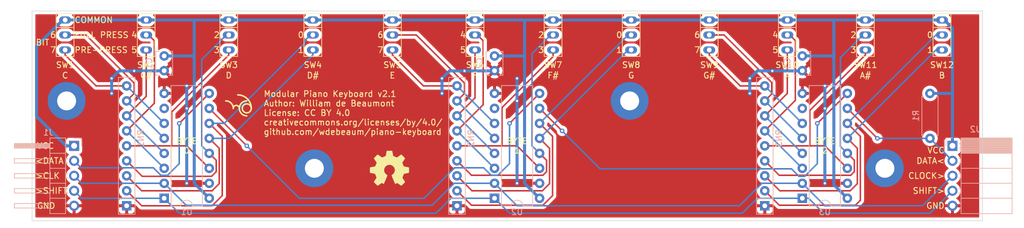
<source format=kicad_pcb>
(kicad_pcb (version 20171130) (host pcbnew 5.1.0)

  (general
    (thickness 1.6)
    (drawings 63)
    (tracks 315)
    (zones 0)
    (modules 29)
    (nets 36)
  )

  (page A4)
  (title_block
    (title "Modular Piano Keyboard")
    (date 2020-03-05)
    (rev v2.1)
    (comment 2 creativecommons.org/licenses/by/4.0/)
    (comment 3 "License: CC BY 4.0")
    (comment 4 "Author: William de Beaumont")
  )

  (layers
    (0 F.Cu signal)
    (31 B.Cu signal)
    (32 B.Adhes user)
    (33 F.Adhes user)
    (34 B.Paste user)
    (35 F.Paste user)
    (36 B.SilkS user)
    (37 F.SilkS user)
    (38 B.Mask user)
    (39 F.Mask user)
    (40 Dwgs.User user)
    (41 Cmts.User user)
    (42 Eco1.User user)
    (43 Eco2.User user)
    (44 Edge.Cuts user)
    (45 Margin user)
    (46 B.CrtYd user)
    (47 F.CrtYd user)
    (48 B.Fab user)
    (49 F.Fab user)
  )

  (setup
    (last_trace_width 0.254)
    (user_trace_width 0.508)
    (trace_clearance 0.254)
    (zone_clearance 0.508)
    (zone_45_only no)
    (trace_min 0.1524)
    (via_size 0.762)
    (via_drill 0.381)
    (via_min_size 0.508)
    (via_min_drill 0.254)
    (uvia_size 0.762)
    (uvia_drill 0.381)
    (uvias_allowed no)
    (uvia_min_size 0.508)
    (uvia_min_drill 0.254)
    (edge_width 0.05)
    (segment_width 0.2)
    (pcb_text_width 0.3)
    (pcb_text_size 1.5 1.5)
    (mod_edge_width 0.12)
    (mod_text_size 1 1)
    (mod_text_width 0.15)
    (pad_size 6.4 6.4)
    (pad_drill 3.200001)
    (pad_to_mask_clearance 0.0508)
    (solder_mask_min_width 0.1016)
    (aux_axis_origin 0 0)
    (visible_elements FFFFFF7F)
    (pcbplotparams
      (layerselection 0x010fc_ffffffff)
      (usegerberextensions false)
      (usegerberattributes false)
      (usegerberadvancedattributes false)
      (creategerberjobfile false)
      (excludeedgelayer true)
      (linewidth 0.100000)
      (plotframeref false)
      (viasonmask false)
      (mode 1)
      (useauxorigin false)
      (hpglpennumber 1)
      (hpglpenspeed 20)
      (hpglpendiameter 15.000000)
      (psnegative false)
      (psa4output false)
      (plotreference true)
      (plotvalue true)
      (plotinvisibletext false)
      (padsonsilk false)
      (subtractmaskfromsilk false)
      (outputformat 1)
      (mirror false)
      (drillshape 1)
      (scaleselection 1)
      (outputdirectory ""))
  )

  (net 0 "")
  (net 1 GND)
  (net 2 VCC)
  (net 3 "Net-(RN1-Pad9)")
  (net 4 "Net-(RN1-Pad8)")
  (net 5 "Net-(RN1-Pad7)")
  (net 6 "Net-(RN1-Pad6)")
  (net 7 "Net-(RN1-Pad5)")
  (net 8 "Net-(RN1-Pad4)")
  (net 9 "Net-(RN1-Pad3)")
  (net 10 "Net-(RN1-Pad2)")
  (net 11 "Net-(RN2-Pad9)")
  (net 12 "Net-(RN2-Pad8)")
  (net 13 "Net-(RN2-Pad7)")
  (net 14 "Net-(RN2-Pad6)")
  (net 15 "Net-(RN2-Pad5)")
  (net 16 "Net-(RN2-Pad4)")
  (net 17 "Net-(RN2-Pad3)")
  (net 18 "Net-(RN2-Pad2)")
  (net 19 "Net-(RN3-Pad9)")
  (net 20 "Net-(RN3-Pad8)")
  (net 21 "Net-(RN3-Pad7)")
  (net 22 "Net-(RN3-Pad6)")
  (net 23 "Net-(RN3-Pad5)")
  (net 24 "Net-(RN3-Pad4)")
  (net 25 "Net-(RN3-Pad3)")
  (net 26 "Net-(RN3-Pad2)")
  (net 27 "Net-(U1-Pad7)")
  (net 28 "Net-(U1-Pad10)")
  (net 29 "Net-(U2-Pad7)")
  (net 30 "Net-(U2-Pad10)")
  (net 31 "Net-(U3-Pad7)")
  (net 32 /DATA_OUT)
  (net 33 /SHIFT)
  (net 34 /CLOCK)
  (net 35 /DATA_IN)

  (net_class Default "This is the default net class."
    (clearance 0.254)
    (trace_width 0.254)
    (via_dia 0.762)
    (via_drill 0.381)
    (uvia_dia 0.762)
    (uvia_drill 0.381)
    (diff_pair_width 0.254)
    (diff_pair_gap 0.254)
    (add_net /CLOCK)
    (add_net /DATA_IN)
    (add_net /DATA_OUT)
    (add_net /SHIFT)
    (add_net "Net-(RN1-Pad2)")
    (add_net "Net-(RN1-Pad3)")
    (add_net "Net-(RN1-Pad4)")
    (add_net "Net-(RN1-Pad5)")
    (add_net "Net-(RN1-Pad6)")
    (add_net "Net-(RN1-Pad7)")
    (add_net "Net-(RN1-Pad8)")
    (add_net "Net-(RN1-Pad9)")
    (add_net "Net-(RN2-Pad2)")
    (add_net "Net-(RN2-Pad3)")
    (add_net "Net-(RN2-Pad4)")
    (add_net "Net-(RN2-Pad5)")
    (add_net "Net-(RN2-Pad6)")
    (add_net "Net-(RN2-Pad7)")
    (add_net "Net-(RN2-Pad8)")
    (add_net "Net-(RN2-Pad9)")
    (add_net "Net-(RN3-Pad2)")
    (add_net "Net-(RN3-Pad3)")
    (add_net "Net-(RN3-Pad4)")
    (add_net "Net-(RN3-Pad5)")
    (add_net "Net-(RN3-Pad6)")
    (add_net "Net-(RN3-Pad7)")
    (add_net "Net-(RN3-Pad8)")
    (add_net "Net-(RN3-Pad9)")
    (add_net "Net-(U1-Pad10)")
    (add_net "Net-(U1-Pad7)")
    (add_net "Net-(U2-Pad10)")
    (add_net "Net-(U2-Pad7)")
    (add_net "Net-(U3-Pad7)")
  )

  (net_class PWR ""
    (clearance 0.254)
    (trace_width 0.508)
    (via_dia 0.762)
    (via_drill 0.381)
    (uvia_dia 0.762)
    (uvia_drill 0.381)
    (diff_pair_width 0.254)
    (diff_pair_gap 0.254)
    (add_net GND)
    (add_net VCC)
  )

  (module Symbol:OSHW-Symbol_6.7x6mm_SilkScreen (layer F.Cu) (tedit 0) (tstamp 5E5DB6E8)
    (at 87.63 52.07)
    (descr "Open Source Hardware Symbol")
    (tags "Logo Symbol OSHW")
    (attr virtual)
    (fp_text reference REF** (at 0 0) (layer F.SilkS) hide
      (effects (font (size 1 1) (thickness 0.15)))
    )
    (fp_text value OSHW-Symbol_6.7x6mm_SilkScreen (at 0.75 0) (layer F.Fab) hide
      (effects (font (size 1 1) (thickness 0.15)))
    )
    (fp_poly (pts (xy 0.555814 -2.531069) (xy 0.639635 -2.086445) (xy 0.94892 -1.958947) (xy 1.258206 -1.831449)
      (xy 1.629246 -2.083754) (xy 1.733157 -2.154004) (xy 1.827087 -2.216728) (xy 1.906652 -2.269062)
      (xy 1.96747 -2.308143) (xy 2.005157 -2.331107) (xy 2.015421 -2.336058) (xy 2.03391 -2.323324)
      (xy 2.07342 -2.288118) (xy 2.129522 -2.234938) (xy 2.197787 -2.168282) (xy 2.273786 -2.092646)
      (xy 2.353092 -2.012528) (xy 2.431275 -1.932426) (xy 2.503907 -1.856836) (xy 2.566559 -1.790255)
      (xy 2.614803 -1.737182) (xy 2.64421 -1.702113) (xy 2.651241 -1.690377) (xy 2.641123 -1.66874)
      (xy 2.612759 -1.621338) (xy 2.569129 -1.552807) (xy 2.513218 -1.467785) (xy 2.448006 -1.370907)
      (xy 2.410219 -1.31565) (xy 2.341343 -1.214752) (xy 2.28014 -1.123701) (xy 2.229578 -1.04703)
      (xy 2.192628 -0.989272) (xy 2.172258 -0.954957) (xy 2.169197 -0.947746) (xy 2.176136 -0.927252)
      (xy 2.195051 -0.879487) (xy 2.223087 -0.811168) (xy 2.257391 -0.729011) (xy 2.295109 -0.63973)
      (xy 2.333387 -0.550042) (xy 2.36937 -0.466662) (xy 2.400206 -0.396306) (xy 2.423039 -0.34569)
      (xy 2.435017 -0.321529) (xy 2.435724 -0.320578) (xy 2.454531 -0.315964) (xy 2.504618 -0.305672)
      (xy 2.580793 -0.290713) (xy 2.677865 -0.272099) (xy 2.790643 -0.250841) (xy 2.856442 -0.238582)
      (xy 2.97695 -0.215638) (xy 3.085797 -0.193805) (xy 3.177476 -0.174278) (xy 3.246481 -0.158252)
      (xy 3.287304 -0.146921) (xy 3.295511 -0.143326) (xy 3.303548 -0.118994) (xy 3.310033 -0.064041)
      (xy 3.31497 0.015108) (xy 3.318364 0.112026) (xy 3.320218 0.220287) (xy 3.320538 0.333465)
      (xy 3.319327 0.445135) (xy 3.31659 0.548868) (xy 3.312331 0.638241) (xy 3.306555 0.706826)
      (xy 3.299267 0.748197) (xy 3.294895 0.75681) (xy 3.268764 0.767133) (xy 3.213393 0.781892)
      (xy 3.136107 0.799352) (xy 3.04423 0.81778) (xy 3.012158 0.823741) (xy 2.857524 0.852066)
      (xy 2.735375 0.874876) (xy 2.641673 0.89308) (xy 2.572384 0.907583) (xy 2.523471 0.919292)
      (xy 2.490897 0.929115) (xy 2.470628 0.937956) (xy 2.458626 0.946724) (xy 2.456947 0.948457)
      (xy 2.440184 0.976371) (xy 2.414614 1.030695) (xy 2.382788 1.104777) (xy 2.34726 1.191965)
      (xy 2.310583 1.285608) (xy 2.275311 1.379052) (xy 2.243996 1.465647) (xy 2.219193 1.53874)
      (xy 2.203454 1.591678) (xy 2.199332 1.617811) (xy 2.199676 1.618726) (xy 2.213641 1.640086)
      (xy 2.245322 1.687084) (xy 2.291391 1.754827) (xy 2.348518 1.838423) (xy 2.413373 1.932982)
      (xy 2.431843 1.959854) (xy 2.497699 2.057275) (xy 2.55565 2.146163) (xy 2.602538 2.221412)
      (xy 2.635207 2.27792) (xy 2.6505 2.310581) (xy 2.651241 2.314593) (xy 2.638392 2.335684)
      (xy 2.602888 2.377464) (xy 2.549293 2.435445) (xy 2.482171 2.505135) (xy 2.406087 2.582045)
      (xy 2.325604 2.661683) (xy 2.245287 2.739561) (xy 2.169699 2.811186) (xy 2.103405 2.87207)
      (xy 2.050969 2.917721) (xy 2.016955 2.94365) (xy 2.007545 2.947883) (xy 1.985643 2.937912)
      (xy 1.9408 2.91102) (xy 1.880321 2.871736) (xy 1.833789 2.840117) (xy 1.749475 2.782098)
      (xy 1.649626 2.713784) (xy 1.549473 2.645579) (xy 1.495627 2.609075) (xy 1.313371 2.4858)
      (xy 1.160381 2.56852) (xy 1.090682 2.604759) (xy 1.031414 2.632926) (xy 0.991311 2.648991)
      (xy 0.981103 2.651226) (xy 0.968829 2.634722) (xy 0.944613 2.588082) (xy 0.910263 2.515609)
      (xy 0.867588 2.421606) (xy 0.818394 2.310374) (xy 0.76449 2.186215) (xy 0.707684 2.053432)
      (xy 0.649782 1.916327) (xy 0.592593 1.779202) (xy 0.537924 1.646358) (xy 0.487584 1.522098)
      (xy 0.44338 1.410725) (xy 0.407119 1.316539) (xy 0.380609 1.243844) (xy 0.365658 1.196941)
      (xy 0.363254 1.180833) (xy 0.382311 1.160286) (xy 0.424036 1.126933) (xy 0.479706 1.087702)
      (xy 0.484378 1.084599) (xy 0.628264 0.969423) (xy 0.744283 0.835053) (xy 0.83143 0.685784)
      (xy 0.888699 0.525913) (xy 0.915086 0.359737) (xy 0.909585 0.191552) (xy 0.87119 0.025655)
      (xy 0.798895 -0.133658) (xy 0.777626 -0.168513) (xy 0.666996 -0.309263) (xy 0.536302 -0.422286)
      (xy 0.390064 -0.506997) (xy 0.232808 -0.562806) (xy 0.069057 -0.589126) (xy -0.096667 -0.58537)
      (xy -0.259838 -0.55095) (xy -0.415935 -0.485277) (xy -0.560433 -0.387765) (xy -0.605131 -0.348187)
      (xy -0.718888 -0.224297) (xy -0.801782 -0.093876) (xy -0.858644 0.052315) (xy -0.890313 0.197088)
      (xy -0.898131 0.35986) (xy -0.872062 0.52344) (xy -0.814755 0.682298) (xy -0.728856 0.830906)
      (xy -0.617014 0.963735) (xy -0.481877 1.075256) (xy -0.464117 1.087011) (xy -0.40785 1.125508)
      (xy -0.365077 1.158863) (xy -0.344628 1.18016) (xy -0.344331 1.180833) (xy -0.348721 1.203871)
      (xy -0.366124 1.256157) (xy -0.394732 1.33339) (xy -0.432735 1.431268) (xy -0.478326 1.545491)
      (xy -0.529697 1.671758) (xy -0.585038 1.805767) (xy -0.642542 1.943218) (xy -0.700399 2.079808)
      (xy -0.756802 2.211237) (xy -0.809942 2.333205) (xy -0.85801 2.441409) (xy -0.899199 2.531549)
      (xy -0.931699 2.599323) (xy -0.953703 2.64043) (xy -0.962564 2.651226) (xy -0.98964 2.642819)
      (xy -1.040303 2.620272) (xy -1.105817 2.587613) (xy -1.141841 2.56852) (xy -1.294832 2.4858)
      (xy -1.477088 2.609075) (xy -1.570125 2.672228) (xy -1.671985 2.741727) (xy -1.767438 2.807165)
      (xy -1.81525 2.840117) (xy -1.882495 2.885273) (xy -1.939436 2.921057) (xy -1.978646 2.942938)
      (xy -1.991381 2.947563) (xy -2.009917 2.935085) (xy -2.050941 2.900252) (xy -2.110475 2.846678)
      (xy -2.184542 2.777983) (xy -2.269165 2.697781) (xy -2.322685 2.646286) (xy -2.416319 2.554286)
      (xy -2.497241 2.471999) (xy -2.562177 2.402945) (xy -2.607858 2.350644) (xy -2.631011 2.318616)
      (xy -2.633232 2.312116) (xy -2.622924 2.287394) (xy -2.594439 2.237405) (xy -2.550937 2.167212)
      (xy -2.495577 2.081875) (xy -2.43152 1.986456) (xy -2.413303 1.959854) (xy -2.346927 1.863167)
      (xy -2.287378 1.776117) (xy -2.237984 1.703595) (xy -2.202075 1.650493) (xy -2.182981 1.621703)
      (xy -2.181136 1.618726) (xy -2.183895 1.595782) (xy -2.198538 1.545336) (xy -2.222513 1.474041)
      (xy -2.253266 1.388547) (xy -2.288244 1.295507) (xy -2.324893 1.201574) (xy -2.360661 1.113399)
      (xy -2.392994 1.037634) (xy -2.419338 0.980931) (xy -2.437142 0.949943) (xy -2.438407 0.948457)
      (xy -2.449294 0.939601) (xy -2.467682 0.930843) (xy -2.497606 0.921277) (xy -2.543103 0.909996)
      (xy -2.608209 0.896093) (xy -2.696961 0.878663) (xy -2.813393 0.856798) (xy -2.961542 0.829591)
      (xy -2.993618 0.823741) (xy -3.088686 0.805374) (xy -3.171565 0.787405) (xy -3.23493 0.771569)
      (xy -3.271458 0.7596) (xy -3.276356 0.75681) (xy -3.284427 0.732072) (xy -3.290987 0.67679)
      (xy -3.296033 0.597389) (xy -3.299559 0.500296) (xy -3.301561 0.391938) (xy -3.302036 0.27874)
      (xy -3.300977 0.167128) (xy -3.298382 0.063529) (xy -3.294246 -0.025632) (xy -3.288563 -0.093928)
      (xy -3.281331 -0.134934) (xy -3.276971 -0.143326) (xy -3.252698 -0.151792) (xy -3.197426 -0.165565)
      (xy -3.116662 -0.18345) (xy -3.015912 -0.204252) (xy -2.900683 -0.226777) (xy -2.837902 -0.238582)
      (xy -2.718787 -0.260849) (xy -2.612565 -0.281021) (xy -2.524427 -0.298085) (xy -2.459566 -0.311031)
      (xy -2.423174 -0.318845) (xy -2.417184 -0.320578) (xy -2.407061 -0.34011) (xy -2.385662 -0.387157)
      (xy -2.355839 -0.454997) (xy -2.320445 -0.536909) (xy -2.282332 -0.626172) (xy -2.244353 -0.716065)
      (xy -2.20936 -0.799865) (xy -2.180206 -0.870853) (xy -2.159743 -0.922306) (xy -2.150823 -0.947503)
      (xy -2.150657 -0.948604) (xy -2.160769 -0.968481) (xy -2.189117 -1.014223) (xy -2.232723 -1.081283)
      (xy -2.288606 -1.165116) (xy -2.353787 -1.261174) (xy -2.391679 -1.31635) (xy -2.460725 -1.417519)
      (xy -2.52205 -1.50937) (xy -2.572663 -1.587256) (xy -2.609571 -1.646531) (xy -2.629782 -1.682549)
      (xy -2.632701 -1.690623) (xy -2.620153 -1.709416) (xy -2.585463 -1.749543) (xy -2.533063 -1.806507)
      (xy -2.467384 -1.875815) (xy -2.392856 -1.952969) (xy -2.313913 -2.033475) (xy -2.234983 -2.112837)
      (xy -2.1605 -2.18656) (xy -2.094894 -2.250148) (xy -2.042596 -2.299106) (xy -2.008039 -2.328939)
      (xy -1.996478 -2.336058) (xy -1.977654 -2.326047) (xy -1.932631 -2.297922) (xy -1.865787 -2.254546)
      (xy -1.781499 -2.198782) (xy -1.684144 -2.133494) (xy -1.610707 -2.083754) (xy -1.239667 -1.831449)
      (xy -0.621095 -2.086445) (xy -0.537275 -2.531069) (xy -0.453454 -2.975693) (xy 0.471994 -2.975693)
      (xy 0.555814 -2.531069)) (layer F.SilkS) (width 0.01))
  )

  (module MountingHole:MountingHole_3.2mm_M3_Pad (layer F.Cu) (tedit 5E5C83CF) (tstamp 5E5CCFA1)
    (at 171.45 52.07)
    (descr "Mounting Hole 3.2mm, M3")
    (tags "mounting hole 3.2mm m3")
    (attr virtual)
    (fp_text reference REF** (at 0 -4.2) (layer F.SilkS) hide
      (effects (font (size 1 1) (thickness 0.15)))
    )
    (fp_text value MountingHole_3.2mm_M3_Pad (at 0 4.2) (layer F.Fab)
      (effects (font (size 1 1) (thickness 0.15)))
    )
    (fp_circle (center 0 0) (end 3.45 0) (layer F.CrtYd) (width 0.05))
    (fp_circle (center 0 0) (end 3.2 0) (layer Cmts.User) (width 0.15))
    (fp_text user %R (at 0.3 0) (layer F.Fab)
      (effects (font (size 1 1) (thickness 0.15)))
    )
    (pad 1 thru_hole circle (at 0 0) (size 6.4 6.4) (drill 3.200001) (layers *.Cu *.Mask)
      (net 1 GND) (zone_connect 2))
  )

  (module MountingHole:MountingHole_3.2mm_M3_Pad (layer F.Cu) (tedit 5E5C83E9) (tstamp 5E5CD466)
    (at 74.93 52.07)
    (descr "Mounting Hole 3.2mm, M3")
    (tags "mounting hole 3.2mm m3")
    (attr virtual)
    (fp_text reference REF** (at 0 -4.2) (layer F.SilkS) hide
      (effects (font (size 1 1) (thickness 0.15)))
    )
    (fp_text value MountingHole_3.2mm_M3_Pad (at 0 4.2) (layer F.Fab)
      (effects (font (size 1 1) (thickness 0.15)))
    )
    (fp_circle (center 0 0) (end 3.45 0) (layer F.CrtYd) (width 0.05))
    (fp_circle (center 0 0) (end 3.2 0) (layer Cmts.User) (width 0.15))
    (fp_text user %R (at 0.3 0) (layer F.Fab)
      (effects (font (size 1 1) (thickness 0.15)))
    )
    (pad 1 thru_hole circle (at 0 0) (size 6.4 6.4) (drill 3.200001) (layers *.Cu *.Mask)
      (net 1 GND) (zone_connect 2))
  )

  (module MountingHole:MountingHole_3.2mm_M3_Pad (layer F.Cu) (tedit 5E5C83E1) (tstamp 5E5CCFE4)
    (at 128.27 40.64)
    (descr "Mounting Hole 3.2mm, M3")
    (tags "mounting hole 3.2mm m3")
    (attr virtual)
    (fp_text reference REF** (at 0 -4.2) (layer F.SilkS) hide
      (effects (font (size 1 1) (thickness 0.15)))
    )
    (fp_text value MountingHole_3.2mm_M3_Pad (at 0 4.2) (layer F.Fab)
      (effects (font (size 1 1) (thickness 0.15)))
    )
    (fp_circle (center 0 0) (end 3.45 0) (layer F.CrtYd) (width 0.05))
    (fp_circle (center 0 0) (end 3.2 0) (layer Cmts.User) (width 0.15))
    (fp_text user %R (at 0.3 0) (layer F.Fab)
      (effects (font (size 1 1) (thickness 0.15)))
    )
    (pad 1 thru_hole circle (at 0 0) (size 6.4 6.4) (drill 3.200001) (layers *.Cu *.Mask)
      (net 1 GND) (zone_connect 2))
  )

  (module MountingHole:MountingHole_3.2mm_M3_Pad (layer F.Cu) (tedit 5E5C83F1) (tstamp 5E5CCFBE)
    (at 33.02 40.64)
    (descr "Mounting Hole 3.2mm, M3")
    (tags "mounting hole 3.2mm m3")
    (attr virtual)
    (fp_text reference REF** (at 0 -4.2) (layer F.SilkS) hide
      (effects (font (size 1 1) (thickness 0.15)))
    )
    (fp_text value MountingHole_3.2mm_M3_Pad (at 0 4.2) (layer F.Fab)
      (effects (font (size 1 1) (thickness 0.15)))
    )
    (fp_circle (center 0 0) (end 3.45 0) (layer F.CrtYd) (width 0.05))
    (fp_circle (center 0 0) (end 3.2 0) (layer Cmts.User) (width 0.15))
    (fp_text user %R (at 0.3 0) (layer F.Fab)
      (effects (font (size 1 1) (thickness 0.15)))
    )
    (pad 1 thru_hole circle (at 0 0) (size 6.4 6.4) (drill 3.200001) (layers *.Cu *.Mask)
      (net 1 GND) (zone_connect 2))
  )

  (module Package_DIP:DIP-16_W7.62mm (layer B.Cu) (tedit 5A02E8C5) (tstamp 5E5C87AD)
    (at 49.53 57.15)
    (descr "16-lead though-hole mounted DIP package, row spacing 7.62 mm (300 mils)")
    (tags "THT DIP DIL PDIP 2.54mm 7.62mm 300mil")
    (path /5E5C2E31)
    (fp_text reference U1 (at 3.81 2.33) (layer B.SilkS)
      (effects (font (size 1 1) (thickness 0.15)) (justify mirror))
    )
    (fp_text value 74165 (at 3.81 -20.11) (layer B.Fab)
      (effects (font (size 1 1) (thickness 0.15)) (justify mirror))
    )
    (fp_text user %R (at 3.81 -8.89) (layer B.Fab)
      (effects (font (size 1 1) (thickness 0.15)) (justify mirror))
    )
    (fp_line (start 8.7 1.55) (end -1.1 1.55) (layer B.CrtYd) (width 0.05))
    (fp_line (start 8.7 -19.3) (end 8.7 1.55) (layer B.CrtYd) (width 0.05))
    (fp_line (start -1.1 -19.3) (end 8.7 -19.3) (layer B.CrtYd) (width 0.05))
    (fp_line (start -1.1 1.55) (end -1.1 -19.3) (layer B.CrtYd) (width 0.05))
    (fp_line (start 6.46 1.33) (end 4.81 1.33) (layer B.SilkS) (width 0.12))
    (fp_line (start 6.46 -19.11) (end 6.46 1.33) (layer B.SilkS) (width 0.12))
    (fp_line (start 1.16 -19.11) (end 6.46 -19.11) (layer B.SilkS) (width 0.12))
    (fp_line (start 1.16 1.33) (end 1.16 -19.11) (layer B.SilkS) (width 0.12))
    (fp_line (start 2.81 1.33) (end 1.16 1.33) (layer B.SilkS) (width 0.12))
    (fp_line (start 0.635 0.27) (end 1.635 1.27) (layer B.Fab) (width 0.1))
    (fp_line (start 0.635 -19.05) (end 0.635 0.27) (layer B.Fab) (width 0.1))
    (fp_line (start 6.985 -19.05) (end 0.635 -19.05) (layer B.Fab) (width 0.1))
    (fp_line (start 6.985 1.27) (end 6.985 -19.05) (layer B.Fab) (width 0.1))
    (fp_line (start 1.635 1.27) (end 6.985 1.27) (layer B.Fab) (width 0.1))
    (fp_arc (start 3.81 1.33) (end 2.81 1.33) (angle 180) (layer B.SilkS) (width 0.12))
    (pad 16 thru_hole oval (at 7.62 0) (size 1.6 1.6) (drill 0.8) (layers *.Cu *.Mask)
      (net 2 VCC))
    (pad 8 thru_hole oval (at 0 -17.78) (size 1.6 1.6) (drill 0.8) (layers *.Cu *.Mask)
      (net 1 GND))
    (pad 15 thru_hole oval (at 7.62 -2.54) (size 1.6 1.6) (drill 0.8) (layers *.Cu *.Mask)
      (net 1 GND))
    (pad 7 thru_hole oval (at 0 -15.24) (size 1.6 1.6) (drill 0.8) (layers *.Cu *.Mask)
      (net 27 "Net-(U1-Pad7)"))
    (pad 14 thru_hole oval (at 7.62 -5.08) (size 1.6 1.6) (drill 0.8) (layers *.Cu *.Mask)
      (net 7 "Net-(RN1-Pad5)"))
    (pad 6 thru_hole oval (at 0 -12.7) (size 1.6 1.6) (drill 0.8) (layers *.Cu *.Mask)
      (net 3 "Net-(RN1-Pad9)"))
    (pad 13 thru_hole oval (at 7.62 -7.62) (size 1.6 1.6) (drill 0.8) (layers *.Cu *.Mask)
      (net 8 "Net-(RN1-Pad4)"))
    (pad 5 thru_hole oval (at 0 -10.16) (size 1.6 1.6) (drill 0.8) (layers *.Cu *.Mask)
      (net 4 "Net-(RN1-Pad8)"))
    (pad 12 thru_hole oval (at 7.62 -10.16) (size 1.6 1.6) (drill 0.8) (layers *.Cu *.Mask)
      (net 9 "Net-(RN1-Pad3)"))
    (pad 4 thru_hole oval (at 0 -7.62) (size 1.6 1.6) (drill 0.8) (layers *.Cu *.Mask)
      (net 5 "Net-(RN1-Pad7)"))
    (pad 11 thru_hole oval (at 7.62 -12.7) (size 1.6 1.6) (drill 0.8) (layers *.Cu *.Mask)
      (net 10 "Net-(RN1-Pad2)"))
    (pad 3 thru_hole oval (at 0 -5.08) (size 1.6 1.6) (drill 0.8) (layers *.Cu *.Mask)
      (net 6 "Net-(RN1-Pad6)"))
    (pad 10 thru_hole oval (at 7.62 -15.24) (size 1.6 1.6) (drill 0.8) (layers *.Cu *.Mask)
      (net 28 "Net-(U1-Pad10)"))
    (pad 2 thru_hole oval (at 0 -2.54) (size 1.6 1.6) (drill 0.8) (layers *.Cu *.Mask)
      (net 34 /CLOCK))
    (pad 9 thru_hole oval (at 7.62 -17.78) (size 1.6 1.6) (drill 0.8) (layers *.Cu *.Mask)
      (net 32 /DATA_OUT))
    (pad 1 thru_hole rect (at 0 0) (size 1.6 1.6) (drill 0.8) (layers *.Cu *.Mask)
      (net 33 /SHIFT))
    (model ${KISYS3DMOD}/Package_DIP.3dshapes/DIP-16_W7.62mm.wrl
      (at (xyz 0 0 0))
      (scale (xyz 1 1 1))
      (rotate (xyz 0 0 0))
    )
  )

  (module piano-keyboard-pcb-v2:keysw213 (layer F.Cu) (tedit 5E5C41BF) (tstamp 5E5C8789)
    (at 181.102 29.464)
    (path /5E65EAF6)
    (fp_text reference SW12 (at 0 5.08) (layer F.SilkS)
      (effects (font (size 1 1) (thickness 0.15)))
    )
    (fp_text value SW_SPDT (at 0 -5.08) (layer F.Fab)
      (effects (font (size 1 1) (thickness 0.15)))
    )
    (fp_line (start -1.25 -3.39) (end 1.25 -3.39) (layer F.CrtYd) (width 0.05))
    (fp_line (start -1.25 3.39) (end -1.25 -3.39) (layer F.CrtYd) (width 0.05))
    (fp_line (start 1.25 3.39) (end -1.25 3.39) (layer F.CrtYd) (width 0.05))
    (fp_line (start 1.25 -3.39) (end 1.25 3.39) (layer F.CrtYd) (width 0.05))
    (fp_line (start 1.5 -1.27) (end -1.5 -1.27) (layer F.SilkS) (width 0.12))
    (fp_line (start -1.5 -3.64) (end 1.5 -3.64) (layer F.SilkS) (width 0.12))
    (fp_line (start -1.5 3.64) (end -1.5 -3.64) (layer F.SilkS) (width 0.12))
    (fp_line (start 1.5 3.64) (end -1.5 3.64) (layer F.SilkS) (width 0.12))
    (fp_line (start 1.5 -3.64) (end 1.5 3.64) (layer F.SilkS) (width 0.12))
    (pad 3 thru_hole oval (at 0 2.54 270) (size 1.2 2) (drill 0.8) (layers *.Cu *.Mask)
      (net 25 "Net-(RN3-Pad3)"))
    (pad 2 thru_hole oval (at 0 -2.54 270) (size 1.2 2) (drill 0.8) (layers *.Cu *.Mask)
      (net 2 VCC))
    (pad 1 thru_hole oval (at 0 0 270) (size 1.2 2) (drill 0.8) (layers *.Cu *.Mask)
      (net 26 "Net-(RN3-Pad2)"))
  )

  (module piano-keyboard-pcb-v2:keysw213 (layer F.Cu) (tedit 5E5C41BF) (tstamp 5E5C8772)
    (at 168.148 29.464)
    (path /5E65EAF0)
    (fp_text reference SW11 (at 0 5.08) (layer F.SilkS)
      (effects (font (size 1 1) (thickness 0.15)))
    )
    (fp_text value SW_SPDT (at 0 -5.08) (layer F.Fab)
      (effects (font (size 1 1) (thickness 0.15)))
    )
    (fp_line (start -1.25 -3.39) (end 1.25 -3.39) (layer F.CrtYd) (width 0.05))
    (fp_line (start -1.25 3.39) (end -1.25 -3.39) (layer F.CrtYd) (width 0.05))
    (fp_line (start 1.25 3.39) (end -1.25 3.39) (layer F.CrtYd) (width 0.05))
    (fp_line (start 1.25 -3.39) (end 1.25 3.39) (layer F.CrtYd) (width 0.05))
    (fp_line (start 1.5 -1.27) (end -1.5 -1.27) (layer F.SilkS) (width 0.12))
    (fp_line (start -1.5 -3.64) (end 1.5 -3.64) (layer F.SilkS) (width 0.12))
    (fp_line (start -1.5 3.64) (end -1.5 -3.64) (layer F.SilkS) (width 0.12))
    (fp_line (start 1.5 3.64) (end -1.5 3.64) (layer F.SilkS) (width 0.12))
    (fp_line (start 1.5 -3.64) (end 1.5 3.64) (layer F.SilkS) (width 0.12))
    (pad 3 thru_hole oval (at 0 2.54 270) (size 1.2 2) (drill 0.8) (layers *.Cu *.Mask)
      (net 23 "Net-(RN3-Pad5)"))
    (pad 2 thru_hole oval (at 0 -2.54 270) (size 1.2 2) (drill 0.8) (layers *.Cu *.Mask)
      (net 2 VCC))
    (pad 1 thru_hole oval (at 0 0 270) (size 1.2 2) (drill 0.8) (layers *.Cu *.Mask)
      (net 24 "Net-(RN3-Pad4)"))
  )

  (module piano-keyboard-pcb-v2:keysw213 (layer F.Cu) (tedit 5E5C41BF) (tstamp 5E5C875B)
    (at 154.94 29.464)
    (path /5E65EAEA)
    (fp_text reference SW10 (at 0 5.08) (layer F.SilkS)
      (effects (font (size 1 1) (thickness 0.15)))
    )
    (fp_text value SW_SPDT (at 0 -5.08) (layer F.Fab)
      (effects (font (size 1 1) (thickness 0.15)))
    )
    (fp_line (start -1.25 -3.39) (end 1.25 -3.39) (layer F.CrtYd) (width 0.05))
    (fp_line (start -1.25 3.39) (end -1.25 -3.39) (layer F.CrtYd) (width 0.05))
    (fp_line (start 1.25 3.39) (end -1.25 3.39) (layer F.CrtYd) (width 0.05))
    (fp_line (start 1.25 -3.39) (end 1.25 3.39) (layer F.CrtYd) (width 0.05))
    (fp_line (start 1.5 -1.27) (end -1.5 -1.27) (layer F.SilkS) (width 0.12))
    (fp_line (start -1.5 -3.64) (end 1.5 -3.64) (layer F.SilkS) (width 0.12))
    (fp_line (start -1.5 3.64) (end -1.5 -3.64) (layer F.SilkS) (width 0.12))
    (fp_line (start 1.5 3.64) (end -1.5 3.64) (layer F.SilkS) (width 0.12))
    (fp_line (start 1.5 -3.64) (end 1.5 3.64) (layer F.SilkS) (width 0.12))
    (pad 3 thru_hole oval (at 0 2.54 270) (size 1.2 2) (drill 0.8) (layers *.Cu *.Mask)
      (net 21 "Net-(RN3-Pad7)"))
    (pad 2 thru_hole oval (at 0 -2.54 270) (size 1.2 2) (drill 0.8) (layers *.Cu *.Mask)
      (net 2 VCC))
    (pad 1 thru_hole oval (at 0 0 270) (size 1.2 2) (drill 0.8) (layers *.Cu *.Mask)
      (net 22 "Net-(RN3-Pad6)"))
  )

  (module piano-keyboard-pcb-v2:keysw213 (layer F.Cu) (tedit 5E5C41BF) (tstamp 5E5C8744)
    (at 141.732 29.464)
    (path /5E65EADE)
    (fp_text reference SW9 (at 0 5.08) (layer F.SilkS)
      (effects (font (size 1 1) (thickness 0.15)))
    )
    (fp_text value SW_SPDT (at 0 -5.08) (layer F.Fab)
      (effects (font (size 1 1) (thickness 0.15)))
    )
    (fp_line (start -1.25 -3.39) (end 1.25 -3.39) (layer F.CrtYd) (width 0.05))
    (fp_line (start -1.25 3.39) (end -1.25 -3.39) (layer F.CrtYd) (width 0.05))
    (fp_line (start 1.25 3.39) (end -1.25 3.39) (layer F.CrtYd) (width 0.05))
    (fp_line (start 1.25 -3.39) (end 1.25 3.39) (layer F.CrtYd) (width 0.05))
    (fp_line (start 1.5 -1.27) (end -1.5 -1.27) (layer F.SilkS) (width 0.12))
    (fp_line (start -1.5 -3.64) (end 1.5 -3.64) (layer F.SilkS) (width 0.12))
    (fp_line (start -1.5 3.64) (end -1.5 -3.64) (layer F.SilkS) (width 0.12))
    (fp_line (start 1.5 3.64) (end -1.5 3.64) (layer F.SilkS) (width 0.12))
    (fp_line (start 1.5 -3.64) (end 1.5 3.64) (layer F.SilkS) (width 0.12))
    (pad 3 thru_hole oval (at 0 2.54 270) (size 1.2 2) (drill 0.8) (layers *.Cu *.Mask)
      (net 19 "Net-(RN3-Pad9)"))
    (pad 2 thru_hole oval (at 0 -2.54 270) (size 1.2 2) (drill 0.8) (layers *.Cu *.Mask)
      (net 2 VCC))
    (pad 1 thru_hole oval (at 0 0 270) (size 1.2 2) (drill 0.8) (layers *.Cu *.Mask)
      (net 20 "Net-(RN3-Pad8)"))
  )

  (module piano-keyboard-pcb-v2:keysw213 (layer F.Cu) (tedit 5E5C41BF) (tstamp 5E5C872D)
    (at 128.524 29.464)
    (path /5E644BE9)
    (fp_text reference SW8 (at 0 5.08) (layer F.SilkS)
      (effects (font (size 1 1) (thickness 0.15)))
    )
    (fp_text value SW_SPDT (at 0 -5.08) (layer F.Fab)
      (effects (font (size 1 1) (thickness 0.15)))
    )
    (fp_line (start -1.25 -3.39) (end 1.25 -3.39) (layer F.CrtYd) (width 0.05))
    (fp_line (start -1.25 3.39) (end -1.25 -3.39) (layer F.CrtYd) (width 0.05))
    (fp_line (start 1.25 3.39) (end -1.25 3.39) (layer F.CrtYd) (width 0.05))
    (fp_line (start 1.25 -3.39) (end 1.25 3.39) (layer F.CrtYd) (width 0.05))
    (fp_line (start 1.5 -1.27) (end -1.5 -1.27) (layer F.SilkS) (width 0.12))
    (fp_line (start -1.5 -3.64) (end 1.5 -3.64) (layer F.SilkS) (width 0.12))
    (fp_line (start -1.5 3.64) (end -1.5 -3.64) (layer F.SilkS) (width 0.12))
    (fp_line (start 1.5 3.64) (end -1.5 3.64) (layer F.SilkS) (width 0.12))
    (fp_line (start 1.5 -3.64) (end 1.5 3.64) (layer F.SilkS) (width 0.12))
    (pad 3 thru_hole oval (at 0 2.54 270) (size 1.2 2) (drill 0.8) (layers *.Cu *.Mask)
      (net 17 "Net-(RN2-Pad3)"))
    (pad 2 thru_hole oval (at 0 -2.54 270) (size 1.2 2) (drill 0.8) (layers *.Cu *.Mask)
      (net 2 VCC))
    (pad 1 thru_hole oval (at 0 0 270) (size 1.2 2) (drill 0.8) (layers *.Cu *.Mask)
      (net 18 "Net-(RN2-Pad2)"))
  )

  (module piano-keyboard-pcb-v2:keysw213 (layer F.Cu) (tedit 5E5C41BF) (tstamp 5E5C8716)
    (at 115.316 29.464)
    (path /5E644BE3)
    (fp_text reference SW7 (at 0 5.08) (layer F.SilkS)
      (effects (font (size 1 1) (thickness 0.15)))
    )
    (fp_text value SW_SPDT (at 0 -5.08) (layer F.Fab)
      (effects (font (size 1 1) (thickness 0.15)))
    )
    (fp_line (start -1.25 -3.39) (end 1.25 -3.39) (layer F.CrtYd) (width 0.05))
    (fp_line (start -1.25 3.39) (end -1.25 -3.39) (layer F.CrtYd) (width 0.05))
    (fp_line (start 1.25 3.39) (end -1.25 3.39) (layer F.CrtYd) (width 0.05))
    (fp_line (start 1.25 -3.39) (end 1.25 3.39) (layer F.CrtYd) (width 0.05))
    (fp_line (start 1.5 -1.27) (end -1.5 -1.27) (layer F.SilkS) (width 0.12))
    (fp_line (start -1.5 -3.64) (end 1.5 -3.64) (layer F.SilkS) (width 0.12))
    (fp_line (start -1.5 3.64) (end -1.5 -3.64) (layer F.SilkS) (width 0.12))
    (fp_line (start 1.5 3.64) (end -1.5 3.64) (layer F.SilkS) (width 0.12))
    (fp_line (start 1.5 -3.64) (end 1.5 3.64) (layer F.SilkS) (width 0.12))
    (pad 3 thru_hole oval (at 0 2.54 270) (size 1.2 2) (drill 0.8) (layers *.Cu *.Mask)
      (net 15 "Net-(RN2-Pad5)"))
    (pad 2 thru_hole oval (at 0 -2.54 270) (size 1.2 2) (drill 0.8) (layers *.Cu *.Mask)
      (net 2 VCC))
    (pad 1 thru_hole oval (at 0 0 270) (size 1.2 2) (drill 0.8) (layers *.Cu *.Mask)
      (net 16 "Net-(RN2-Pad4)"))
  )

  (module piano-keyboard-pcb-v2:keysw213 (layer F.Cu) (tedit 5E5C41BF) (tstamp 5E5C86FF)
    (at 102.108 29.464)
    (path /5E644BDD)
    (fp_text reference SW6 (at 0 5.08) (layer F.SilkS)
      (effects (font (size 1 1) (thickness 0.15)))
    )
    (fp_text value SW_SPDT (at 0 -5.08) (layer F.Fab)
      (effects (font (size 1 1) (thickness 0.15)))
    )
    (fp_line (start -1.25 -3.39) (end 1.25 -3.39) (layer F.CrtYd) (width 0.05))
    (fp_line (start -1.25 3.39) (end -1.25 -3.39) (layer F.CrtYd) (width 0.05))
    (fp_line (start 1.25 3.39) (end -1.25 3.39) (layer F.CrtYd) (width 0.05))
    (fp_line (start 1.25 -3.39) (end 1.25 3.39) (layer F.CrtYd) (width 0.05))
    (fp_line (start 1.5 -1.27) (end -1.5 -1.27) (layer F.SilkS) (width 0.12))
    (fp_line (start -1.5 -3.64) (end 1.5 -3.64) (layer F.SilkS) (width 0.12))
    (fp_line (start -1.5 3.64) (end -1.5 -3.64) (layer F.SilkS) (width 0.12))
    (fp_line (start 1.5 3.64) (end -1.5 3.64) (layer F.SilkS) (width 0.12))
    (fp_line (start 1.5 -3.64) (end 1.5 3.64) (layer F.SilkS) (width 0.12))
    (pad 3 thru_hole oval (at 0 2.54 270) (size 1.2 2) (drill 0.8) (layers *.Cu *.Mask)
      (net 13 "Net-(RN2-Pad7)"))
    (pad 2 thru_hole oval (at 0 -2.54 270) (size 1.2 2) (drill 0.8) (layers *.Cu *.Mask)
      (net 2 VCC))
    (pad 1 thru_hole oval (at 0 0 270) (size 1.2 2) (drill 0.8) (layers *.Cu *.Mask)
      (net 14 "Net-(RN2-Pad6)"))
  )

  (module piano-keyboard-pcb-v2:keysw213 (layer F.Cu) (tedit 5E5C41BF) (tstamp 5E5C86E8)
    (at 88.138 29.464)
    (path /5E644BD1)
    (fp_text reference SW5 (at 0 5.08) (layer F.SilkS)
      (effects (font (size 1 1) (thickness 0.15)))
    )
    (fp_text value SW_SPDT (at 0 -5.08) (layer F.Fab)
      (effects (font (size 1 1) (thickness 0.15)))
    )
    (fp_line (start -1.25 -3.39) (end 1.25 -3.39) (layer F.CrtYd) (width 0.05))
    (fp_line (start -1.25 3.39) (end -1.25 -3.39) (layer F.CrtYd) (width 0.05))
    (fp_line (start 1.25 3.39) (end -1.25 3.39) (layer F.CrtYd) (width 0.05))
    (fp_line (start 1.25 -3.39) (end 1.25 3.39) (layer F.CrtYd) (width 0.05))
    (fp_line (start 1.5 -1.27) (end -1.5 -1.27) (layer F.SilkS) (width 0.12))
    (fp_line (start -1.5 -3.64) (end 1.5 -3.64) (layer F.SilkS) (width 0.12))
    (fp_line (start -1.5 3.64) (end -1.5 -3.64) (layer F.SilkS) (width 0.12))
    (fp_line (start 1.5 3.64) (end -1.5 3.64) (layer F.SilkS) (width 0.12))
    (fp_line (start 1.5 -3.64) (end 1.5 3.64) (layer F.SilkS) (width 0.12))
    (pad 3 thru_hole oval (at 0 2.54 270) (size 1.2 2) (drill 0.8) (layers *.Cu *.Mask)
      (net 11 "Net-(RN2-Pad9)"))
    (pad 2 thru_hole oval (at 0 -2.54 270) (size 1.2 2) (drill 0.8) (layers *.Cu *.Mask)
      (net 2 VCC))
    (pad 1 thru_hole oval (at 0 0 270) (size 1.2 2) (drill 0.8) (layers *.Cu *.Mask)
      (net 12 "Net-(RN2-Pad8)"))
  )

  (module piano-keyboard-pcb-v2:keysw213 (layer F.Cu) (tedit 5E5C41BF) (tstamp 5E5C86D1)
    (at 74.676 29.464)
    (path /5E5DF24E)
    (fp_text reference SW4 (at 0 5.08) (layer F.SilkS)
      (effects (font (size 1 1) (thickness 0.15)))
    )
    (fp_text value SW_SPDT (at 0 -5.08) (layer F.Fab)
      (effects (font (size 1 1) (thickness 0.15)))
    )
    (fp_line (start -1.25 -3.39) (end 1.25 -3.39) (layer F.CrtYd) (width 0.05))
    (fp_line (start -1.25 3.39) (end -1.25 -3.39) (layer F.CrtYd) (width 0.05))
    (fp_line (start 1.25 3.39) (end -1.25 3.39) (layer F.CrtYd) (width 0.05))
    (fp_line (start 1.25 -3.39) (end 1.25 3.39) (layer F.CrtYd) (width 0.05))
    (fp_line (start 1.5 -1.27) (end -1.5 -1.27) (layer F.SilkS) (width 0.12))
    (fp_line (start -1.5 -3.64) (end 1.5 -3.64) (layer F.SilkS) (width 0.12))
    (fp_line (start -1.5 3.64) (end -1.5 -3.64) (layer F.SilkS) (width 0.12))
    (fp_line (start 1.5 3.64) (end -1.5 3.64) (layer F.SilkS) (width 0.12))
    (fp_line (start 1.5 -3.64) (end 1.5 3.64) (layer F.SilkS) (width 0.12))
    (pad 3 thru_hole oval (at 0 2.54 270) (size 1.2 2) (drill 0.8) (layers *.Cu *.Mask)
      (net 9 "Net-(RN1-Pad3)"))
    (pad 2 thru_hole oval (at 0 -2.54 270) (size 1.2 2) (drill 0.8) (layers *.Cu *.Mask)
      (net 2 VCC))
    (pad 1 thru_hole oval (at 0 0 270) (size 1.2 2) (drill 0.8) (layers *.Cu *.Mask)
      (net 10 "Net-(RN1-Pad2)"))
  )

  (module piano-keyboard-pcb-v2:keysw213 (layer F.Cu) (tedit 5E5C41BF) (tstamp 5E5C86BA)
    (at 60.452 29.464)
    (path /5E5DF248)
    (fp_text reference SW3 (at 0 5.08) (layer F.SilkS)
      (effects (font (size 1 1) (thickness 0.15)))
    )
    (fp_text value SW_SPDT (at 0 -5.08) (layer F.Fab)
      (effects (font (size 1 1) (thickness 0.15)))
    )
    (fp_line (start -1.25 -3.39) (end 1.25 -3.39) (layer F.CrtYd) (width 0.05))
    (fp_line (start -1.25 3.39) (end -1.25 -3.39) (layer F.CrtYd) (width 0.05))
    (fp_line (start 1.25 3.39) (end -1.25 3.39) (layer F.CrtYd) (width 0.05))
    (fp_line (start 1.25 -3.39) (end 1.25 3.39) (layer F.CrtYd) (width 0.05))
    (fp_line (start 1.5 -1.27) (end -1.5 -1.27) (layer F.SilkS) (width 0.12))
    (fp_line (start -1.5 -3.64) (end 1.5 -3.64) (layer F.SilkS) (width 0.12))
    (fp_line (start -1.5 3.64) (end -1.5 -3.64) (layer F.SilkS) (width 0.12))
    (fp_line (start 1.5 3.64) (end -1.5 3.64) (layer F.SilkS) (width 0.12))
    (fp_line (start 1.5 -3.64) (end 1.5 3.64) (layer F.SilkS) (width 0.12))
    (pad 3 thru_hole oval (at 0 2.54 270) (size 1.2 2) (drill 0.8) (layers *.Cu *.Mask)
      (net 7 "Net-(RN1-Pad5)"))
    (pad 2 thru_hole oval (at 0 -2.54 270) (size 1.2 2) (drill 0.8) (layers *.Cu *.Mask)
      (net 2 VCC))
    (pad 1 thru_hole oval (at 0 0 270) (size 1.2 2) (drill 0.8) (layers *.Cu *.Mask)
      (net 8 "Net-(RN1-Pad4)"))
  )

  (module piano-keyboard-pcb-v2:keysw213 (layer F.Cu) (tedit 5E5C41BF) (tstamp 5E5C86A3)
    (at 46.482 29.464)
    (path /5E5DDF8E)
    (fp_text reference SW2 (at 0 5.08) (layer F.SilkS)
      (effects (font (size 1 1) (thickness 0.15)))
    )
    (fp_text value SW_SPDT (at 0 -5.08) (layer F.Fab)
      (effects (font (size 1 1) (thickness 0.15)))
    )
    (fp_line (start -1.25 -3.39) (end 1.25 -3.39) (layer F.CrtYd) (width 0.05))
    (fp_line (start -1.25 3.39) (end -1.25 -3.39) (layer F.CrtYd) (width 0.05))
    (fp_line (start 1.25 3.39) (end -1.25 3.39) (layer F.CrtYd) (width 0.05))
    (fp_line (start 1.25 -3.39) (end 1.25 3.39) (layer F.CrtYd) (width 0.05))
    (fp_line (start 1.5 -1.27) (end -1.5 -1.27) (layer F.SilkS) (width 0.12))
    (fp_line (start -1.5 -3.64) (end 1.5 -3.64) (layer F.SilkS) (width 0.12))
    (fp_line (start -1.5 3.64) (end -1.5 -3.64) (layer F.SilkS) (width 0.12))
    (fp_line (start 1.5 3.64) (end -1.5 3.64) (layer F.SilkS) (width 0.12))
    (fp_line (start 1.5 -3.64) (end 1.5 3.64) (layer F.SilkS) (width 0.12))
    (pad 3 thru_hole oval (at 0 2.54 270) (size 1.2 2) (drill 0.8) (layers *.Cu *.Mask)
      (net 5 "Net-(RN1-Pad7)"))
    (pad 2 thru_hole oval (at 0 -2.54 270) (size 1.2 2) (drill 0.8) (layers *.Cu *.Mask)
      (net 2 VCC))
    (pad 1 thru_hole oval (at 0 0 270) (size 1.2 2) (drill 0.8) (layers *.Cu *.Mask)
      (net 6 "Net-(RN1-Pad6)"))
  )

  (module piano-keyboard-pcb-v2:keysw213 (layer F.Cu) (tedit 5E5C41BF) (tstamp 5E5C868C)
    (at 32.766 29.464)
    (path /5E5D321F)
    (fp_text reference SW1 (at 0 5.08) (layer F.SilkS)
      (effects (font (size 1 1) (thickness 0.15)))
    )
    (fp_text value SW_SPDT (at 0 -5.08) (layer F.Fab)
      (effects (font (size 1 1) (thickness 0.15)))
    )
    (fp_line (start -1.25 -3.39) (end 1.25 -3.39) (layer F.CrtYd) (width 0.05))
    (fp_line (start -1.25 3.39) (end -1.25 -3.39) (layer F.CrtYd) (width 0.05))
    (fp_line (start 1.25 3.39) (end -1.25 3.39) (layer F.CrtYd) (width 0.05))
    (fp_line (start 1.25 -3.39) (end 1.25 3.39) (layer F.CrtYd) (width 0.05))
    (fp_line (start 1.5 -1.27) (end -1.5 -1.27) (layer F.SilkS) (width 0.12))
    (fp_line (start -1.5 -3.64) (end 1.5 -3.64) (layer F.SilkS) (width 0.12))
    (fp_line (start -1.5 3.64) (end -1.5 -3.64) (layer F.SilkS) (width 0.12))
    (fp_line (start 1.5 3.64) (end -1.5 3.64) (layer F.SilkS) (width 0.12))
    (fp_line (start 1.5 -3.64) (end 1.5 3.64) (layer F.SilkS) (width 0.12))
    (pad 3 thru_hole oval (at 0 2.54 270) (size 1.2 2) (drill 0.8) (layers *.Cu *.Mask)
      (net 3 "Net-(RN1-Pad9)"))
    (pad 2 thru_hole oval (at 0 -2.54 270) (size 1.2 2) (drill 0.8) (layers *.Cu *.Mask)
      (net 2 VCC))
    (pad 1 thru_hole oval (at 0 0 270) (size 1.2 2) (drill 0.8) (layers *.Cu *.Mask)
      (net 4 "Net-(RN1-Pad8)"))
  )

  (module Package_DIP:DIP-16_W7.62mm (layer B.Cu) (tedit 5A02E8C5) (tstamp 5E5C87F5)
    (at 157.48 57.15)
    (descr "16-lead though-hole mounted DIP package, row spacing 7.62 mm (300 mils)")
    (tags "THT DIP DIL PDIP 2.54mm 7.62mm 300mil")
    (path /5E65EAD8)
    (fp_text reference U3 (at 3.81 2.33) (layer B.SilkS)
      (effects (font (size 1 1) (thickness 0.15)) (justify mirror))
    )
    (fp_text value 74165 (at 3.81 -20.11) (layer B.Fab)
      (effects (font (size 1 1) (thickness 0.15)) (justify mirror))
    )
    (fp_text user %R (at 3.81 -8.89) (layer B.Fab)
      (effects (font (size 1 1) (thickness 0.15)) (justify mirror))
    )
    (fp_line (start 8.7 1.55) (end -1.1 1.55) (layer B.CrtYd) (width 0.05))
    (fp_line (start 8.7 -19.3) (end 8.7 1.55) (layer B.CrtYd) (width 0.05))
    (fp_line (start -1.1 -19.3) (end 8.7 -19.3) (layer B.CrtYd) (width 0.05))
    (fp_line (start -1.1 1.55) (end -1.1 -19.3) (layer B.CrtYd) (width 0.05))
    (fp_line (start 6.46 1.33) (end 4.81 1.33) (layer B.SilkS) (width 0.12))
    (fp_line (start 6.46 -19.11) (end 6.46 1.33) (layer B.SilkS) (width 0.12))
    (fp_line (start 1.16 -19.11) (end 6.46 -19.11) (layer B.SilkS) (width 0.12))
    (fp_line (start 1.16 1.33) (end 1.16 -19.11) (layer B.SilkS) (width 0.12))
    (fp_line (start 2.81 1.33) (end 1.16 1.33) (layer B.SilkS) (width 0.12))
    (fp_line (start 0.635 0.27) (end 1.635 1.27) (layer B.Fab) (width 0.1))
    (fp_line (start 0.635 -19.05) (end 0.635 0.27) (layer B.Fab) (width 0.1))
    (fp_line (start 6.985 -19.05) (end 0.635 -19.05) (layer B.Fab) (width 0.1))
    (fp_line (start 6.985 1.27) (end 6.985 -19.05) (layer B.Fab) (width 0.1))
    (fp_line (start 1.635 1.27) (end 6.985 1.27) (layer B.Fab) (width 0.1))
    (fp_arc (start 3.81 1.33) (end 2.81 1.33) (angle 180) (layer B.SilkS) (width 0.12))
    (pad 16 thru_hole oval (at 7.62 0) (size 1.6 1.6) (drill 0.8) (layers *.Cu *.Mask)
      (net 2 VCC))
    (pad 8 thru_hole oval (at 0 -17.78) (size 1.6 1.6) (drill 0.8) (layers *.Cu *.Mask)
      (net 1 GND))
    (pad 15 thru_hole oval (at 7.62 -2.54) (size 1.6 1.6) (drill 0.8) (layers *.Cu *.Mask)
      (net 1 GND))
    (pad 7 thru_hole oval (at 0 -15.24) (size 1.6 1.6) (drill 0.8) (layers *.Cu *.Mask)
      (net 31 "Net-(U3-Pad7)"))
    (pad 14 thru_hole oval (at 7.62 -5.08) (size 1.6 1.6) (drill 0.8) (layers *.Cu *.Mask)
      (net 23 "Net-(RN3-Pad5)"))
    (pad 6 thru_hole oval (at 0 -12.7) (size 1.6 1.6) (drill 0.8) (layers *.Cu *.Mask)
      (net 19 "Net-(RN3-Pad9)"))
    (pad 13 thru_hole oval (at 7.62 -7.62) (size 1.6 1.6) (drill 0.8) (layers *.Cu *.Mask)
      (net 24 "Net-(RN3-Pad4)"))
    (pad 5 thru_hole oval (at 0 -10.16) (size 1.6 1.6) (drill 0.8) (layers *.Cu *.Mask)
      (net 20 "Net-(RN3-Pad8)"))
    (pad 12 thru_hole oval (at 7.62 -10.16) (size 1.6 1.6) (drill 0.8) (layers *.Cu *.Mask)
      (net 25 "Net-(RN3-Pad3)"))
    (pad 4 thru_hole oval (at 0 -7.62) (size 1.6 1.6) (drill 0.8) (layers *.Cu *.Mask)
      (net 21 "Net-(RN3-Pad7)"))
    (pad 11 thru_hole oval (at 7.62 -12.7) (size 1.6 1.6) (drill 0.8) (layers *.Cu *.Mask)
      (net 26 "Net-(RN3-Pad2)"))
    (pad 3 thru_hole oval (at 0 -5.08) (size 1.6 1.6) (drill 0.8) (layers *.Cu *.Mask)
      (net 22 "Net-(RN3-Pad6)"))
    (pad 10 thru_hole oval (at 7.62 -15.24) (size 1.6 1.6) (drill 0.8) (layers *.Cu *.Mask)
      (net 35 /DATA_IN))
    (pad 2 thru_hole oval (at 0 -2.54) (size 1.6 1.6) (drill 0.8) (layers *.Cu *.Mask)
      (net 34 /CLOCK))
    (pad 9 thru_hole oval (at 7.62 -17.78) (size 1.6 1.6) (drill 0.8) (layers *.Cu *.Mask)
      (net 30 "Net-(U2-Pad10)"))
    (pad 1 thru_hole rect (at 0 0) (size 1.6 1.6) (drill 0.8) (layers *.Cu *.Mask)
      (net 33 /SHIFT))
    (model ${KISYS3DMOD}/Package_DIP.3dshapes/DIP-16_W7.62mm.wrl
      (at (xyz 0 0 0))
      (scale (xyz 1 1 1))
      (rotate (xyz 0 0 0))
    )
  )

  (module Package_DIP:DIP-16_W7.62mm (layer B.Cu) (tedit 5A02E8C5) (tstamp 5E5C87D1)
    (at 105.41 57.15)
    (descr "16-lead though-hole mounted DIP package, row spacing 7.62 mm (300 mils)")
    (tags "THT DIP DIL PDIP 2.54mm 7.62mm 300mil")
    (path /5E644BCB)
    (fp_text reference U2 (at 3.81 2.33) (layer B.SilkS)
      (effects (font (size 1 1) (thickness 0.15)) (justify mirror))
    )
    (fp_text value 74165 (at 3.81 -20.11) (layer B.Fab)
      (effects (font (size 1 1) (thickness 0.15)) (justify mirror))
    )
    (fp_text user %R (at 3.81 -8.89) (layer B.Fab)
      (effects (font (size 1 1) (thickness 0.15)) (justify mirror))
    )
    (fp_line (start 8.7 1.55) (end -1.1 1.55) (layer B.CrtYd) (width 0.05))
    (fp_line (start 8.7 -19.3) (end 8.7 1.55) (layer B.CrtYd) (width 0.05))
    (fp_line (start -1.1 -19.3) (end 8.7 -19.3) (layer B.CrtYd) (width 0.05))
    (fp_line (start -1.1 1.55) (end -1.1 -19.3) (layer B.CrtYd) (width 0.05))
    (fp_line (start 6.46 1.33) (end 4.81 1.33) (layer B.SilkS) (width 0.12))
    (fp_line (start 6.46 -19.11) (end 6.46 1.33) (layer B.SilkS) (width 0.12))
    (fp_line (start 1.16 -19.11) (end 6.46 -19.11) (layer B.SilkS) (width 0.12))
    (fp_line (start 1.16 1.33) (end 1.16 -19.11) (layer B.SilkS) (width 0.12))
    (fp_line (start 2.81 1.33) (end 1.16 1.33) (layer B.SilkS) (width 0.12))
    (fp_line (start 0.635 0.27) (end 1.635 1.27) (layer B.Fab) (width 0.1))
    (fp_line (start 0.635 -19.05) (end 0.635 0.27) (layer B.Fab) (width 0.1))
    (fp_line (start 6.985 -19.05) (end 0.635 -19.05) (layer B.Fab) (width 0.1))
    (fp_line (start 6.985 1.27) (end 6.985 -19.05) (layer B.Fab) (width 0.1))
    (fp_line (start 1.635 1.27) (end 6.985 1.27) (layer B.Fab) (width 0.1))
    (fp_arc (start 3.81 1.33) (end 2.81 1.33) (angle 180) (layer B.SilkS) (width 0.12))
    (pad 16 thru_hole oval (at 7.62 0) (size 1.6 1.6) (drill 0.8) (layers *.Cu *.Mask)
      (net 2 VCC))
    (pad 8 thru_hole oval (at 0 -17.78) (size 1.6 1.6) (drill 0.8) (layers *.Cu *.Mask)
      (net 1 GND))
    (pad 15 thru_hole oval (at 7.62 -2.54) (size 1.6 1.6) (drill 0.8) (layers *.Cu *.Mask)
      (net 1 GND))
    (pad 7 thru_hole oval (at 0 -15.24) (size 1.6 1.6) (drill 0.8) (layers *.Cu *.Mask)
      (net 29 "Net-(U2-Pad7)"))
    (pad 14 thru_hole oval (at 7.62 -5.08) (size 1.6 1.6) (drill 0.8) (layers *.Cu *.Mask)
      (net 15 "Net-(RN2-Pad5)"))
    (pad 6 thru_hole oval (at 0 -12.7) (size 1.6 1.6) (drill 0.8) (layers *.Cu *.Mask)
      (net 11 "Net-(RN2-Pad9)"))
    (pad 13 thru_hole oval (at 7.62 -7.62) (size 1.6 1.6) (drill 0.8) (layers *.Cu *.Mask)
      (net 16 "Net-(RN2-Pad4)"))
    (pad 5 thru_hole oval (at 0 -10.16) (size 1.6 1.6) (drill 0.8) (layers *.Cu *.Mask)
      (net 12 "Net-(RN2-Pad8)"))
    (pad 12 thru_hole oval (at 7.62 -10.16) (size 1.6 1.6) (drill 0.8) (layers *.Cu *.Mask)
      (net 17 "Net-(RN2-Pad3)"))
    (pad 4 thru_hole oval (at 0 -7.62) (size 1.6 1.6) (drill 0.8) (layers *.Cu *.Mask)
      (net 13 "Net-(RN2-Pad7)"))
    (pad 11 thru_hole oval (at 7.62 -12.7) (size 1.6 1.6) (drill 0.8) (layers *.Cu *.Mask)
      (net 18 "Net-(RN2-Pad2)"))
    (pad 3 thru_hole oval (at 0 -5.08) (size 1.6 1.6) (drill 0.8) (layers *.Cu *.Mask)
      (net 14 "Net-(RN2-Pad6)"))
    (pad 10 thru_hole oval (at 7.62 -15.24) (size 1.6 1.6) (drill 0.8) (layers *.Cu *.Mask)
      (net 30 "Net-(U2-Pad10)"))
    (pad 2 thru_hole oval (at 0 -2.54) (size 1.6 1.6) (drill 0.8) (layers *.Cu *.Mask)
      (net 34 /CLOCK))
    (pad 9 thru_hole oval (at 7.62 -17.78) (size 1.6 1.6) (drill 0.8) (layers *.Cu *.Mask)
      (net 28 "Net-(U1-Pad10)"))
    (pad 1 thru_hole rect (at 0 0) (size 1.6 1.6) (drill 0.8) (layers *.Cu *.Mask)
      (net 33 /SHIFT))
    (model ${KISYS3DMOD}/Package_DIP.3dshapes/DIP-16_W7.62mm.wrl
      (at (xyz 0 0 0))
      (scale (xyz 1 1 1))
      (rotate (xyz 0 0 0))
    )
  )

  (module Resistor_THT:R_Array_SIP9 (layer B.Cu) (tedit 5A14249F) (tstamp 5E5C8675)
    (at 151.13 58.42 90)
    (descr "9-pin Resistor SIP pack")
    (tags R)
    (path /5E65EAE4)
    (fp_text reference RN3 (at 11.43 2.4 90) (layer B.SilkS)
      (effects (font (size 1 1) (thickness 0.15)) (justify mirror))
    )
    (fp_text value "10k x8" (at 11.43 -2.4 90) (layer B.Fab)
      (effects (font (size 1 1) (thickness 0.15)) (justify mirror))
    )
    (fp_line (start 22.05 1.65) (end -1.7 1.65) (layer B.CrtYd) (width 0.05))
    (fp_line (start 22.05 -1.65) (end 22.05 1.65) (layer B.CrtYd) (width 0.05))
    (fp_line (start -1.7 -1.65) (end 22.05 -1.65) (layer B.CrtYd) (width 0.05))
    (fp_line (start -1.7 1.65) (end -1.7 -1.65) (layer B.CrtYd) (width 0.05))
    (fp_line (start 1.27 1.4) (end 1.27 -1.4) (layer B.SilkS) (width 0.12))
    (fp_line (start 21.76 1.4) (end -1.44 1.4) (layer B.SilkS) (width 0.12))
    (fp_line (start 21.76 -1.4) (end 21.76 1.4) (layer B.SilkS) (width 0.12))
    (fp_line (start -1.44 -1.4) (end 21.76 -1.4) (layer B.SilkS) (width 0.12))
    (fp_line (start -1.44 1.4) (end -1.44 -1.4) (layer B.SilkS) (width 0.12))
    (fp_line (start 1.27 1.25) (end 1.27 -1.25) (layer B.Fab) (width 0.1))
    (fp_line (start 21.61 1.25) (end -1.29 1.25) (layer B.Fab) (width 0.1))
    (fp_line (start 21.61 -1.25) (end 21.61 1.25) (layer B.Fab) (width 0.1))
    (fp_line (start -1.29 -1.25) (end 21.61 -1.25) (layer B.Fab) (width 0.1))
    (fp_line (start -1.29 1.25) (end -1.29 -1.25) (layer B.Fab) (width 0.1))
    (fp_text user %R (at 10.16 0 90) (layer B.Fab)
      (effects (font (size 1 1) (thickness 0.15)) (justify mirror))
    )
    (pad 9 thru_hole oval (at 20.32 0 90) (size 1.6 1.6) (drill 0.8) (layers *.Cu *.Mask)
      (net 19 "Net-(RN3-Pad9)"))
    (pad 8 thru_hole oval (at 17.78 0 90) (size 1.6 1.6) (drill 0.8) (layers *.Cu *.Mask)
      (net 20 "Net-(RN3-Pad8)"))
    (pad 7 thru_hole oval (at 15.24 0 90) (size 1.6 1.6) (drill 0.8) (layers *.Cu *.Mask)
      (net 21 "Net-(RN3-Pad7)"))
    (pad 6 thru_hole oval (at 12.7 0 90) (size 1.6 1.6) (drill 0.8) (layers *.Cu *.Mask)
      (net 22 "Net-(RN3-Pad6)"))
    (pad 5 thru_hole oval (at 10.16 0 90) (size 1.6 1.6) (drill 0.8) (layers *.Cu *.Mask)
      (net 23 "Net-(RN3-Pad5)"))
    (pad 4 thru_hole oval (at 7.62 0 90) (size 1.6 1.6) (drill 0.8) (layers *.Cu *.Mask)
      (net 24 "Net-(RN3-Pad4)"))
    (pad 3 thru_hole oval (at 5.08 0 90) (size 1.6 1.6) (drill 0.8) (layers *.Cu *.Mask)
      (net 25 "Net-(RN3-Pad3)"))
    (pad 2 thru_hole oval (at 2.54 0 90) (size 1.6 1.6) (drill 0.8) (layers *.Cu *.Mask)
      (net 26 "Net-(RN3-Pad2)"))
    (pad 1 thru_hole rect (at 0 0 90) (size 1.6 1.6) (drill 0.8) (layers *.Cu *.Mask)
      (net 1 GND))
    (model ${KISYS3DMOD}/Resistor_THT.3dshapes/R_Array_SIP9.wrl
      (at (xyz 0 0 0))
      (scale (xyz 1 1 1))
      (rotate (xyz 0 0 0))
    )
  )

  (module Resistor_THT:R_Array_SIP9 (layer B.Cu) (tedit 5A14249F) (tstamp 5E5C8659)
    (at 99.06 58.42 90)
    (descr "9-pin Resistor SIP pack")
    (tags R)
    (path /5E644BD7)
    (fp_text reference RN2 (at 11.43 2.4 90) (layer B.SilkS)
      (effects (font (size 1 1) (thickness 0.15)) (justify mirror))
    )
    (fp_text value "10k x8" (at 11.43 -2.4 90) (layer B.Fab)
      (effects (font (size 1 1) (thickness 0.15)) (justify mirror))
    )
    (fp_line (start 22.05 1.65) (end -1.7 1.65) (layer B.CrtYd) (width 0.05))
    (fp_line (start 22.05 -1.65) (end 22.05 1.65) (layer B.CrtYd) (width 0.05))
    (fp_line (start -1.7 -1.65) (end 22.05 -1.65) (layer B.CrtYd) (width 0.05))
    (fp_line (start -1.7 1.65) (end -1.7 -1.65) (layer B.CrtYd) (width 0.05))
    (fp_line (start 1.27 1.4) (end 1.27 -1.4) (layer B.SilkS) (width 0.12))
    (fp_line (start 21.76 1.4) (end -1.44 1.4) (layer B.SilkS) (width 0.12))
    (fp_line (start 21.76 -1.4) (end 21.76 1.4) (layer B.SilkS) (width 0.12))
    (fp_line (start -1.44 -1.4) (end 21.76 -1.4) (layer B.SilkS) (width 0.12))
    (fp_line (start -1.44 1.4) (end -1.44 -1.4) (layer B.SilkS) (width 0.12))
    (fp_line (start 1.27 1.25) (end 1.27 -1.25) (layer B.Fab) (width 0.1))
    (fp_line (start 21.61 1.25) (end -1.29 1.25) (layer B.Fab) (width 0.1))
    (fp_line (start 21.61 -1.25) (end 21.61 1.25) (layer B.Fab) (width 0.1))
    (fp_line (start -1.29 -1.25) (end 21.61 -1.25) (layer B.Fab) (width 0.1))
    (fp_line (start -1.29 1.25) (end -1.29 -1.25) (layer B.Fab) (width 0.1))
    (fp_text user %R (at 10.16 0 90) (layer B.Fab)
      (effects (font (size 1 1) (thickness 0.15)) (justify mirror))
    )
    (pad 9 thru_hole oval (at 20.32 0 90) (size 1.6 1.6) (drill 0.8) (layers *.Cu *.Mask)
      (net 11 "Net-(RN2-Pad9)"))
    (pad 8 thru_hole oval (at 17.78 0 90) (size 1.6 1.6) (drill 0.8) (layers *.Cu *.Mask)
      (net 12 "Net-(RN2-Pad8)"))
    (pad 7 thru_hole oval (at 15.24 0 90) (size 1.6 1.6) (drill 0.8) (layers *.Cu *.Mask)
      (net 13 "Net-(RN2-Pad7)"))
    (pad 6 thru_hole oval (at 12.7 0 90) (size 1.6 1.6) (drill 0.8) (layers *.Cu *.Mask)
      (net 14 "Net-(RN2-Pad6)"))
    (pad 5 thru_hole oval (at 10.16 0 90) (size 1.6 1.6) (drill 0.8) (layers *.Cu *.Mask)
      (net 15 "Net-(RN2-Pad5)"))
    (pad 4 thru_hole oval (at 7.62 0 90) (size 1.6 1.6) (drill 0.8) (layers *.Cu *.Mask)
      (net 16 "Net-(RN2-Pad4)"))
    (pad 3 thru_hole oval (at 5.08 0 90) (size 1.6 1.6) (drill 0.8) (layers *.Cu *.Mask)
      (net 17 "Net-(RN2-Pad3)"))
    (pad 2 thru_hole oval (at 2.54 0 90) (size 1.6 1.6) (drill 0.8) (layers *.Cu *.Mask)
      (net 18 "Net-(RN2-Pad2)"))
    (pad 1 thru_hole rect (at 0 0 90) (size 1.6 1.6) (drill 0.8) (layers *.Cu *.Mask)
      (net 1 GND))
    (model ${KISYS3DMOD}/Resistor_THT.3dshapes/R_Array_SIP9.wrl
      (at (xyz 0 0 0))
      (scale (xyz 1 1 1))
      (rotate (xyz 0 0 0))
    )
  )

  (module Resistor_THT:R_Array_SIP9 (layer B.Cu) (tedit 5A14249F) (tstamp 5E5C863D)
    (at 43.18 58.42 90)
    (descr "9-pin Resistor SIP pack")
    (tags R)
    (path /5E5D6834)
    (fp_text reference RN1 (at 11.43 2.4 90) (layer B.SilkS)
      (effects (font (size 1 1) (thickness 0.15)) (justify mirror))
    )
    (fp_text value "10k x8" (at 11.43 -2.4 90) (layer B.Fab)
      (effects (font (size 1 1) (thickness 0.15)) (justify mirror))
    )
    (fp_line (start 22.05 1.65) (end -1.7 1.65) (layer B.CrtYd) (width 0.05))
    (fp_line (start 22.05 -1.65) (end 22.05 1.65) (layer B.CrtYd) (width 0.05))
    (fp_line (start -1.7 -1.65) (end 22.05 -1.65) (layer B.CrtYd) (width 0.05))
    (fp_line (start -1.7 1.65) (end -1.7 -1.65) (layer B.CrtYd) (width 0.05))
    (fp_line (start 1.27 1.4) (end 1.27 -1.4) (layer B.SilkS) (width 0.12))
    (fp_line (start 21.76 1.4) (end -1.44 1.4) (layer B.SilkS) (width 0.12))
    (fp_line (start 21.76 -1.4) (end 21.76 1.4) (layer B.SilkS) (width 0.12))
    (fp_line (start -1.44 -1.4) (end 21.76 -1.4) (layer B.SilkS) (width 0.12))
    (fp_line (start -1.44 1.4) (end -1.44 -1.4) (layer B.SilkS) (width 0.12))
    (fp_line (start 1.27 1.25) (end 1.27 -1.25) (layer B.Fab) (width 0.1))
    (fp_line (start 21.61 1.25) (end -1.29 1.25) (layer B.Fab) (width 0.1))
    (fp_line (start 21.61 -1.25) (end 21.61 1.25) (layer B.Fab) (width 0.1))
    (fp_line (start -1.29 -1.25) (end 21.61 -1.25) (layer B.Fab) (width 0.1))
    (fp_line (start -1.29 1.25) (end -1.29 -1.25) (layer B.Fab) (width 0.1))
    (fp_text user %R (at 10.16 0 90) (layer B.Fab)
      (effects (font (size 1 1) (thickness 0.15)) (justify mirror))
    )
    (pad 9 thru_hole oval (at 20.32 0 90) (size 1.6 1.6) (drill 0.8) (layers *.Cu *.Mask)
      (net 3 "Net-(RN1-Pad9)"))
    (pad 8 thru_hole oval (at 17.78 0 90) (size 1.6 1.6) (drill 0.8) (layers *.Cu *.Mask)
      (net 4 "Net-(RN1-Pad8)"))
    (pad 7 thru_hole oval (at 15.24 0 90) (size 1.6 1.6) (drill 0.8) (layers *.Cu *.Mask)
      (net 5 "Net-(RN1-Pad7)"))
    (pad 6 thru_hole oval (at 12.7 0 90) (size 1.6 1.6) (drill 0.8) (layers *.Cu *.Mask)
      (net 6 "Net-(RN1-Pad6)"))
    (pad 5 thru_hole oval (at 10.16 0 90) (size 1.6 1.6) (drill 0.8) (layers *.Cu *.Mask)
      (net 7 "Net-(RN1-Pad5)"))
    (pad 4 thru_hole oval (at 7.62 0 90) (size 1.6 1.6) (drill 0.8) (layers *.Cu *.Mask)
      (net 8 "Net-(RN1-Pad4)"))
    (pad 3 thru_hole oval (at 5.08 0 90) (size 1.6 1.6) (drill 0.8) (layers *.Cu *.Mask)
      (net 9 "Net-(RN1-Pad3)"))
    (pad 2 thru_hole oval (at 2.54 0 90) (size 1.6 1.6) (drill 0.8) (layers *.Cu *.Mask)
      (net 10 "Net-(RN1-Pad2)"))
    (pad 1 thru_hole rect (at 0 0 90) (size 1.6 1.6) (drill 0.8) (layers *.Cu *.Mask)
      (net 1 GND))
    (model ${KISYS3DMOD}/Resistor_THT.3dshapes/R_Array_SIP9.wrl
      (at (xyz 0 0 0))
      (scale (xyz 1 1 1))
      (rotate (xyz 0 0 0))
    )
  )

  (module Resistor_THT:R_Axial_DIN0207_L6.3mm_D2.5mm_P7.62mm_Horizontal (layer B.Cu) (tedit 5AE5139B) (tstamp 5E5C8621)
    (at 179.07 39.37 270)
    (descr "Resistor, Axial_DIN0207 series, Axial, Horizontal, pin pitch=7.62mm, 0.25W = 1/4W, length*diameter=6.3*2.5mm^2, http://cdn-reichelt.de/documents/datenblatt/B400/1_4W%23YAG.pdf")
    (tags "Resistor Axial_DIN0207 series Axial Horizontal pin pitch 7.62mm 0.25W = 1/4W length 6.3mm diameter 2.5mm")
    (path /5E73DD7B)
    (fp_text reference R1 (at 3.81 2.37 270) (layer B.SilkS)
      (effects (font (size 1 1) (thickness 0.15)) (justify mirror))
    )
    (fp_text value 10k (at 3.81 -2.37 270) (layer B.Fab)
      (effects (font (size 1 1) (thickness 0.15)) (justify mirror))
    )
    (fp_text user %R (at 3.81 0 270) (layer B.Fab)
      (effects (font (size 1 1) (thickness 0.15)) (justify mirror))
    )
    (fp_line (start 8.67 1.5) (end -1.05 1.5) (layer B.CrtYd) (width 0.05))
    (fp_line (start 8.67 -1.5) (end 8.67 1.5) (layer B.CrtYd) (width 0.05))
    (fp_line (start -1.05 -1.5) (end 8.67 -1.5) (layer B.CrtYd) (width 0.05))
    (fp_line (start -1.05 1.5) (end -1.05 -1.5) (layer B.CrtYd) (width 0.05))
    (fp_line (start 7.08 -1.37) (end 7.08 -1.04) (layer B.SilkS) (width 0.12))
    (fp_line (start 0.54 -1.37) (end 7.08 -1.37) (layer B.SilkS) (width 0.12))
    (fp_line (start 0.54 -1.04) (end 0.54 -1.37) (layer B.SilkS) (width 0.12))
    (fp_line (start 7.08 1.37) (end 7.08 1.04) (layer B.SilkS) (width 0.12))
    (fp_line (start 0.54 1.37) (end 7.08 1.37) (layer B.SilkS) (width 0.12))
    (fp_line (start 0.54 1.04) (end 0.54 1.37) (layer B.SilkS) (width 0.12))
    (fp_line (start 7.62 0) (end 6.96 0) (layer B.Fab) (width 0.1))
    (fp_line (start 0 0) (end 0.66 0) (layer B.Fab) (width 0.1))
    (fp_line (start 6.96 1.25) (end 0.66 1.25) (layer B.Fab) (width 0.1))
    (fp_line (start 6.96 -1.25) (end 6.96 1.25) (layer B.Fab) (width 0.1))
    (fp_line (start 0.66 -1.25) (end 6.96 -1.25) (layer B.Fab) (width 0.1))
    (fp_line (start 0.66 1.25) (end 0.66 -1.25) (layer B.Fab) (width 0.1))
    (pad 2 thru_hole oval (at 7.62 0 270) (size 1.6 1.6) (drill 0.8) (layers *.Cu *.Mask)
      (net 35 /DATA_IN))
    (pad 1 thru_hole circle (at 0 0 270) (size 1.6 1.6) (drill 0.8) (layers *.Cu *.Mask)
      (net 2 VCC))
    (model ${KISYS3DMOD}/Resistor_THT.3dshapes/R_Axial_DIN0207_L6.3mm_D2.5mm_P7.62mm_Horizontal.wrl
      (at (xyz 0 0 0))
      (scale (xyz 1 1 1))
      (rotate (xyz 0 0 0))
    )
  )

  (module Connector_PinSocket_2.54mm:PinSocket_1x05_P2.54mm_Horizontal (layer B.Cu) (tedit 5A19A431) (tstamp 5E5C860A)
    (at 182.88 48.26 180)
    (descr "Through hole angled socket strip, 1x05, 2.54mm pitch, 8.51mm socket length, single row (from Kicad 4.0.7), script generated")
    (tags "Through hole angled socket strip THT 1x05 2.54mm single row")
    (path /5E5EDAC0)
    (fp_text reference J2 (at -3.81 2.794 180) (layer B.SilkS)
      (effects (font (size 1 1) (thickness 0.15)) (justify mirror))
    )
    (fp_text value Conn_01x05_Female (at -4.38 -12.93 180) (layer B.Fab)
      (effects (font (size 1 1) (thickness 0.15)) (justify mirror))
    )
    (fp_text user %R (at -5.775 -5.08 90) (layer B.Fab)
      (effects (font (size 1 1) (thickness 0.15)) (justify mirror))
    )
    (fp_line (start 1.75 -11.95) (end 1.75 1.75) (layer B.CrtYd) (width 0.05))
    (fp_line (start -10.55 -11.95) (end 1.75 -11.95) (layer B.CrtYd) (width 0.05))
    (fp_line (start -10.55 1.75) (end -10.55 -11.95) (layer B.CrtYd) (width 0.05))
    (fp_line (start 1.75 1.75) (end -10.55 1.75) (layer B.CrtYd) (width 0.05))
    (fp_line (start 0 1.33) (end 1.11 1.33) (layer B.SilkS) (width 0.12))
    (fp_line (start 1.11 1.33) (end 1.11 0) (layer B.SilkS) (width 0.12))
    (fp_line (start -10.09 1.33) (end -10.09 -11.49) (layer B.SilkS) (width 0.12))
    (fp_line (start -10.09 -11.49) (end -1.46 -11.49) (layer B.SilkS) (width 0.12))
    (fp_line (start -1.46 1.33) (end -1.46 -11.49) (layer B.SilkS) (width 0.12))
    (fp_line (start -10.09 1.33) (end -1.46 1.33) (layer B.SilkS) (width 0.12))
    (fp_line (start -10.09 -8.89) (end -1.46 -8.89) (layer B.SilkS) (width 0.12))
    (fp_line (start -10.09 -6.35) (end -1.46 -6.35) (layer B.SilkS) (width 0.12))
    (fp_line (start -10.09 -3.81) (end -1.46 -3.81) (layer B.SilkS) (width 0.12))
    (fp_line (start -10.09 -1.27) (end -1.46 -1.27) (layer B.SilkS) (width 0.12))
    (fp_line (start -1.46 -10.52) (end -1.05 -10.52) (layer B.SilkS) (width 0.12))
    (fp_line (start -1.46 -9.8) (end -1.05 -9.8) (layer B.SilkS) (width 0.12))
    (fp_line (start -1.46 -7.98) (end -1.05 -7.98) (layer B.SilkS) (width 0.12))
    (fp_line (start -1.46 -7.26) (end -1.05 -7.26) (layer B.SilkS) (width 0.12))
    (fp_line (start -1.46 -5.44) (end -1.05 -5.44) (layer B.SilkS) (width 0.12))
    (fp_line (start -1.46 -4.72) (end -1.05 -4.72) (layer B.SilkS) (width 0.12))
    (fp_line (start -1.46 -2.9) (end -1.05 -2.9) (layer B.SilkS) (width 0.12))
    (fp_line (start -1.46 -2.18) (end -1.05 -2.18) (layer B.SilkS) (width 0.12))
    (fp_line (start -1.46 -0.36) (end -1.11 -0.36) (layer B.SilkS) (width 0.12))
    (fp_line (start -1.46 0.36) (end -1.11 0.36) (layer B.SilkS) (width 0.12))
    (fp_line (start -10.09 -1.1519) (end -1.46 -1.1519) (layer B.SilkS) (width 0.12))
    (fp_line (start -10.09 -1.033805) (end -1.46 -1.033805) (layer B.SilkS) (width 0.12))
    (fp_line (start -10.09 -0.91571) (end -1.46 -0.91571) (layer B.SilkS) (width 0.12))
    (fp_line (start -10.09 -0.797615) (end -1.46 -0.797615) (layer B.SilkS) (width 0.12))
    (fp_line (start -10.09 -0.67952) (end -1.46 -0.67952) (layer B.SilkS) (width 0.12))
    (fp_line (start -10.09 -0.561425) (end -1.46 -0.561425) (layer B.SilkS) (width 0.12))
    (fp_line (start -10.09 -0.44333) (end -1.46 -0.44333) (layer B.SilkS) (width 0.12))
    (fp_line (start -10.09 -0.325235) (end -1.46 -0.325235) (layer B.SilkS) (width 0.12))
    (fp_line (start -10.09 -0.20714) (end -1.46 -0.20714) (layer B.SilkS) (width 0.12))
    (fp_line (start -10.09 -0.089045) (end -1.46 -0.089045) (layer B.SilkS) (width 0.12))
    (fp_line (start -10.09 0.02905) (end -1.46 0.02905) (layer B.SilkS) (width 0.12))
    (fp_line (start -10.09 0.147145) (end -1.46 0.147145) (layer B.SilkS) (width 0.12))
    (fp_line (start -10.09 0.26524) (end -1.46 0.26524) (layer B.SilkS) (width 0.12))
    (fp_line (start -10.09 0.383335) (end -1.46 0.383335) (layer B.SilkS) (width 0.12))
    (fp_line (start -10.09 0.50143) (end -1.46 0.50143) (layer B.SilkS) (width 0.12))
    (fp_line (start -10.09 0.619525) (end -1.46 0.619525) (layer B.SilkS) (width 0.12))
    (fp_line (start -10.09 0.73762) (end -1.46 0.73762) (layer B.SilkS) (width 0.12))
    (fp_line (start -10.09 0.855715) (end -1.46 0.855715) (layer B.SilkS) (width 0.12))
    (fp_line (start -10.09 0.97381) (end -1.46 0.97381) (layer B.SilkS) (width 0.12))
    (fp_line (start -10.09 1.091905) (end -1.46 1.091905) (layer B.SilkS) (width 0.12))
    (fp_line (start -10.09 1.21) (end -1.46 1.21) (layer B.SilkS) (width 0.12))
    (fp_line (start 0 -10.46) (end 0 -9.86) (layer B.Fab) (width 0.1))
    (fp_line (start -1.52 -10.46) (end 0 -10.46) (layer B.Fab) (width 0.1))
    (fp_line (start 0 -9.86) (end -1.52 -9.86) (layer B.Fab) (width 0.1))
    (fp_line (start 0 -7.92) (end 0 -7.32) (layer B.Fab) (width 0.1))
    (fp_line (start -1.52 -7.92) (end 0 -7.92) (layer B.Fab) (width 0.1))
    (fp_line (start 0 -7.32) (end -1.52 -7.32) (layer B.Fab) (width 0.1))
    (fp_line (start 0 -5.38) (end 0 -4.78) (layer B.Fab) (width 0.1))
    (fp_line (start -1.52 -5.38) (end 0 -5.38) (layer B.Fab) (width 0.1))
    (fp_line (start 0 -4.78) (end -1.52 -4.78) (layer B.Fab) (width 0.1))
    (fp_line (start 0 -2.84) (end 0 -2.24) (layer B.Fab) (width 0.1))
    (fp_line (start -1.52 -2.84) (end 0 -2.84) (layer B.Fab) (width 0.1))
    (fp_line (start 0 -2.24) (end -1.52 -2.24) (layer B.Fab) (width 0.1))
    (fp_line (start 0 -0.3) (end 0 0.3) (layer B.Fab) (width 0.1))
    (fp_line (start -1.52 -0.3) (end 0 -0.3) (layer B.Fab) (width 0.1))
    (fp_line (start 0 0.3) (end -1.52 0.3) (layer B.Fab) (width 0.1))
    (fp_line (start -10.03 -11.43) (end -10.03 1.27) (layer B.Fab) (width 0.1))
    (fp_line (start -1.52 -11.43) (end -10.03 -11.43) (layer B.Fab) (width 0.1))
    (fp_line (start -1.52 0.3) (end -1.52 -11.43) (layer B.Fab) (width 0.1))
    (fp_line (start -2.49 1.27) (end -1.52 0.3) (layer B.Fab) (width 0.1))
    (fp_line (start -10.03 1.27) (end -2.49 1.27) (layer B.Fab) (width 0.1))
    (pad 5 thru_hole oval (at 0 -10.16 180) (size 1.7 1.7) (drill 1) (layers *.Cu *.Mask)
      (net 1 GND))
    (pad 4 thru_hole oval (at 0 -7.62 180) (size 1.7 1.7) (drill 1) (layers *.Cu *.Mask)
      (net 33 /SHIFT))
    (pad 3 thru_hole oval (at 0 -5.08 180) (size 1.7 1.7) (drill 1) (layers *.Cu *.Mask)
      (net 34 /CLOCK))
    (pad 2 thru_hole oval (at 0 -2.54 180) (size 1.7 1.7) (drill 1) (layers *.Cu *.Mask)
      (net 35 /DATA_IN))
    (pad 1 thru_hole rect (at 0 0 180) (size 1.7 1.7) (drill 1) (layers *.Cu *.Mask)
      (net 2 VCC))
    (model ${KISYS3DMOD}/Connector_PinSocket_2.54mm.3dshapes/PinSocket_1x05_P2.54mm_Horizontal.wrl
      (at (xyz 0 0 0))
      (scale (xyz 1 1 1))
      (rotate (xyz 0 0 0))
    )
  )

  (module Connector_PinHeader_2.54mm:PinHeader_1x05_P2.54mm_Horizontal (layer B.Cu) (tedit 59FED5CB) (tstamp 5E5C85BF)
    (at 34.29 48.26 180)
    (descr "Through hole angled pin header, 1x05, 2.54mm pitch, 6mm pin length, single row")
    (tags "Through hole angled pin header THT 1x05 2.54mm single row")
    (path /5E5CDE00)
    (fp_text reference J1 (at 4.385 2.27 180) (layer B.SilkS)
      (effects (font (size 1 1) (thickness 0.15)) (justify mirror))
    )
    (fp_text value Conn_01x05_Male (at 4.385 -12.43 180) (layer B.Fab)
      (effects (font (size 1 1) (thickness 0.15)) (justify mirror))
    )
    (fp_text user %R (at 2.77 -5.08 90) (layer B.Fab)
      (effects (font (size 1 1) (thickness 0.15)) (justify mirror))
    )
    (fp_line (start 10.55 1.8) (end -1.8 1.8) (layer B.CrtYd) (width 0.05))
    (fp_line (start 10.55 -11.95) (end 10.55 1.8) (layer B.CrtYd) (width 0.05))
    (fp_line (start -1.8 -11.95) (end 10.55 -11.95) (layer B.CrtYd) (width 0.05))
    (fp_line (start -1.8 1.8) (end -1.8 -11.95) (layer B.CrtYd) (width 0.05))
    (fp_line (start -1.27 1.27) (end 0 1.27) (layer B.SilkS) (width 0.12))
    (fp_line (start -1.27 0) (end -1.27 1.27) (layer B.SilkS) (width 0.12))
    (fp_line (start 1.042929 -10.54) (end 1.44 -10.54) (layer B.SilkS) (width 0.12))
    (fp_line (start 1.042929 -9.78) (end 1.44 -9.78) (layer B.SilkS) (width 0.12))
    (fp_line (start 10.1 -10.54) (end 4.1 -10.54) (layer B.SilkS) (width 0.12))
    (fp_line (start 10.1 -9.78) (end 10.1 -10.54) (layer B.SilkS) (width 0.12))
    (fp_line (start 4.1 -9.78) (end 10.1 -9.78) (layer B.SilkS) (width 0.12))
    (fp_line (start 1.44 -8.89) (end 4.1 -8.89) (layer B.SilkS) (width 0.12))
    (fp_line (start 1.042929 -8) (end 1.44 -8) (layer B.SilkS) (width 0.12))
    (fp_line (start 1.042929 -7.24) (end 1.44 -7.24) (layer B.SilkS) (width 0.12))
    (fp_line (start 10.1 -8) (end 4.1 -8) (layer B.SilkS) (width 0.12))
    (fp_line (start 10.1 -7.24) (end 10.1 -8) (layer B.SilkS) (width 0.12))
    (fp_line (start 4.1 -7.24) (end 10.1 -7.24) (layer B.SilkS) (width 0.12))
    (fp_line (start 1.44 -6.35) (end 4.1 -6.35) (layer B.SilkS) (width 0.12))
    (fp_line (start 1.042929 -5.46) (end 1.44 -5.46) (layer B.SilkS) (width 0.12))
    (fp_line (start 1.042929 -4.7) (end 1.44 -4.7) (layer B.SilkS) (width 0.12))
    (fp_line (start 10.1 -5.46) (end 4.1 -5.46) (layer B.SilkS) (width 0.12))
    (fp_line (start 10.1 -4.7) (end 10.1 -5.46) (layer B.SilkS) (width 0.12))
    (fp_line (start 4.1 -4.7) (end 10.1 -4.7) (layer B.SilkS) (width 0.12))
    (fp_line (start 1.44 -3.81) (end 4.1 -3.81) (layer B.SilkS) (width 0.12))
    (fp_line (start 1.042929 -2.92) (end 1.44 -2.92) (layer B.SilkS) (width 0.12))
    (fp_line (start 1.042929 -2.16) (end 1.44 -2.16) (layer B.SilkS) (width 0.12))
    (fp_line (start 10.1 -2.92) (end 4.1 -2.92) (layer B.SilkS) (width 0.12))
    (fp_line (start 10.1 -2.16) (end 10.1 -2.92) (layer B.SilkS) (width 0.12))
    (fp_line (start 4.1 -2.16) (end 10.1 -2.16) (layer B.SilkS) (width 0.12))
    (fp_line (start 1.44 -1.27) (end 4.1 -1.27) (layer B.SilkS) (width 0.12))
    (fp_line (start 1.11 -0.38) (end 1.44 -0.38) (layer B.SilkS) (width 0.12))
    (fp_line (start 1.11 0.38) (end 1.44 0.38) (layer B.SilkS) (width 0.12))
    (fp_line (start 4.1 -0.28) (end 10.1 -0.28) (layer B.SilkS) (width 0.12))
    (fp_line (start 4.1 -0.16) (end 10.1 -0.16) (layer B.SilkS) (width 0.12))
    (fp_line (start 4.1 -0.04) (end 10.1 -0.04) (layer B.SilkS) (width 0.12))
    (fp_line (start 4.1 0.08) (end 10.1 0.08) (layer B.SilkS) (width 0.12))
    (fp_line (start 4.1 0.2) (end 10.1 0.2) (layer B.SilkS) (width 0.12))
    (fp_line (start 4.1 0.32) (end 10.1 0.32) (layer B.SilkS) (width 0.12))
    (fp_line (start 10.1 -0.38) (end 4.1 -0.38) (layer B.SilkS) (width 0.12))
    (fp_line (start 10.1 0.38) (end 10.1 -0.38) (layer B.SilkS) (width 0.12))
    (fp_line (start 4.1 0.38) (end 10.1 0.38) (layer B.SilkS) (width 0.12))
    (fp_line (start 4.1 1.33) (end 1.44 1.33) (layer B.SilkS) (width 0.12))
    (fp_line (start 4.1 -11.49) (end 4.1 1.33) (layer B.SilkS) (width 0.12))
    (fp_line (start 1.44 -11.49) (end 4.1 -11.49) (layer B.SilkS) (width 0.12))
    (fp_line (start 1.44 1.33) (end 1.44 -11.49) (layer B.SilkS) (width 0.12))
    (fp_line (start 4.04 -10.48) (end 10.04 -10.48) (layer B.Fab) (width 0.1))
    (fp_line (start 10.04 -9.84) (end 10.04 -10.48) (layer B.Fab) (width 0.1))
    (fp_line (start 4.04 -9.84) (end 10.04 -9.84) (layer B.Fab) (width 0.1))
    (fp_line (start -0.32 -10.48) (end 1.5 -10.48) (layer B.Fab) (width 0.1))
    (fp_line (start -0.32 -9.84) (end -0.32 -10.48) (layer B.Fab) (width 0.1))
    (fp_line (start -0.32 -9.84) (end 1.5 -9.84) (layer B.Fab) (width 0.1))
    (fp_line (start 4.04 -7.94) (end 10.04 -7.94) (layer B.Fab) (width 0.1))
    (fp_line (start 10.04 -7.3) (end 10.04 -7.94) (layer B.Fab) (width 0.1))
    (fp_line (start 4.04 -7.3) (end 10.04 -7.3) (layer B.Fab) (width 0.1))
    (fp_line (start -0.32 -7.94) (end 1.5 -7.94) (layer B.Fab) (width 0.1))
    (fp_line (start -0.32 -7.3) (end -0.32 -7.94) (layer B.Fab) (width 0.1))
    (fp_line (start -0.32 -7.3) (end 1.5 -7.3) (layer B.Fab) (width 0.1))
    (fp_line (start 4.04 -5.4) (end 10.04 -5.4) (layer B.Fab) (width 0.1))
    (fp_line (start 10.04 -4.76) (end 10.04 -5.4) (layer B.Fab) (width 0.1))
    (fp_line (start 4.04 -4.76) (end 10.04 -4.76) (layer B.Fab) (width 0.1))
    (fp_line (start -0.32 -5.4) (end 1.5 -5.4) (layer B.Fab) (width 0.1))
    (fp_line (start -0.32 -4.76) (end -0.32 -5.4) (layer B.Fab) (width 0.1))
    (fp_line (start -0.32 -4.76) (end 1.5 -4.76) (layer B.Fab) (width 0.1))
    (fp_line (start 4.04 -2.86) (end 10.04 -2.86) (layer B.Fab) (width 0.1))
    (fp_line (start 10.04 -2.22) (end 10.04 -2.86) (layer B.Fab) (width 0.1))
    (fp_line (start 4.04 -2.22) (end 10.04 -2.22) (layer B.Fab) (width 0.1))
    (fp_line (start -0.32 -2.86) (end 1.5 -2.86) (layer B.Fab) (width 0.1))
    (fp_line (start -0.32 -2.22) (end -0.32 -2.86) (layer B.Fab) (width 0.1))
    (fp_line (start -0.32 -2.22) (end 1.5 -2.22) (layer B.Fab) (width 0.1))
    (fp_line (start 4.04 -0.32) (end 10.04 -0.32) (layer B.Fab) (width 0.1))
    (fp_line (start 10.04 0.32) (end 10.04 -0.32) (layer B.Fab) (width 0.1))
    (fp_line (start 4.04 0.32) (end 10.04 0.32) (layer B.Fab) (width 0.1))
    (fp_line (start -0.32 -0.32) (end 1.5 -0.32) (layer B.Fab) (width 0.1))
    (fp_line (start -0.32 0.32) (end -0.32 -0.32) (layer B.Fab) (width 0.1))
    (fp_line (start -0.32 0.32) (end 1.5 0.32) (layer B.Fab) (width 0.1))
    (fp_line (start 1.5 0.635) (end 2.135 1.27) (layer B.Fab) (width 0.1))
    (fp_line (start 1.5 -11.43) (end 1.5 0.635) (layer B.Fab) (width 0.1))
    (fp_line (start 4.04 -11.43) (end 1.5 -11.43) (layer B.Fab) (width 0.1))
    (fp_line (start 4.04 1.27) (end 4.04 -11.43) (layer B.Fab) (width 0.1))
    (fp_line (start 2.135 1.27) (end 4.04 1.27) (layer B.Fab) (width 0.1))
    (pad 5 thru_hole oval (at 0 -10.16 180) (size 1.7 1.7) (drill 1) (layers *.Cu *.Mask)
      (net 1 GND))
    (pad 4 thru_hole oval (at 0 -7.62 180) (size 1.7 1.7) (drill 1) (layers *.Cu *.Mask)
      (net 33 /SHIFT))
    (pad 3 thru_hole oval (at 0 -5.08 180) (size 1.7 1.7) (drill 1) (layers *.Cu *.Mask)
      (net 34 /CLOCK))
    (pad 2 thru_hole oval (at 0 -2.54 180) (size 1.7 1.7) (drill 1) (layers *.Cu *.Mask)
      (net 32 /DATA_OUT))
    (pad 1 thru_hole rect (at 0 0 180) (size 1.7 1.7) (drill 1) (layers *.Cu *.Mask)
      (net 2 VCC))
    (model ${KISYS3DMOD}/Connector_PinHeader_2.54mm.3dshapes/PinHeader_1x05_P2.54mm_Horizontal.wrl
      (at (xyz 0 0 0))
      (scale (xyz 1 1 1))
      (rotate (xyz 0 0 0))
    )
  )

  (module Capacitor_THT:C_Disc_D3.8mm_W2.6mm_P2.50mm (layer B.Cu) (tedit 5AE50EF0) (tstamp 5E5C8565)
    (at 157.48 33.02 270)
    (descr "C, Disc series, Radial, pin pitch=2.50mm, , diameter*width=3.8*2.6mm^2, Capacitor, http://www.vishay.com/docs/45233/krseries.pdf")
    (tags "C Disc series Radial pin pitch 2.50mm  diameter 3.8mm width 2.6mm Capacitor")
    (path /5E710D52)
    (fp_text reference C3 (at 1.25 2.55 270) (layer B.SilkS)
      (effects (font (size 1 1) (thickness 0.15)) (justify mirror))
    )
    (fp_text value 0.1μF (at 1.25 -2.55 270) (layer B.Fab)
      (effects (font (size 1 1) (thickness 0.15)) (justify mirror))
    )
    (fp_text user %R (at 1.25 0 270) (layer B.Fab)
      (effects (font (size 0.76 0.76) (thickness 0.114)) (justify mirror))
    )
    (fp_line (start 3.55 1.55) (end -1.05 1.55) (layer B.CrtYd) (width 0.05))
    (fp_line (start 3.55 -1.55) (end 3.55 1.55) (layer B.CrtYd) (width 0.05))
    (fp_line (start -1.05 -1.55) (end 3.55 -1.55) (layer B.CrtYd) (width 0.05))
    (fp_line (start -1.05 1.55) (end -1.05 -1.55) (layer B.CrtYd) (width 0.05))
    (fp_line (start 3.27 -0.795) (end 3.27 -1.42) (layer B.SilkS) (width 0.12))
    (fp_line (start 3.27 1.42) (end 3.27 0.795) (layer B.SilkS) (width 0.12))
    (fp_line (start -0.77 -0.795) (end -0.77 -1.42) (layer B.SilkS) (width 0.12))
    (fp_line (start -0.77 1.42) (end -0.77 0.795) (layer B.SilkS) (width 0.12))
    (fp_line (start -0.77 -1.42) (end 3.27 -1.42) (layer B.SilkS) (width 0.12))
    (fp_line (start -0.77 1.42) (end 3.27 1.42) (layer B.SilkS) (width 0.12))
    (fp_line (start 3.15 1.3) (end -0.65 1.3) (layer B.Fab) (width 0.1))
    (fp_line (start 3.15 -1.3) (end 3.15 1.3) (layer B.Fab) (width 0.1))
    (fp_line (start -0.65 -1.3) (end 3.15 -1.3) (layer B.Fab) (width 0.1))
    (fp_line (start -0.65 1.3) (end -0.65 -1.3) (layer B.Fab) (width 0.1))
    (pad 2 thru_hole circle (at 2.5 0 270) (size 1.6 1.6) (drill 0.8) (layers *.Cu *.Mask)
      (net 1 GND))
    (pad 1 thru_hole circle (at 0 0 270) (size 1.6 1.6) (drill 0.8) (layers *.Cu *.Mask)
      (net 2 VCC))
    (model ${KISYS3DMOD}/Capacitor_THT.3dshapes/C_Disc_D3.8mm_W2.6mm_P2.50mm.wrl
      (at (xyz 0 0 0))
      (scale (xyz 1 1 1))
      (rotate (xyz 0 0 0))
    )
  )

  (module Capacitor_THT:C_Disc_D3.8mm_W2.6mm_P2.50mm (layer B.Cu) (tedit 5AE50EF0) (tstamp 5E5C8550)
    (at 105.41 33.02 270)
    (descr "C, Disc series, Radial, pin pitch=2.50mm, , diameter*width=3.8*2.6mm^2, Capacitor, http://www.vishay.com/docs/45233/krseries.pdf")
    (tags "C Disc series Radial pin pitch 2.50mm  diameter 3.8mm width 2.6mm Capacitor")
    (path /5E7104A9)
    (fp_text reference C2 (at 1.25 2.55 270) (layer B.SilkS)
      (effects (font (size 1 1) (thickness 0.15)) (justify mirror))
    )
    (fp_text value 0.1μF (at 1.25 -2.55 270) (layer B.Fab)
      (effects (font (size 1 1) (thickness 0.15)) (justify mirror))
    )
    (fp_text user %R (at 1.25 0 270) (layer B.Fab)
      (effects (font (size 0.76 0.76) (thickness 0.114)) (justify mirror))
    )
    (fp_line (start 3.55 1.55) (end -1.05 1.55) (layer B.CrtYd) (width 0.05))
    (fp_line (start 3.55 -1.55) (end 3.55 1.55) (layer B.CrtYd) (width 0.05))
    (fp_line (start -1.05 -1.55) (end 3.55 -1.55) (layer B.CrtYd) (width 0.05))
    (fp_line (start -1.05 1.55) (end -1.05 -1.55) (layer B.CrtYd) (width 0.05))
    (fp_line (start 3.27 -0.795) (end 3.27 -1.42) (layer B.SilkS) (width 0.12))
    (fp_line (start 3.27 1.42) (end 3.27 0.795) (layer B.SilkS) (width 0.12))
    (fp_line (start -0.77 -0.795) (end -0.77 -1.42) (layer B.SilkS) (width 0.12))
    (fp_line (start -0.77 1.42) (end -0.77 0.795) (layer B.SilkS) (width 0.12))
    (fp_line (start -0.77 -1.42) (end 3.27 -1.42) (layer B.SilkS) (width 0.12))
    (fp_line (start -0.77 1.42) (end 3.27 1.42) (layer B.SilkS) (width 0.12))
    (fp_line (start 3.15 1.3) (end -0.65 1.3) (layer B.Fab) (width 0.1))
    (fp_line (start 3.15 -1.3) (end 3.15 1.3) (layer B.Fab) (width 0.1))
    (fp_line (start -0.65 -1.3) (end 3.15 -1.3) (layer B.Fab) (width 0.1))
    (fp_line (start -0.65 1.3) (end -0.65 -1.3) (layer B.Fab) (width 0.1))
    (pad 2 thru_hole circle (at 2.5 0 270) (size 1.6 1.6) (drill 0.8) (layers *.Cu *.Mask)
      (net 1 GND))
    (pad 1 thru_hole circle (at 0 0 270) (size 1.6 1.6) (drill 0.8) (layers *.Cu *.Mask)
      (net 2 VCC))
    (model ${KISYS3DMOD}/Capacitor_THT.3dshapes/C_Disc_D3.8mm_W2.6mm_P2.50mm.wrl
      (at (xyz 0 0 0))
      (scale (xyz 1 1 1))
      (rotate (xyz 0 0 0))
    )
  )

  (module Capacitor_THT:C_Disc_D3.8mm_W2.6mm_P2.50mm (layer B.Cu) (tedit 5AE50EF0) (tstamp 5E5C853B)
    (at 49.53 33.02 270)
    (descr "C, Disc series, Radial, pin pitch=2.50mm, , diameter*width=3.8*2.6mm^2, Capacitor, http://www.vishay.com/docs/45233/krseries.pdf")
    (tags "C Disc series Radial pin pitch 2.50mm  diameter 3.8mm width 2.6mm Capacitor")
    (path /5E70D174)
    (fp_text reference C1 (at 1.25 2.55 270) (layer B.SilkS)
      (effects (font (size 1 1) (thickness 0.15)) (justify mirror))
    )
    (fp_text value 0.1μF (at 1.25 -2.55 270) (layer B.Fab)
      (effects (font (size 1 1) (thickness 0.15)) (justify mirror))
    )
    (fp_text user %R (at 1.25 0 270) (layer B.Fab)
      (effects (font (size 0.76 0.76) (thickness 0.114)) (justify mirror))
    )
    (fp_line (start 3.55 1.55) (end -1.05 1.55) (layer B.CrtYd) (width 0.05))
    (fp_line (start 3.55 -1.55) (end 3.55 1.55) (layer B.CrtYd) (width 0.05))
    (fp_line (start -1.05 -1.55) (end 3.55 -1.55) (layer B.CrtYd) (width 0.05))
    (fp_line (start -1.05 1.55) (end -1.05 -1.55) (layer B.CrtYd) (width 0.05))
    (fp_line (start 3.27 -0.795) (end 3.27 -1.42) (layer B.SilkS) (width 0.12))
    (fp_line (start 3.27 1.42) (end 3.27 0.795) (layer B.SilkS) (width 0.12))
    (fp_line (start -0.77 -0.795) (end -0.77 -1.42) (layer B.SilkS) (width 0.12))
    (fp_line (start -0.77 1.42) (end -0.77 0.795) (layer B.SilkS) (width 0.12))
    (fp_line (start -0.77 -1.42) (end 3.27 -1.42) (layer B.SilkS) (width 0.12))
    (fp_line (start -0.77 1.42) (end 3.27 1.42) (layer B.SilkS) (width 0.12))
    (fp_line (start 3.15 1.3) (end -0.65 1.3) (layer B.Fab) (width 0.1))
    (fp_line (start 3.15 -1.3) (end 3.15 1.3) (layer B.Fab) (width 0.1))
    (fp_line (start -0.65 -1.3) (end 3.15 -1.3) (layer B.Fab) (width 0.1))
    (fp_line (start -0.65 1.3) (end -0.65 -1.3) (layer B.Fab) (width 0.1))
    (pad 2 thru_hole circle (at 2.5 0 270) (size 1.6 1.6) (drill 0.8) (layers *.Cu *.Mask)
      (net 1 GND))
    (pad 1 thru_hole circle (at 0 0 270) (size 1.6 1.6) (drill 0.8) (layers *.Cu *.Mask)
      (net 2 VCC))
    (model ${KISYS3DMOD}/Capacitor_THT.3dshapes/C_Disc_D3.8mm_W2.6mm_P2.50mm.wrl
      (at (xyz 0 0 0))
      (scale (xyz 1 1 1))
      (rotate (xyz 0 0 0))
    )
  )

  (gr_text "BYTE\n0" (at 53.34 48.26) (layer F.SilkS)
    (effects (font (size 1 1) (thickness 0.15)))
  )
  (gr_text "BYTE\n1" (at 109.22 48.26) (layer F.SilkS)
    (effects (font (size 1 1) (thickness 0.15)))
  )
  (gr_text "BYTE\n2" (at 161.29 48.26) (layer F.SilkS)
    (effects (font (size 1 1) (thickness 0.15)))
  )
  (gr_text BIT (at 28.956 30.734) (layer F.SilkS)
    (effects (font (size 1 1) (thickness 0.15)))
  )
  (gr_text 4 (at 44.45 29.464) (layer F.SilkS) (tstamp 5E5C7D08)
    (effects (font (size 1 1) (thickness 0.15)))
  )
  (gr_text 6 (at 30.734 29.464) (layer F.SilkS) (tstamp 5E5C7D07)
    (effects (font (size 1 1) (thickness 0.15)))
  )
  (gr_text 2 (at 58.42 29.464) (layer F.SilkS) (tstamp 5E5C7D06)
    (effects (font (size 1 1) (thickness 0.15)))
  )
  (gr_text 5 (at 44.45 32.004) (layer F.SilkS) (tstamp 5E5C7D05)
    (effects (font (size 1 1) (thickness 0.15)))
  )
  (gr_text 3 (at 58.42 32.004) (layer F.SilkS) (tstamp 5E5C7D04)
    (effects (font (size 1 1) (thickness 0.15)))
  )
  (gr_text 7 (at 30.734 32.004) (layer F.SilkS) (tstamp 5E5C7D03)
    (effects (font (size 1 1) (thickness 0.15)))
  )
  (gr_text 1 (at 72.644 32.004) (layer F.SilkS) (tstamp 5E5C7D02)
    (effects (font (size 1 1) (thickness 0.15)))
  )
  (gr_text 0 (at 72.644 29.464) (layer F.SilkS) (tstamp 5E5C7D01)
    (effects (font (size 1 1) (thickness 0.15)))
  )
  (gr_text 4 (at 100.076 29.464) (layer F.SilkS) (tstamp 5E5C7D08)
    (effects (font (size 1 1) (thickness 0.15)))
  )
  (gr_text 6 (at 86.106 29.464) (layer F.SilkS) (tstamp 5E5C7D07)
    (effects (font (size 1 1) (thickness 0.15)))
  )
  (gr_text 2 (at 113.284 29.464) (layer F.SilkS) (tstamp 5E5C7D06)
    (effects (font (size 1 1) (thickness 0.15)))
  )
  (gr_text 5 (at 100.076 32.004) (layer F.SilkS) (tstamp 5E5C7D05)
    (effects (font (size 1 1) (thickness 0.15)))
  )
  (gr_text 3 (at 113.284 32.004) (layer F.SilkS) (tstamp 5E5C7D04)
    (effects (font (size 1 1) (thickness 0.15)))
  )
  (gr_text 7 (at 86.106 32.004) (layer F.SilkS) (tstamp 5E5C7D03)
    (effects (font (size 1 1) (thickness 0.15)))
  )
  (gr_text 1 (at 126.492 32.004) (layer F.SilkS) (tstamp 5E5C7D02)
    (effects (font (size 1 1) (thickness 0.15)))
  )
  (gr_text 0 (at 126.492 29.464) (layer F.SilkS) (tstamp 5E5C7D01)
    (effects (font (size 1 1) (thickness 0.15)))
  )
  (gr_text 7 (at 139.7 32.004) (layer F.SilkS)
    (effects (font (size 1 1) (thickness 0.15)))
  )
  (gr_text 6 (at 139.7 29.464) (layer F.SilkS)
    (effects (font (size 1 1) (thickness 0.15)))
  )
  (gr_text 5 (at 152.908 32.004) (layer F.SilkS)
    (effects (font (size 1 1) (thickness 0.15)))
  )
  (gr_text 4 (at 152.908 29.464) (layer F.SilkS)
    (effects (font (size 1 1) (thickness 0.15)))
  )
  (gr_text 3 (at 166.116 32.004) (layer F.SilkS)
    (effects (font (size 1 1) (thickness 0.15)))
  )
  (gr_text 2 (at 166.116 29.464) (layer F.SilkS)
    (effects (font (size 1 1) (thickness 0.15)))
  )
  (gr_text 1 (at 179.07 32.004) (layer F.SilkS)
    (effects (font (size 1 1) (thickness 0.15)))
  )
  (gr_text 0 (at 179.07 29.464) (layer F.SilkS)
    (effects (font (size 1 1) (thickness 0.15)))
  )
  (gr_text B (at 181.102 36.322) (layer F.SilkS)
    (effects (font (size 1 1) (thickness 0.15)))
  )
  (gr_text A# (at 168.148 36.322) (layer F.SilkS)
    (effects (font (size 1 1) (thickness 0.15)))
  )
  (gr_text A (at 154.94 36.322) (layer F.SilkS)
    (effects (font (size 1 1) (thickness 0.15)))
  )
  (gr_text G# (at 141.732 36.322) (layer F.SilkS)
    (effects (font (size 1 1) (thickness 0.15)))
  )
  (gr_text G (at 128.524 36.322) (layer F.SilkS)
    (effects (font (size 1 1) (thickness 0.15)))
  )
  (gr_text F# (at 115.316 36.322) (layer F.SilkS)
    (effects (font (size 1 1) (thickness 0.15)))
  )
  (gr_text F (at 102.108 36.322) (layer F.SilkS)
    (effects (font (size 1 1) (thickness 0.15)))
  )
  (gr_text E (at 88.138 36.322) (layer F.SilkS)
    (effects (font (size 1 1) (thickness 0.15)))
  )
  (gr_text D# (at 74.676 36.322) (layer F.SilkS)
    (effects (font (size 1 1) (thickness 0.15)))
  )
  (gr_text D (at 60.452 36.322) (layer F.SilkS)
    (effects (font (size 1 1) (thickness 0.15)))
  )
  (gr_text C# (at 46.482 36.322) (layer F.SilkS)
    (effects (font (size 1 1) (thickness 0.15)))
  )
  (gr_text C (at 32.766 36.322) (layer F.SilkS)
    (effects (font (size 1 1) (thickness 0.15)))
  )
  (gr_text PRE-PRESS (at 34.29 32.004) (layer F.SilkS)
    (effects (font (size 1 1) (thickness 0.15)) (justify left))
  )
  (gr_text "FULL PRESS" (at 34.29 29.464) (layer F.SilkS)
    (effects (font (size 1 1) (thickness 0.15)) (justify left))
  )
  (gr_text COMMON (at 34.29 26.924) (layer F.SilkS)
    (effects (font (size 1 1) (thickness 0.15)) (justify left))
  )
  (gr_text "Modular Piano Keyboard v2.1\nAuthor: William de Beaumont\nLicense: CC BY 4.0\ncreativecommons.org/licenses/by/4.0/\ngithub.com/wdebeaum/piano-keyboard" (at 66.294 42.672) (layer F.SilkS) (tstamp 5E5C7815)
    (effects (font (size 1 1) (thickness 0.15)) (justify left))
  )
  (gr_arc (start 59.944 41.91) (end 61.214 41.91) (angle -90) (layer F.SilkS) (width 0.254) (tstamp 5E5C7814))
  (gr_arc (start 61.722 41.91) (end 62.23 41.91) (angle -180) (layer F.SilkS) (width 0.254) (tstamp 5E5C7813))
  (gr_arc (start 61.976 41.91) (end 64.262 41.91) (angle -90) (layer F.SilkS) (width 0.254) (tstamp 5E5C7812))
  (gr_arc (start 63.5 41.91) (end 63.5 40.64) (angle -180) (layer F.SilkS) (width 0.254) (tstamp 5E5C7811))
  (gr_circle (center 63.5 41.91) (end 64.262 41.91) (layer F.SilkS) (width 0.254) (tstamp 5E5C7810))
  (gr_text GND (at 181.61 58.42) (layer F.SilkS) (tstamp 5E5C7748)
    (effects (font (size 1 1) (thickness 0.15)) (justify right))
  )
  (gr_text SHIFT> (at 181.61 55.88) (layer F.SilkS) (tstamp 5E5C7747)
    (effects (font (size 1 1) (thickness 0.15)) (justify right))
  )
  (gr_text VCC (at 181.61 49.022) (layer F.SilkS) (tstamp 5E5C7746)
    (effects (font (size 1 1) (thickness 0.15)) (justify right))
  )
  (gr_text CLOCK> (at 181.61 53.34) (layer F.SilkS) (tstamp 5E5C7745)
    (effects (font (size 1 1) (thickness 0.15)) (justify right))
  )
  (gr_text DATA< (at 181.61 50.8) (layer F.SilkS) (tstamp 5E5C7744)
    (effects (font (size 1 1) (thickness 0.15)) (justify right))
  )
  (gr_text GND (at 27.94 58.42) (layer F.SilkS)
    (effects (font (size 1 1) (thickness 0.15)) (justify left))
  )
  (gr_text >SHIFT (at 27.686 55.88) (layer F.SilkS)
    (effects (font (size 1 1) (thickness 0.15)) (justify left))
  )
  (gr_text >CLK (at 27.686 53.34) (layer F.SilkS)
    (effects (font (size 1 1) (thickness 0.15)) (justify left))
  )
  (gr_text <DATA (at 27.686 50.8) (layer F.SilkS)
    (effects (font (size 1 1) (thickness 0.15)) (justify left))
  )
  (gr_text VCC (at 27.94 48.26) (layer F.SilkS) (tstamp 5E5C772E)
    (effects (font (size 1 1) (thickness 0.15)) (justify left))
  )
  (gr_line (start 27.178 60.96) (end 27.178 25.4) (layer Edge.Cuts) (width 0.1))
  (gr_line (start 187.96 60.96) (end 27.178 60.96) (layer Edge.Cuts) (width 0.1))
  (gr_line (start 187.96 25.4) (end 187.96 60.96) (layer Edge.Cuts) (width 0.1))
  (gr_line (start 27.178 25.4) (end 187.96 25.4) (layer Edge.Cuts) (width 0.1))

  (via (at 109.22 54.61) (size 0.762) (drill 0.381) (layers F.Cu B.Cu) (net 1))
  (via (at 161.29 54.61) (size 0.762) (drill 0.381) (layers F.Cu B.Cu) (net 1))
  (via (at 53.34 54.61) (size 0.762) (drill 0.381) (layers F.Cu B.Cu) (net 1))
  (via (at 53.34 38.1) (size 0.762) (drill 0.381) (layers F.Cu B.Cu) (net 1))
  (segment (start 53.34 54.61) (end 53.34 41.91) (width 0.508) (layer B.Cu) (net 1))
  (via (at 109.22 36.83) (size 0.762) (drill 0.381) (layers F.Cu B.Cu) (net 1))
  (segment (start 109.22 54.61) (end 109.22 40.64) (width 0.508) (layer B.Cu) (net 1))
  (via (at 161.29 38.1) (size 0.762) (drill 0.381) (layers F.Cu B.Cu) (net 1))
  (segment (start 161.29 54.61) (end 161.29 41.91) (width 0.508) (layer B.Cu) (net 1))
  (via (at 40.64 39.37) (size 0.762) (drill 0.381) (layers F.Cu B.Cu) (net 1))
  (via (at 40.64 36.83) (size 0.762) (drill 0.381) (layers F.Cu B.Cu) (net 1))
  (via (at 44.45 35.56) (size 0.762) (drill 0.381) (layers F.Cu B.Cu) (net 1))
  (segment (start 40.64 39.37) (end 40.64 36.83) (width 0.508) (layer B.Cu) (net 1))
  (segment (start 41.91 35.56) (end 44.45 35.56) (width 0.508) (layer B.Cu) (net 1))
  (segment (start 40.64 36.83) (end 41.91 35.56) (width 0.508) (layer B.Cu) (net 1))
  (segment (start 49.49 35.56) (end 49.53 35.52) (width 0.508) (layer B.Cu) (net 1))
  (segment (start 44.45 35.56) (end 49.49 35.56) (width 0.508) (layer B.Cu) (net 1))
  (via (at 96.52 39.37) (size 0.762) (drill 0.381) (layers F.Cu B.Cu) (net 1))
  (via (at 96.52 36.83) (size 0.762) (drill 0.381) (layers F.Cu B.Cu) (net 1))
  (via (at 100.33 35.56) (size 0.762) (drill 0.381) (layers F.Cu B.Cu) (net 1))
  (segment (start 96.52 39.37) (end 96.52 36.83) (width 0.508) (layer B.Cu) (net 1))
  (segment (start 97.79 35.56) (end 100.33 35.56) (width 0.508) (layer B.Cu) (net 1))
  (segment (start 96.52 36.83) (end 97.79 35.56) (width 0.508) (layer B.Cu) (net 1))
  (segment (start 105.37 35.56) (end 105.41 35.52) (width 0.508) (layer B.Cu) (net 1))
  (segment (start 100.33 35.56) (end 105.37 35.56) (width 0.508) (layer B.Cu) (net 1))
  (via (at 148.59 39.37) (size 0.762) (drill 0.381) (layers F.Cu B.Cu) (net 1))
  (via (at 148.59 36.83) (size 0.762) (drill 0.381) (layers F.Cu B.Cu) (net 1))
  (via (at 152.4 35.56) (size 0.762) (drill 0.381) (layers F.Cu B.Cu) (net 1))
  (segment (start 148.59 39.37) (end 148.59 36.83) (width 0.508) (layer B.Cu) (net 1))
  (segment (start 149.86 35.56) (end 152.4 35.56) (width 0.508) (layer B.Cu) (net 1))
  (segment (start 148.59 36.83) (end 149.86 35.56) (width 0.508) (layer B.Cu) (net 1))
  (segment (start 157.44 35.56) (end 157.48 35.52) (width 0.508) (layer B.Cu) (net 1))
  (segment (start 152.4 35.56) (end 157.44 35.56) (width 0.508) (layer B.Cu) (net 1))
  (segment (start 53.34 41.91) (end 53.34 38.1) (width 0.508) (layer B.Cu) (net 1) (tstamp 5E6186AB))
  (via (at 53.34 41.91) (size 0.762) (drill 0.381) (layers F.Cu B.Cu) (net 1))
  (segment (start 109.22 40.64) (end 109.22 36.83) (width 0.508) (layer B.Cu) (net 1) (tstamp 5E6186D3))
  (via (at 109.22 40.64) (size 0.762) (drill 0.381) (layers F.Cu B.Cu) (net 1))
  (segment (start 161.29 41.91) (end 161.29 38.1) (width 0.508) (layer B.Cu) (net 1) (tstamp 5E6186D6))
  (via (at 161.29 41.91) (size 0.762) (drill 0.381) (layers F.Cu B.Cu) (net 1))
  (segment (start 34.274 26.924) (end 46.482 26.924) (width 0.508) (layer B.Cu) (net 2))
  (segment (start 32.766 26.924) (end 34.274 26.924) (width 0.508) (layer B.Cu) (net 2))
  (segment (start 60.452 26.924) (end 74.676 26.924) (width 0.508) (layer B.Cu) (net 2))
  (segment (start 76.184 26.924) (end 88.138 26.924) (width 0.508) (layer B.Cu) (net 2))
  (segment (start 74.676 26.924) (end 76.184 26.924) (width 0.508) (layer B.Cu) (net 2))
  (segment (start 88.138 26.924) (end 102.108 26.924) (width 0.508) (layer B.Cu) (net 2))
  (segment (start 116.824 26.924) (end 128.524 26.924) (width 0.508) (layer B.Cu) (net 2))
  (segment (start 115.316 26.924) (end 116.824 26.924) (width 0.508) (layer B.Cu) (net 2))
  (segment (start 128.524 26.924) (end 141.732 26.924) (width 0.508) (layer B.Cu) (net 2))
  (segment (start 141.732 26.924) (end 154.94 26.924) (width 0.508) (layer B.Cu) (net 2))
  (segment (start 168.148 26.924) (end 181.102 26.924) (width 0.508) (layer B.Cu) (net 2))
  (segment (start 54.61 27.178) (end 54.864 26.924) (width 0.508) (layer B.Cu) (net 2))
  (segment (start 57.15 57.15) (end 54.61 54.61) (width 0.508) (layer B.Cu) (net 2))
  (segment (start 54.864 26.924) (end 60.452 26.924) (width 0.508) (layer B.Cu) (net 2))
  (segment (start 54.356 26.924) (end 54.61 27.178) (width 0.508) (layer B.Cu) (net 2))
  (segment (start 54.356 26.924) (end 54.864 26.924) (width 0.508) (layer B.Cu) (net 2))
  (segment (start 46.482 26.924) (end 54.356 26.924) (width 0.508) (layer B.Cu) (net 2))
  (segment (start 110.744 26.924) (end 115.316 26.924) (width 0.508) (layer B.Cu) (net 2))
  (segment (start 110.744 26.924) (end 110.49 27.178) (width 0.508) (layer B.Cu) (net 2))
  (segment (start 110.236 26.924) (end 110.49 27.178) (width 0.508) (layer B.Cu) (net 2))
  (segment (start 110.236 26.924) (end 110.744 26.924) (width 0.508) (layer B.Cu) (net 2))
  (segment (start 102.108 26.924) (end 110.236 26.924) (width 0.508) (layer B.Cu) (net 2))
  (segment (start 110.49 54.61) (end 113.03 57.15) (width 0.508) (layer B.Cu) (net 2))
  (segment (start 110.49 34.29) (end 110.49 54.61) (width 0.508) (layer B.Cu) (net 2))
  (segment (start 54.61 54.61) (end 54.61 34.29) (width 0.508) (layer B.Cu) (net 2))
  (segment (start 105.41 33.02) (end 110.49 33.02) (width 0.508) (layer B.Cu) (net 2))
  (segment (start 110.49 27.178) (end 110.49 33.02) (width 0.508) (layer B.Cu) (net 2))
  (segment (start 110.49 33.02) (end 110.49 34.29) (width 0.508) (layer B.Cu) (net 2))
  (segment (start 54.61 34.29) (end 54.61 33.02) (width 0.508) (layer B.Cu) (net 2))
  (segment (start 49.53 33.02) (end 54.61 33.02) (width 0.508) (layer B.Cu) (net 2))
  (segment (start 54.61 33.02) (end 54.61 27.178) (width 0.508) (layer B.Cu) (net 2))
  (segment (start 165.1 57.15) (end 162.814 54.864) (width 0.508) (layer B.Cu) (net 2))
  (segment (start 154.94 26.924) (end 162.814 26.924) (width 0.508) (layer B.Cu) (net 2))
  (segment (start 162.814 26.924) (end 168.148 26.924) (width 0.508) (layer B.Cu) (net 2))
  (segment (start 162.56 33.02) (end 162.814 32.766) (width 0.508) (layer B.Cu) (net 2))
  (segment (start 157.48 33.02) (end 162.56 33.02) (width 0.508) (layer B.Cu) (net 2))
  (segment (start 162.814 32.766) (end 162.814 26.924) (width 0.508) (layer B.Cu) (net 2))
  (segment (start 162.814 33.274) (end 162.56 33.02) (width 0.508) (layer B.Cu) (net 2))
  (segment (start 162.814 33.274) (end 162.814 32.766) (width 0.508) (layer B.Cu) (net 2))
  (segment (start 162.814 54.864) (end 162.814 33.274) (width 0.508) (layer B.Cu) (net 2))
  (segment (start 32.932 48.26) (end 27.94 43.268) (width 0.508) (layer B.Cu) (net 2))
  (segment (start 34.29 48.26) (end 32.932 48.26) (width 0.508) (layer B.Cu) (net 2))
  (segment (start 32.366 26.924) (end 32.766 26.924) (width 0.508) (layer B.Cu) (net 2))
  (segment (start 27.94 31.35) (end 32.366 26.924) (width 0.508) (layer B.Cu) (net 2))
  (segment (start 27.94 43.268) (end 27.94 31.35) (width 0.508) (layer B.Cu) (net 2))
  (segment (start 181.502 26.924) (end 181.102 26.924) (width 0.508) (layer B.Cu) (net 2))
  (segment (start 182.88 28.302) (end 181.502 26.924) (width 0.508) (layer B.Cu) (net 2))
  (segment (start 182.88 48.26) (end 182.88 39.37) (width 0.508) (layer B.Cu) (net 2))
  (segment (start 179.07 39.37) (end 182.88 39.37) (width 0.508) (layer B.Cu) (net 2))
  (segment (start 182.88 39.37) (end 182.88 28.302) (width 0.508) (layer B.Cu) (net 2))
  (segment (start 49.53 44.45) (end 43.18 38.1) (width 0.254) (layer B.Cu) (net 3))
  (segment (start 38.008 38.1) (end 32.766 32.858) (width 0.254) (layer F.Cu) (net 3))
  (segment (start 32.766 32.858) (end 32.766 32.004) (width 0.254) (layer F.Cu) (net 3))
  (segment (start 43.18 38.1) (end 38.008 38.1) (width 0.254) (layer F.Cu) (net 3))
  (segment (start 49.53 46.99) (end 43.18 40.64) (width 0.254) (layer B.Cu) (net 4))
  (segment (start 34.02 29.464) (end 32.766 29.464) (width 0.254) (layer F.Cu) (net 4))
  (segment (start 36.291882 29.464) (end 34.02 29.464) (width 0.254) (layer F.Cu) (net 4))
  (segment (start 44.45 37.622118) (end 36.291882 29.464) (width 0.254) (layer F.Cu) (net 4))
  (segment (start 44.45 39.37) (end 44.45 37.622118) (width 0.254) (layer F.Cu) (net 4))
  (segment (start 43.18 40.64) (end 44.45 39.37) (width 0.254) (layer F.Cu) (net 4))
  (segment (start 49.53 49.53) (end 43.18 43.18) (width 0.254) (layer B.Cu) (net 5))
  (segment (start 46.482 39.878) (end 46.482 32.004) (width 0.254) (layer F.Cu) (net 5))
  (segment (start 43.18 43.18) (end 46.482 39.878) (width 0.254) (layer F.Cu) (net 5))
  (segment (start 49.53 52.07) (end 43.18 45.72) (width 0.254) (layer B.Cu) (net 6))
  (segment (start 46.882 29.464) (end 46.482 29.464) (width 0.254) (layer F.Cu) (net 6))
  (segment (start 47.86301 30.44501) (end 46.882 29.464) (width 0.254) (layer F.Cu) (net 6))
  (segment (start 47.86301 41.03699) (end 47.86301 30.44501) (width 0.254) (layer F.Cu) (net 6))
  (segment (start 43.18 45.72) (end 47.86301 41.03699) (width 0.254) (layer F.Cu) (net 6))
  (segment (start 53.34 48.26) (end 57.15 52.07) (width 0.254) (layer F.Cu) (net 7))
  (segment (start 52.07 48.26) (end 53.34 48.26) (width 0.254) (layer F.Cu) (net 7))
  (segment (start 60.452 32.004) (end 60.052 32.004) (width 0.254) (layer F.Cu) (net 7))
  (segment (start 50.8 48.26) (end 52.07 48.26) (width 0.254) (layer F.Cu) (net 7))
  (segment (start 60.452 32.858) (end 60.452 32.004) (width 0.254) (layer F.Cu) (net 7))
  (segment (start 50.8 42.51) (end 60.452 32.858) (width 0.254) (layer F.Cu) (net 7))
  (segment (start 50.8 48.26) (end 50.8 42.51) (width 0.254) (layer F.Cu) (net 7))
  (segment (start 43.18 48.26) (end 50.8 48.26) (width 0.254) (layer F.Cu) (net 7))
  (segment (start 57.949999 50.329999) (end 57.15 49.53) (width 0.254) (layer F.Cu) (net 8))
  (segment (start 58.331001 50.711001) (end 57.949999 50.329999) (width 0.254) (layer F.Cu) (net 8))
  (segment (start 58.331001 52.636881) (end 58.331001 50.711001) (width 0.254) (layer F.Cu) (net 8))
  (segment (start 57.538883 53.428999) (end 58.331001 52.636881) (width 0.254) (layer F.Cu) (net 8))
  (segment (start 45.808999 53.428999) (end 57.538883 53.428999) (width 0.254) (layer F.Cu) (net 8))
  (segment (start 43.18 50.8) (end 45.808999 53.428999) (width 0.254) (layer F.Cu) (net 8))
  (segment (start 60.052 29.464) (end 60.452 29.464) (width 0.254) (layer B.Cu) (net 8))
  (segment (start 55.88 33.636) (end 60.052 29.464) (width 0.254) (layer B.Cu) (net 8))
  (segment (start 55.88 48.26) (end 55.88 33.636) (width 0.254) (layer B.Cu) (net 8))
  (segment (start 57.15 49.53) (end 55.88 48.26) (width 0.254) (layer B.Cu) (net 8))
  (segment (start 57.949999 47.789999) (end 57.15 46.99) (width 0.254) (layer F.Cu) (net 9))
  (segment (start 58.839011 48.679011) (end 57.949999 47.789999) (width 0.254) (layer F.Cu) (net 9))
  (segment (start 58.839011 54.668871) (end 58.839011 48.679011) (width 0.254) (layer F.Cu) (net 9))
  (segment (start 57.627882 55.88) (end 58.839011 54.668871) (width 0.254) (layer F.Cu) (net 9))
  (segment (start 45.72 55.88) (end 57.627882 55.88) (width 0.254) (layer F.Cu) (net 9))
  (segment (start 43.18 53.34) (end 45.72 55.88) (width 0.254) (layer F.Cu) (net 9))
  (segment (start 74.676 32.858) (end 74.676 32.004) (width 0.254) (layer B.Cu) (net 9))
  (segment (start 60.544 46.99) (end 74.676 32.858) (width 0.254) (layer B.Cu) (net 9))
  (segment (start 57.15 46.99) (end 60.544 46.99) (width 0.254) (layer B.Cu) (net 9))
  (segment (start 57.949999 45.249999) (end 57.15 44.45) (width 0.254) (layer F.Cu) (net 10))
  (segment (start 59.34702 46.64702) (end 57.949999 45.249999) (width 0.254) (layer F.Cu) (net 10))
  (segment (start 45.72 58.42) (end 57.627882 58.42) (width 0.254) (layer F.Cu) (net 10))
  (segment (start 59.34702 56.700862) (end 59.34702 46.64702) (width 0.254) (layer F.Cu) (net 10))
  (segment (start 57.627882 58.42) (end 59.34702 56.700862) (width 0.254) (layer F.Cu) (net 10))
  (segment (start 43.18 55.88) (end 45.72 58.42) (width 0.254) (layer F.Cu) (net 10))
  (segment (start 73.422 30.318) (end 74.276 29.464) (width 0.254) (layer B.Cu) (net 10))
  (segment (start 74.276 29.464) (end 74.676 29.464) (width 0.254) (layer B.Cu) (net 10))
  (segment (start 59.69 44.45) (end 73.422 30.718) (width 0.254) (layer B.Cu) (net 10))
  (segment (start 73.422 30.718) (end 73.422 30.318) (width 0.254) (layer B.Cu) (net 10))
  (segment (start 57.15 44.45) (end 59.69 44.45) (width 0.254) (layer B.Cu) (net 10))
  (segment (start 105.41 44.45) (end 99.06 38.1) (width 0.254) (layer B.Cu) (net 11))
  (segment (start 88.138 32.858) (end 88.138 32.004) (width 0.254) (layer F.Cu) (net 11))
  (segment (start 93.38 38.1) (end 88.138 32.858) (width 0.254) (layer F.Cu) (net 11))
  (segment (start 99.06 38.1) (end 93.38 38.1) (width 0.254) (layer F.Cu) (net 11))
  (segment (start 105.41 46.99) (end 99.06 40.64) (width 0.254) (layer B.Cu) (net 12))
  (segment (start 92.171882 29.464) (end 89.392 29.464) (width 0.254) (layer F.Cu) (net 12))
  (segment (start 100.33 37.622118) (end 92.171882 29.464) (width 0.254) (layer F.Cu) (net 12))
  (segment (start 89.392 29.464) (end 88.138 29.464) (width 0.254) (layer F.Cu) (net 12))
  (segment (start 100.33 39.37) (end 100.33 37.622118) (width 0.254) (layer F.Cu) (net 12))
  (segment (start 99.06 40.64) (end 100.33 39.37) (width 0.254) (layer F.Cu) (net 12))
  (segment (start 105.41 49.53) (end 99.06 43.18) (width 0.254) (layer B.Cu) (net 13))
  (segment (start 102.108 40.132) (end 102.108 32.004) (width 0.254) (layer F.Cu) (net 13))
  (segment (start 99.06 43.18) (end 102.108 40.132) (width 0.254) (layer F.Cu) (net 13))
  (segment (start 105.41 52.07) (end 99.06 45.72) (width 0.254) (layer B.Cu) (net 14))
  (segment (start 103.48901 30.44501) (end 102.508 29.464) (width 0.254) (layer F.Cu) (net 14))
  (segment (start 102.508 29.464) (end 102.108 29.464) (width 0.254) (layer F.Cu) (net 14))
  (segment (start 103.48901 41.29099) (end 103.48901 30.44501) (width 0.254) (layer F.Cu) (net 14))
  (segment (start 99.06 45.72) (end 103.48901 41.29099) (width 0.254) (layer F.Cu) (net 14))
  (segment (start 109.22 48.26) (end 113.03 52.07) (width 0.254) (layer F.Cu) (net 15))
  (segment (start 115.316 32.004) (end 114.916 32.004) (width 0.254) (layer F.Cu) (net 15))
  (segment (start 99.06 48.26) (end 106.68 48.26) (width 0.254) (layer F.Cu) (net 15))
  (segment (start 106.68 48.26) (end 109.22 48.26) (width 0.254) (layer F.Cu) (net 15))
  (segment (start 115.316 33.131762) (end 115.316 32.858) (width 0.254) (layer F.Cu) (net 15))
  (segment (start 106.68 41.767762) (end 115.316 33.131762) (width 0.254) (layer F.Cu) (net 15))
  (segment (start 115.316 32.858) (end 115.316 32.004) (width 0.254) (layer F.Cu) (net 15))
  (segment (start 106.68 48.26) (end 106.68 41.767762) (width 0.254) (layer F.Cu) (net 15))
  (segment (start 113.829999 50.329999) (end 113.03 49.53) (width 0.254) (layer F.Cu) (net 16))
  (segment (start 114.211001 50.711001) (end 113.829999 50.329999) (width 0.254) (layer F.Cu) (net 16))
  (segment (start 114.211001 52.636881) (end 114.211001 50.711001) (width 0.254) (layer F.Cu) (net 16))
  (segment (start 113.596881 53.251001) (end 114.211001 52.636881) (width 0.254) (layer F.Cu) (net 16))
  (segment (start 101.511001 53.251001) (end 113.596881 53.251001) (width 0.254) (layer F.Cu) (net 16))
  (segment (start 99.06 50.8) (end 101.511001 53.251001) (width 0.254) (layer F.Cu) (net 16))
  (segment (start 113.03 49.53) (end 111.76 48.26) (width 0.254) (layer B.Cu) (net 16))
  (segment (start 114.916 29.464) (end 115.316 29.464) (width 0.254) (layer B.Cu) (net 16))
  (segment (start 111.76 32.62) (end 114.916 29.464) (width 0.254) (layer B.Cu) (net 16))
  (segment (start 111.76 48.26) (end 111.76 32.62) (width 0.254) (layer B.Cu) (net 16))
  (segment (start 113.829999 47.789999) (end 113.03 46.99) (width 0.254) (layer F.Cu) (net 17))
  (segment (start 114.719011 48.679011) (end 113.829999 47.789999) (width 0.254) (layer F.Cu) (net 17))
  (segment (start 114.719011 54.668871) (end 114.719011 48.679011) (width 0.254) (layer F.Cu) (net 17))
  (segment (start 113.507882 55.88) (end 114.719011 54.668871) (width 0.254) (layer F.Cu) (net 17))
  (segment (start 101.6 55.88) (end 113.507882 55.88) (width 0.254) (layer F.Cu) (net 17))
  (segment (start 99.06 53.34) (end 101.6 55.88) (width 0.254) (layer F.Cu) (net 17))
  (segment (start 128.016 32.004) (end 128.524 32.004) (width 0.254) (layer B.Cu) (net 17))
  (segment (start 113.03 46.99) (end 128.016 32.004) (width 0.254) (layer B.Cu) (net 17))
  (segment (start 113.829999 45.249999) (end 113.03 44.45) (width 0.254) (layer F.Cu) (net 18))
  (segment (start 115.22702 46.64702) (end 113.829999 45.249999) (width 0.254) (layer F.Cu) (net 18))
  (segment (start 115.22702 56.700862) (end 115.22702 46.64702) (width 0.254) (layer F.Cu) (net 18))
  (segment (start 113.596881 58.331001) (end 115.22702 56.700862) (width 0.254) (layer F.Cu) (net 18))
  (segment (start 101.511001 58.331001) (end 113.596881 58.331001) (width 0.254) (layer F.Cu) (net 18))
  (segment (start 99.06 55.88) (end 101.511001 58.331001) (width 0.254) (layer F.Cu) (net 18))
  (segment (start 128.016 29.464) (end 128.524 29.464) (width 0.254) (layer B.Cu) (net 18))
  (segment (start 113.03 44.45) (end 128.016 29.464) (width 0.254) (layer B.Cu) (net 18))
  (segment (start 157.48 44.45) (end 151.13 38.1) (width 0.254) (layer B.Cu) (net 19))
  (segment (start 146.974 38.1) (end 141.732 32.858) (width 0.254) (layer F.Cu) (net 19))
  (segment (start 141.732 32.858) (end 141.732 32.004) (width 0.254) (layer F.Cu) (net 19))
  (segment (start 151.13 38.1) (end 146.974 38.1) (width 0.254) (layer F.Cu) (net 19))
  (segment (start 157.48 46.99) (end 151.13 40.64) (width 0.254) (layer B.Cu) (net 20))
  (segment (start 144.241882 29.464) (end 142.986 29.464) (width 0.254) (layer F.Cu) (net 20))
  (segment (start 152.311001 37.533119) (end 144.241882 29.464) (width 0.254) (layer F.Cu) (net 20))
  (segment (start 142.986 29.464) (end 141.732 29.464) (width 0.254) (layer F.Cu) (net 20))
  (segment (start 152.311001 39.458999) (end 152.311001 37.533119) (width 0.254) (layer F.Cu) (net 20))
  (segment (start 151.13 40.64) (end 152.311001 39.458999) (width 0.254) (layer F.Cu) (net 20))
  (segment (start 157.48 49.53) (end 151.13 43.18) (width 0.254) (layer B.Cu) (net 21))
  (segment (start 154.94 39.37) (end 154.94 32.004) (width 0.254) (layer F.Cu) (net 21))
  (segment (start 151.13 43.18) (end 154.94 39.37) (width 0.254) (layer F.Cu) (net 21))
  (segment (start 157.48 52.07) (end 151.13 45.72) (width 0.254) (layer B.Cu) (net 22))
  (segment (start 155.34 29.464) (end 154.94 29.464) (width 0.254) (layer F.Cu) (net 22))
  (segment (start 156.32101 30.44501) (end 155.34 29.464) (width 0.254) (layer F.Cu) (net 22))
  (segment (start 156.298999 32.432358) (end 156.32101 32.410347) (width 0.254) (layer F.Cu) (net 22))
  (segment (start 156.298999 40.551001) (end 156.298999 32.432358) (width 0.254) (layer F.Cu) (net 22))
  (segment (start 156.32101 32.410347) (end 156.32101 30.44501) (width 0.254) (layer F.Cu) (net 22))
  (segment (start 151.13 45.72) (end 156.298999 40.551001) (width 0.254) (layer F.Cu) (net 22))
  (segment (start 161.29 48.26) (end 165.1 52.07) (width 0.254) (layer F.Cu) (net 23))
  (segment (start 158.75 42.256) (end 158.75 48.26) (width 0.254) (layer F.Cu) (net 23))
  (segment (start 151.13 48.26) (end 158.75 48.26) (width 0.254) (layer F.Cu) (net 23))
  (segment (start 168.148 32.858) (end 158.75 42.256) (width 0.254) (layer F.Cu) (net 23))
  (segment (start 168.148 32.004) (end 168.148 32.858) (width 0.254) (layer F.Cu) (net 23))
  (segment (start 158.75 48.26) (end 161.29 48.26) (width 0.254) (layer F.Cu) (net 23))
  (segment (start 165.899999 50.329999) (end 165.1 49.53) (width 0.254) (layer F.Cu) (net 24))
  (segment (start 166.281001 50.711001) (end 165.899999 50.329999) (width 0.254) (layer F.Cu) (net 24))
  (segment (start 166.281001 52.636881) (end 166.281001 50.711001) (width 0.254) (layer F.Cu) (net 24))
  (segment (start 165.666881 53.251001) (end 166.281001 52.636881) (width 0.254) (layer F.Cu) (net 24))
  (segment (start 153.581001 53.251001) (end 165.666881 53.251001) (width 0.254) (layer F.Cu) (net 24))
  (segment (start 151.13 50.8) (end 153.581001 53.251001) (width 0.254) (layer F.Cu) (net 24))
  (segment (start 163.918999 48.348999) (end 164.300001 48.730001) (width 0.254) (layer B.Cu) (net 24))
  (segment (start 163.918999 33.293001) (end 163.918999 48.348999) (width 0.254) (layer B.Cu) (net 24))
  (segment (start 167.748 29.464) (end 163.918999 33.293001) (width 0.254) (layer B.Cu) (net 24))
  (segment (start 164.300001 48.730001) (end 165.1 49.53) (width 0.254) (layer B.Cu) (net 24))
  (segment (start 168.148 29.464) (end 167.748 29.464) (width 0.254) (layer B.Cu) (net 24))
  (segment (start 165.899999 47.789999) (end 165.1 46.99) (width 0.254) (layer F.Cu) (net 25))
  (segment (start 166.78901 48.67901) (end 165.899999 47.789999) (width 0.254) (layer F.Cu) (net 25))
  (segment (start 166.78901 54.668872) (end 166.78901 48.67901) (width 0.254) (layer F.Cu) (net 25))
  (segment (start 165.577882 55.88) (end 166.78901 54.668872) (width 0.254) (layer F.Cu) (net 25))
  (segment (start 153.67 55.88) (end 165.577882 55.88) (width 0.254) (layer F.Cu) (net 25))
  (segment (start 151.13 53.34) (end 153.67 55.88) (width 0.254) (layer F.Cu) (net 25))
  (segment (start 180.086 32.004) (end 181.102 32.004) (width 0.254) (layer B.Cu) (net 25))
  (segment (start 165.1 46.99) (end 180.086 32.004) (width 0.254) (layer B.Cu) (net 25))
  (segment (start 165.899999 45.249999) (end 165.1 44.45) (width 0.254) (layer F.Cu) (net 26))
  (segment (start 167.297019 46.647019) (end 165.899999 45.249999) (width 0.254) (layer F.Cu) (net 26))
  (segment (start 167.297019 57.492981) (end 167.297019 46.647019) (width 0.254) (layer F.Cu) (net 26))
  (segment (start 166.458999 58.331001) (end 167.297019 57.492981) (width 0.254) (layer F.Cu) (net 26))
  (segment (start 153.581001 58.331001) (end 166.458999 58.331001) (width 0.254) (layer F.Cu) (net 26))
  (segment (start 151.13 55.88) (end 153.581001 58.331001) (width 0.254) (layer F.Cu) (net 26))
  (segment (start 180.086 29.464) (end 181.102 29.464) (width 0.254) (layer B.Cu) (net 26))
  (segment (start 165.1 44.45) (end 180.086 29.464) (width 0.254) (layer B.Cu) (net 26))
  (via (at 63.5 48.26) (size 0.762) (drill 0.381) (layers F.Cu B.Cu) (net 28))
  (segment (start 57.15 41.91) (end 63.5 48.26) (width 0.254) (layer F.Cu) (net 28))
  (segment (start 63.5 48.26) (end 72.39 57.15) (width 0.254) (layer B.Cu) (net 28))
  (via (at 107.95 44.45) (size 0.762) (drill 0.381) (layers F.Cu B.Cu) (net 28))
  (segment (start 105.976881 53.251001) (end 107.95 51.277882) (width 0.254) (layer B.Cu) (net 28))
  (segment (start 93.502118 57.15) (end 98.671117 51.981001) (width 0.254) (layer B.Cu) (net 28))
  (segment (start 98.671117 51.981001) (end 103.573119 51.981001) (width 0.254) (layer B.Cu) (net 28))
  (segment (start 107.95 51.277882) (end 107.95 44.45) (width 0.254) (layer B.Cu) (net 28))
  (segment (start 104.843119 53.251001) (end 105.976881 53.251001) (width 0.254) (layer B.Cu) (net 28))
  (segment (start 72.39 57.15) (end 93.502118 57.15) (width 0.254) (layer B.Cu) (net 28))
  (segment (start 103.573119 51.981001) (end 104.843119 53.251001) (width 0.254) (layer B.Cu) (net 28))
  (segment (start 107.95 44.45) (end 113.03 39.37) (width 0.254) (layer F.Cu) (net 28))
  (via (at 116.84 45.72) (size 0.762) (drill 0.381) (layers F.Cu B.Cu) (net 30))
  (segment (start 113.03 41.91) (end 116.84 45.72) (width 0.254) (layer F.Cu) (net 30))
  (segment (start 160.02 51.277882) (end 160.02 44.45) (width 0.254) (layer B.Cu) (net 30))
  (segment (start 123.278999 52.158999) (end 155.643119 52.158999) (width 0.254) (layer B.Cu) (net 30))
  (segment (start 116.84 45.72) (end 123.278999 52.158999) (width 0.254) (layer B.Cu) (net 30))
  (segment (start 155.643119 52.158999) (end 156.913119 53.428999) (width 0.254) (layer B.Cu) (net 30))
  (segment (start 156.913119 53.428999) (end 157.868883 53.428999) (width 0.254) (layer B.Cu) (net 30))
  (via (at 160.02 44.45) (size 0.762) (drill 0.381) (layers F.Cu B.Cu) (net 30))
  (segment (start 157.868883 53.428999) (end 160.02 51.277882) (width 0.254) (layer B.Cu) (net 30))
  (segment (start 160.02 44.45) (end 165.1 39.37) (width 0.254) (layer F.Cu) (net 30))
  (segment (start 52.07 51.277882) (end 52.07 44.45) (width 0.254) (layer B.Cu) (net 32))
  (segment (start 35.471001 51.981001) (end 47.693119 51.981001) (width 0.254) (layer B.Cu) (net 32))
  (via (at 52.07 44.45) (size 0.762) (drill 0.381) (layers F.Cu B.Cu) (net 32))
  (segment (start 34.29 50.8) (end 35.471001 51.981001) (width 0.254) (layer B.Cu) (net 32))
  (segment (start 47.693119 51.981001) (end 48.963119 53.251001) (width 0.254) (layer B.Cu) (net 32))
  (segment (start 48.963119 53.251001) (end 50.096881 53.251001) (width 0.254) (layer B.Cu) (net 32))
  (segment (start 50.096881 53.251001) (end 52.07 51.277882) (width 0.254) (layer B.Cu) (net 32))
  (segment (start 52.07 44.45) (end 57.15 39.37) (width 0.254) (layer F.Cu) (net 32))
  (segment (start 35.56 57.15) (end 49.53 57.15) (width 0.254) (layer B.Cu) (net 33))
  (segment (start 34.29 55.88) (end 35.56 57.15) (width 0.254) (layer B.Cu) (net 33))
  (segment (start 49.53 57.15) (end 52.07 59.69) (width 0.254) (layer B.Cu) (net 33))
  (segment (start 95.504198 59.69) (end 98.044198 57.15) (width 0.254) (layer B.Cu) (net 33))
  (segment (start 52.07 59.69) (end 95.504198 59.69) (width 0.254) (layer B.Cu) (net 33))
  (segment (start 98.044198 57.15) (end 105.41 57.15) (width 0.254) (layer B.Cu) (net 33))
  (segment (start 105.41 57.15) (end 107.95 59.69) (width 0.254) (layer B.Cu) (net 33))
  (segment (start 107.95 59.69) (end 147.32 59.69) (width 0.254) (layer B.Cu) (net 33))
  (segment (start 147.32 59.69) (end 149.86 57.15) (width 0.254) (layer B.Cu) (net 33))
  (segment (start 149.86 57.15) (end 157.48 57.15) (width 0.254) (layer B.Cu) (net 33))
  (segment (start 179.07 59.69) (end 182.88 55.88) (width 0.254) (layer B.Cu) (net 33))
  (segment (start 157.48 57.15) (end 158.534 57.15) (width 0.254) (layer B.Cu) (net 33))
  (segment (start 161.074 59.69) (end 179.07 59.69) (width 0.254) (layer B.Cu) (net 33))
  (segment (start 158.534 57.15) (end 161.074 59.69) (width 0.254) (layer B.Cu) (net 33))
  (segment (start 35.56 54.61) (end 49.53 54.61) (width 0.254) (layer B.Cu) (net 34))
  (segment (start 34.29 53.34) (end 35.56 54.61) (width 0.254) (layer B.Cu) (net 34))
  (segment (start 98.582118 54.61) (end 104.27863 54.61) (width 0.254) (layer B.Cu) (net 34))
  (segment (start 94.861117 58.331001) (end 98.582118 54.61) (width 0.254) (layer B.Cu) (net 34))
  (segment (start 104.27863 54.61) (end 105.41 54.61) (width 0.254) (layer B.Cu) (net 34))
  (segment (start 53.251001 58.331001) (end 94.861117 58.331001) (width 0.254) (layer B.Cu) (net 34))
  (segment (start 49.53 54.61) (end 53.251001 58.331001) (width 0.254) (layer B.Cu) (net 34))
  (segment (start 150.652118 54.61) (end 156.34863 54.61) (width 0.254) (layer B.Cu) (net 34))
  (segment (start 146.842118 58.42) (end 150.652118 54.61) (width 0.254) (layer B.Cu) (net 34))
  (segment (start 156.34863 54.61) (end 157.48 54.61) (width 0.254) (layer B.Cu) (net 34))
  (segment (start 109.22 58.42) (end 146.842118 58.42) (width 0.254) (layer B.Cu) (net 34))
  (segment (start 105.41 54.61) (end 109.22 58.42) (width 0.254) (layer B.Cu) (net 34))
  (segment (start 177.8 58.42) (end 182.030001 54.189999) (width 0.254) (layer B.Cu) (net 34))
  (segment (start 161.29 58.42) (end 177.8 58.42) (width 0.254) (layer B.Cu) (net 34))
  (segment (start 182.030001 54.189999) (end 182.88 53.34) (width 0.254) (layer B.Cu) (net 34))
  (segment (start 157.48 54.61) (end 161.29 58.42) (width 0.254) (layer B.Cu) (net 34))
  (segment (start 181.381001 49.301001) (end 182.88 50.8) (width 0.254) (layer B.Cu) (net 35))
  (segment (start 179.07 46.99) (end 181.381001 49.301001) (width 0.254) (layer B.Cu) (net 35))
  (via (at 170.18 46.99) (size 0.762) (drill 0.381) (layers F.Cu B.Cu) (net 35))
  (segment (start 165.1 41.91) (end 170.18 46.99) (width 0.254) (layer F.Cu) (net 35))
  (segment (start 170.18 46.99) (end 179.07 46.99) (width 0.254) (layer B.Cu) (net 35))

  (zone (net 1) (net_name GND) (layer F.Cu) (tstamp 5E6186B5) (hatch edge 0.508)
    (connect_pads (clearance 0.508))
    (min_thickness 0.254)
    (fill yes (arc_segments 32) (thermal_gap 0.508) (thermal_bridge_width 0.508))
    (polygon
      (pts
        (xy 25.908 24.13) (xy 189.23 24.13) (xy 189.23 62.23) (xy 25.908 62.23)
      )
    )
    (filled_polygon
      (pts
        (xy 31.334167 26.234551) (xy 31.219489 26.449099) (xy 31.14887 26.681898) (xy 31.125025 26.924) (xy 31.14887 27.166102)
        (xy 31.219489 27.398901) (xy 31.334167 27.613449) (xy 31.488498 27.801502) (xy 31.676551 27.955833) (xy 31.891099 28.070511)
        (xy 32.123898 28.14113) (xy 32.305335 28.159) (xy 33.226665 28.159) (xy 33.408102 28.14113) (xy 33.640901 28.070511)
        (xy 33.855449 27.955833) (xy 34.043502 27.801502) (xy 34.197833 27.613449) (xy 34.312511 27.398901) (xy 34.38313 27.166102)
        (xy 34.406975 26.924) (xy 34.38313 26.681898) (xy 34.312511 26.449099) (xy 34.197833 26.234551) (xy 34.0751 26.085)
        (xy 45.1729 26.085) (xy 45.050167 26.234551) (xy 44.935489 26.449099) (xy 44.86487 26.681898) (xy 44.841025 26.924)
        (xy 44.86487 27.166102) (xy 44.935489 27.398901) (xy 45.050167 27.613449) (xy 45.204498 27.801502) (xy 45.392551 27.955833)
        (xy 45.607099 28.070511) (xy 45.839898 28.14113) (xy 46.021335 28.159) (xy 46.942665 28.159) (xy 47.124102 28.14113)
        (xy 47.356901 28.070511) (xy 47.571449 27.955833) (xy 47.759502 27.801502) (xy 47.913833 27.613449) (xy 48.028511 27.398901)
        (xy 48.09913 27.166102) (xy 48.122975 26.924) (xy 48.09913 26.681898) (xy 48.028511 26.449099) (xy 47.913833 26.234551)
        (xy 47.7911 26.085) (xy 59.1429 26.085) (xy 59.020167 26.234551) (xy 58.905489 26.449099) (xy 58.83487 26.681898)
        (xy 58.811025 26.924) (xy 58.83487 27.166102) (xy 58.905489 27.398901) (xy 59.020167 27.613449) (xy 59.174498 27.801502)
        (xy 59.362551 27.955833) (xy 59.577099 28.070511) (xy 59.809898 28.14113) (xy 59.991335 28.159) (xy 60.912665 28.159)
        (xy 61.094102 28.14113) (xy 61.326901 28.070511) (xy 61.541449 27.955833) (xy 61.729502 27.801502) (xy 61.883833 27.613449)
        (xy 61.998511 27.398901) (xy 62.06913 27.166102) (xy 62.092975 26.924) (xy 62.06913 26.681898) (xy 61.998511 26.449099)
        (xy 61.883833 26.234551) (xy 61.7611 26.085) (xy 73.3669 26.085) (xy 73.244167 26.234551) (xy 73.129489 26.449099)
        (xy 73.05887 26.681898) (xy 73.035025 26.924) (xy 73.05887 27.166102) (xy 73.129489 27.398901) (xy 73.244167 27.613449)
        (xy 73.398498 27.801502) (xy 73.586551 27.955833) (xy 73.801099 28.070511) (xy 74.033898 28.14113) (xy 74.215335 28.159)
        (xy 75.136665 28.159) (xy 75.318102 28.14113) (xy 75.550901 28.070511) (xy 75.765449 27.955833) (xy 75.953502 27.801502)
        (xy 76.107833 27.613449) (xy 76.222511 27.398901) (xy 76.29313 27.166102) (xy 76.316975 26.924) (xy 76.29313 26.681898)
        (xy 76.222511 26.449099) (xy 76.107833 26.234551) (xy 75.9851 26.085) (xy 86.8289 26.085) (xy 86.706167 26.234551)
        (xy 86.591489 26.449099) (xy 86.52087 26.681898) (xy 86.497025 26.924) (xy 86.52087 27.166102) (xy 86.591489 27.398901)
        (xy 86.706167 27.613449) (xy 86.860498 27.801502) (xy 87.048551 27.955833) (xy 87.263099 28.070511) (xy 87.495898 28.14113)
        (xy 87.677335 28.159) (xy 88.598665 28.159) (xy 88.780102 28.14113) (xy 89.012901 28.070511) (xy 89.227449 27.955833)
        (xy 89.415502 27.801502) (xy 89.569833 27.613449) (xy 89.684511 27.398901) (xy 89.75513 27.166102) (xy 89.778975 26.924)
        (xy 89.75513 26.681898) (xy 89.684511 26.449099) (xy 89.569833 26.234551) (xy 89.4471 26.085) (xy 100.7989 26.085)
        (xy 100.676167 26.234551) (xy 100.561489 26.449099) (xy 100.49087 26.681898) (xy 100.467025 26.924) (xy 100.49087 27.166102)
        (xy 100.561489 27.398901) (xy 100.676167 27.613449) (xy 100.830498 27.801502) (xy 101.018551 27.955833) (xy 101.233099 28.070511)
        (xy 101.465898 28.14113) (xy 101.647335 28.159) (xy 102.568665 28.159) (xy 102.750102 28.14113) (xy 102.982901 28.070511)
        (xy 103.197449 27.955833) (xy 103.385502 27.801502) (xy 103.539833 27.613449) (xy 103.654511 27.398901) (xy 103.72513 27.166102)
        (xy 103.748975 26.924) (xy 103.72513 26.681898) (xy 103.654511 26.449099) (xy 103.539833 26.234551) (xy 103.4171 26.085)
        (xy 114.0069 26.085) (xy 113.884167 26.234551) (xy 113.769489 26.449099) (xy 113.69887 26.681898) (xy 113.675025 26.924)
        (xy 113.69887 27.166102) (xy 113.769489 27.398901) (xy 113.884167 27.613449) (xy 114.038498 27.801502) (xy 114.226551 27.955833)
        (xy 114.441099 28.070511) (xy 114.673898 28.14113) (xy 114.855335 28.159) (xy 115.776665 28.159) (xy 115.958102 28.14113)
        (xy 116.190901 28.070511) (xy 116.405449 27.955833) (xy 116.593502 27.801502) (xy 116.747833 27.613449) (xy 116.862511 27.398901)
        (xy 116.93313 27.166102) (xy 116.956975 26.924) (xy 116.93313 26.681898) (xy 116.862511 26.449099) (xy 116.747833 26.234551)
        (xy 116.6251 26.085) (xy 127.2149 26.085) (xy 127.092167 26.234551) (xy 126.977489 26.449099) (xy 126.90687 26.681898)
        (xy 126.883025 26.924) (xy 126.90687 27.166102) (xy 126.977489 27.398901) (xy 127.092167 27.613449) (xy 127.246498 27.801502)
        (xy 127.434551 27.955833) (xy 127.649099 28.070511) (xy 127.881898 28.14113) (xy 128.063335 28.159) (xy 128.984665 28.159)
        (xy 129.166102 28.14113) (xy 129.398901 28.070511) (xy 129.613449 27.955833) (xy 129.801502 27.801502) (xy 129.955833 27.613449)
        (xy 130.070511 27.398901) (xy 130.14113 27.166102) (xy 130.164975 26.924) (xy 130.14113 26.681898) (xy 130.070511 26.449099)
        (xy 129.955833 26.234551) (xy 129.8331 26.085) (xy 140.4229 26.085) (xy 140.300167 26.234551) (xy 140.185489 26.449099)
        (xy 140.11487 26.681898) (xy 140.091025 26.924) (xy 140.11487 27.166102) (xy 140.185489 27.398901) (xy 140.300167 27.613449)
        (xy 140.454498 27.801502) (xy 140.642551 27.955833) (xy 140.857099 28.070511) (xy 141.089898 28.14113) (xy 141.271335 28.159)
        (xy 142.192665 28.159) (xy 142.374102 28.14113) (xy 142.606901 28.070511) (xy 142.821449 27.955833) (xy 143.009502 27.801502)
        (xy 143.163833 27.613449) (xy 143.278511 27.398901) (xy 143.34913 27.166102) (xy 143.372975 26.924) (xy 143.34913 26.681898)
        (xy 143.278511 26.449099) (xy 143.163833 26.234551) (xy 143.0411 26.085) (xy 153.6309 26.085) (xy 153.508167 26.234551)
        (xy 153.393489 26.449099) (xy 153.32287 26.681898) (xy 153.299025 26.924) (xy 153.32287 27.166102) (xy 153.393489 27.398901)
        (xy 153.508167 27.613449) (xy 153.662498 27.801502) (xy 153.850551 27.955833) (xy 154.065099 28.070511) (xy 154.297898 28.14113)
        (xy 154.479335 28.159) (xy 155.400665 28.159) (xy 155.582102 28.14113) (xy 155.814901 28.070511) (xy 156.029449 27.955833)
        (xy 156.217502 27.801502) (xy 156.371833 27.613449) (xy 156.486511 27.398901) (xy 156.55713 27.166102) (xy 156.580975 26.924)
        (xy 156.55713 26.681898) (xy 156.486511 26.449099) (xy 156.371833 26.234551) (xy 156.2491 26.085) (xy 166.8389 26.085)
        (xy 166.716167 26.234551) (xy 166.601489 26.449099) (xy 166.53087 26.681898) (xy 166.507025 26.924) (xy 166.53087 27.166102)
        (xy 166.601489 27.398901) (xy 166.716167 27.613449) (xy 166.870498 27.801502) (xy 167.058551 27.955833) (xy 167.273099 28.070511)
        (xy 167.505898 28.14113) (xy 167.687335 28.159) (xy 168.608665 28.159) (xy 168.790102 28.14113) (xy 169.022901 28.070511)
        (xy 169.237449 27.955833) (xy 169.425502 27.801502) (xy 169.579833 27.613449) (xy 169.694511 27.398901) (xy 169.76513 27.166102)
        (xy 169.788975 26.924) (xy 169.76513 26.681898) (xy 169.694511 26.449099) (xy 169.579833 26.234551) (xy 169.4571 26.085)
        (xy 179.7929 26.085) (xy 179.670167 26.234551) (xy 179.555489 26.449099) (xy 179.48487 26.681898) (xy 179.461025 26.924)
        (xy 179.48487 27.166102) (xy 179.555489 27.398901) (xy 179.670167 27.613449) (xy 179.824498 27.801502) (xy 180.012551 27.955833)
        (xy 180.227099 28.070511) (xy 180.459898 28.14113) (xy 180.641335 28.159) (xy 181.562665 28.159) (xy 181.744102 28.14113)
        (xy 181.976901 28.070511) (xy 182.191449 27.955833) (xy 182.379502 27.801502) (xy 182.533833 27.613449) (xy 182.648511 27.398901)
        (xy 182.71913 27.166102) (xy 182.742975 26.924) (xy 182.71913 26.681898) (xy 182.648511 26.449099) (xy 182.533833 26.234551)
        (xy 182.4111 26.085) (xy 187.275 26.085) (xy 187.275001 60.275) (xy 27.863 60.275) (xy 27.863 58.77689)
        (xy 32.848524 58.77689) (xy 32.893175 58.924099) (xy 33.018359 59.18692) (xy 33.192412 59.420269) (xy 33.408645 59.615178)
        (xy 33.658748 59.764157) (xy 33.933109 59.861481) (xy 34.163 59.740814) (xy 34.163 58.547) (xy 34.417 58.547)
        (xy 34.417 59.740814) (xy 34.646891 59.861481) (xy 34.921252 59.764157) (xy 35.171355 59.615178) (xy 35.387588 59.420269)
        (xy 35.536966 59.22) (xy 41.741928 59.22) (xy 41.754188 59.344482) (xy 41.790498 59.46418) (xy 41.849463 59.574494)
        (xy 41.928815 59.671185) (xy 42.025506 59.750537) (xy 42.13582 59.809502) (xy 42.255518 59.845812) (xy 42.38 59.858072)
        (xy 42.89425 59.855) (xy 43.053 59.69625) (xy 43.053 58.547) (xy 43.307 58.547) (xy 43.307 59.69625)
        (xy 43.46575 59.855) (xy 43.98 59.858072) (xy 44.104482 59.845812) (xy 44.22418 59.809502) (xy 44.334494 59.750537)
        (xy 44.431185 59.671185) (xy 44.510537 59.574494) (xy 44.569502 59.46418) (xy 44.605812 59.344482) (xy 44.618072 59.22)
        (xy 97.621928 59.22) (xy 97.634188 59.344482) (xy 97.670498 59.46418) (xy 97.729463 59.574494) (xy 97.808815 59.671185)
        (xy 97.905506 59.750537) (xy 98.01582 59.809502) (xy 98.135518 59.845812) (xy 98.26 59.858072) (xy 98.77425 59.855)
        (xy 98.933 59.69625) (xy 98.933 58.547) (xy 99.187 58.547) (xy 99.187 59.69625) (xy 99.34575 59.855)
        (xy 99.86 59.858072) (xy 99.984482 59.845812) (xy 100.10418 59.809502) (xy 100.214494 59.750537) (xy 100.311185 59.671185)
        (xy 100.390537 59.574494) (xy 100.449502 59.46418) (xy 100.485812 59.344482) (xy 100.498072 59.22) (xy 149.691928 59.22)
        (xy 149.704188 59.344482) (xy 149.740498 59.46418) (xy 149.799463 59.574494) (xy 149.878815 59.671185) (xy 149.975506 59.750537)
        (xy 150.08582 59.809502) (xy 150.205518 59.845812) (xy 150.33 59.858072) (xy 150.84425 59.855) (xy 151.003 59.69625)
        (xy 151.003 58.547) (xy 151.257 58.547) (xy 151.257 59.69625) (xy 151.41575 59.855) (xy 151.93 59.858072)
        (xy 152.054482 59.845812) (xy 152.17418 59.809502) (xy 152.284494 59.750537) (xy 152.381185 59.671185) (xy 152.460537 59.574494)
        (xy 152.519502 59.46418) (xy 152.555812 59.344482) (xy 152.568072 59.22) (xy 152.565 58.70575) (xy 152.40625 58.547)
        (xy 151.257 58.547) (xy 151.003 58.547) (xy 149.85375 58.547) (xy 149.695 58.70575) (xy 149.691928 59.22)
        (xy 100.498072 59.22) (xy 100.495 58.70575) (xy 100.33625 58.547) (xy 99.187 58.547) (xy 98.933 58.547)
        (xy 97.78375 58.547) (xy 97.625 58.70575) (xy 97.621928 59.22) (xy 44.618072 59.22) (xy 44.615 58.70575)
        (xy 44.45625 58.547) (xy 43.307 58.547) (xy 43.053 58.547) (xy 41.90375 58.547) (xy 41.745 58.70575)
        (xy 41.741928 59.22) (xy 35.536966 59.22) (xy 35.561641 59.18692) (xy 35.686825 58.924099) (xy 35.731476 58.77689)
        (xy 35.610155 58.547) (xy 34.417 58.547) (xy 34.163 58.547) (xy 32.969845 58.547) (xy 32.848524 58.77689)
        (xy 27.863 58.77689) (xy 27.863 50.8) (xy 32.797815 50.8) (xy 32.826487 51.091111) (xy 32.911401 51.371034)
        (xy 33.049294 51.629014) (xy 33.234866 51.855134) (xy 33.460986 52.040706) (xy 33.515791 52.07) (xy 33.460986 52.099294)
        (xy 33.234866 52.284866) (xy 33.049294 52.510986) (xy 32.911401 52.768966) (xy 32.826487 53.048889) (xy 32.797815 53.34)
        (xy 32.826487 53.631111) (xy 32.911401 53.911034) (xy 33.049294 54.169014) (xy 33.234866 54.395134) (xy 33.460986 54.580706)
        (xy 33.515791 54.61) (xy 33.460986 54.639294) (xy 33.234866 54.824866) (xy 33.049294 55.050986) (xy 32.911401 55.308966)
        (xy 32.826487 55.588889) (xy 32.797815 55.88) (xy 32.826487 56.171111) (xy 32.911401 56.451034) (xy 33.049294 56.709014)
        (xy 33.234866 56.935134) (xy 33.460986 57.120706) (xy 33.525523 57.155201) (xy 33.408645 57.224822) (xy 33.192412 57.419731)
        (xy 33.018359 57.65308) (xy 32.893175 57.915901) (xy 32.848524 58.06311) (xy 32.969845 58.293) (xy 34.163 58.293)
        (xy 34.163 58.273) (xy 34.417 58.273) (xy 34.417 58.293) (xy 35.610155 58.293) (xy 35.731476 58.06311)
        (xy 35.686825 57.915901) (xy 35.561641 57.65308) (xy 35.387588 57.419731) (xy 35.171355 57.224822) (xy 35.054477 57.155201)
        (xy 35.119014 57.120706) (xy 35.345134 56.935134) (xy 35.530706 56.709014) (xy 35.668599 56.451034) (xy 35.753513 56.171111)
        (xy 35.782185 55.88) (xy 35.753513 55.588889) (xy 35.668599 55.308966) (xy 35.530706 55.050986) (xy 35.345134 54.824866)
        (xy 35.119014 54.639294) (xy 35.064209 54.61) (xy 35.119014 54.580706) (xy 35.345134 54.395134) (xy 35.530706 54.169014)
        (xy 35.668599 53.911034) (xy 35.753513 53.631111) (xy 35.782185 53.34) (xy 35.753513 53.048889) (xy 35.668599 52.768966)
        (xy 35.530706 52.510986) (xy 35.345134 52.284866) (xy 35.119014 52.099294) (xy 35.064209 52.07) (xy 35.119014 52.040706)
        (xy 35.345134 51.855134) (xy 35.530706 51.629014) (xy 35.668599 51.371034) (xy 35.753513 51.091111) (xy 35.782185 50.8)
        (xy 35.753513 50.508889) (xy 35.668599 50.228966) (xy 35.530706 49.970986) (xy 35.345134 49.744866) (xy 35.315313 49.720393)
        (xy 35.38418 49.699502) (xy 35.494494 49.640537) (xy 35.591185 49.561185) (xy 35.670537 49.464494) (xy 35.729502 49.35418)
        (xy 35.765812 49.234482) (xy 35.778072 49.11) (xy 35.778072 47.41) (xy 35.765812 47.285518) (xy 35.729502 47.16582)
        (xy 35.670537 47.055506) (xy 35.591185 46.958815) (xy 35.494494 46.879463) (xy 35.38418 46.820498) (xy 35.264482 46.784188)
        (xy 35.14 46.771928) (xy 33.44 46.771928) (xy 33.315518 46.784188) (xy 33.19582 46.820498) (xy 33.085506 46.879463)
        (xy 32.988815 46.958815) (xy 32.909463 47.055506) (xy 32.850498 47.16582) (xy 32.814188 47.285518) (xy 32.801928 47.41)
        (xy 32.801928 49.11) (xy 32.814188 49.234482) (xy 32.850498 49.35418) (xy 32.909463 49.464494) (xy 32.988815 49.561185)
        (xy 33.085506 49.640537) (xy 33.19582 49.699502) (xy 33.264687 49.720393) (xy 33.234866 49.744866) (xy 33.049294 49.970986)
        (xy 32.911401 50.228966) (xy 32.826487 50.508889) (xy 32.797815 50.8) (xy 27.863 50.8) (xy 27.863 29.464)
        (xy 31.125025 29.464) (xy 31.14887 29.706102) (xy 31.219489 29.938901) (xy 31.334167 30.153449) (xy 31.488498 30.341502)
        (xy 31.676551 30.495833) (xy 31.891099 30.610511) (xy 32.123898 30.68113) (xy 32.305335 30.699) (xy 33.226665 30.699)
        (xy 33.408102 30.68113) (xy 33.640901 30.610511) (xy 33.855449 30.495833) (xy 34.043502 30.341502) (xy 34.138292 30.226)
        (xy 35.976252 30.226) (xy 42.556428 36.806177) (xy 42.378899 36.901068) (xy 42.160392 37.080392) (xy 41.981068 37.298899)
        (xy 41.960168 37.338) (xy 38.323631 37.338) (xy 33.946632 32.961001) (xy 34.043502 32.881502) (xy 34.197833 32.693449)
        (xy 34.312511 32.478901) (xy 34.38313 32.246102) (xy 34.406975 32.004) (xy 34.38313 31.761898) (xy 34.312511 31.529099)
        (xy 34.197833 31.314551) (xy 34.043502 31.126498) (xy 33.855449 30.972167) (xy 33.640901 30.857489) (xy 33.408102 30.78687)
        (xy 33.226665 30.769) (xy 32.305335 30.769) (xy 32.123898 30.78687) (xy 31.891099 30.857489) (xy 31.676551 30.972167)
        (xy 31.488498 31.126498) (xy 31.334167 31.314551) (xy 31.219489 31.529099) (xy 31.14887 31.761898) (xy 31.125025 32.004)
        (xy 31.14887 32.246102) (xy 31.219489 32.478901) (xy 31.334167 32.693449) (xy 31.488498 32.881502) (xy 31.676551 33.035833)
        (xy 31.891099 33.150511) (xy 32.090692 33.211057) (xy 32.129355 33.283392) (xy 32.168983 33.331678) (xy 32.224578 33.399422)
        (xy 32.253654 33.423284) (xy 37.442721 38.612352) (xy 37.466578 38.641422) (xy 37.582608 38.736645) (xy 37.714985 38.807402)
        (xy 37.858622 38.850974) (xy 37.970574 38.862) (xy 37.970583 38.862) (xy 38.007999 38.865685) (xy 38.045415 38.862)
        (xy 41.960168 38.862) (xy 41.981068 38.901101) (xy 42.160392 39.119608) (xy 42.378899 39.298932) (xy 42.511858 39.37)
        (xy 42.378899 39.441068) (xy 42.160392 39.620392) (xy 41.981068 39.838899) (xy 41.847818 40.088192) (xy 41.765764 40.358691)
        (xy 41.738057 40.64) (xy 41.765764 40.921309) (xy 41.847818 41.191808) (xy 41.981068 41.441101) (xy 42.160392 41.659608)
        (xy 42.378899 41.838932) (xy 42.511858 41.91) (xy 42.378899 41.981068) (xy 42.160392 42.160392) (xy 41.981068 42.378899)
        (xy 41.847818 42.628192) (xy 41.765764 42.898691) (xy 41.738057 43.18) (xy 41.765764 43.461309) (xy 41.847818 43.731808)
        (xy 41.981068 43.981101) (xy 42.160392 44.199608) (xy 42.378899 44.378932) (xy 42.511858 44.45) (xy 42.378899 44.521068)
        (xy 42.160392 44.700392) (xy 41.981068 44.918899) (xy 41.847818 45.168192) (xy 41.765764 45.438691) (xy 41.738057 45.72)
        (xy 41.765764 46.001309) (xy 41.847818 46.271808) (xy 41.981068 46.521101) (xy 42.160392 46.739608) (xy 42.378899 46.918932)
        (xy 42.511858 46.99) (xy 42.378899 47.061068) (xy 42.160392 47.240392) (xy 41.981068 47.458899) (xy 41.847818 47.708192)
        (xy 41.765764 47.978691) (xy 41.738057 48.26) (xy 41.765764 48.541309) (xy 41.847818 48.811808) (xy 41.981068 49.061101)
        (xy 42.160392 49.279608) (xy 42.378899 49.458932) (xy 42.511858 49.53) (xy 42.378899 49.601068) (xy 42.160392 49.780392)
        (xy 41.981068 49.998899) (xy 41.847818 50.248192) (xy 41.765764 50.518691) (xy 41.738057 50.8) (xy 41.765764 51.081309)
        (xy 41.847818 51.351808) (xy 41.981068 51.601101) (xy 42.160392 51.819608) (xy 42.378899 51.998932) (xy 42.511858 52.07)
        (xy 42.378899 52.141068) (xy 42.160392 52.320392) (xy 41.981068 52.538899) (xy 41.847818 52.788192) (xy 41.765764 53.058691)
        (xy 41.738057 53.34) (xy 41.765764 53.621309) (xy 41.847818 53.891808) (xy 41.981068 54.141101) (xy 42.160392 54.359608)
        (xy 42.378899 54.538932) (xy 42.511858 54.61) (xy 42.378899 54.681068) (xy 42.160392 54.860392) (xy 41.981068 55.078899)
        (xy 41.847818 55.328192) (xy 41.765764 55.598691) (xy 41.738057 55.88) (xy 41.765764 56.161309) (xy 41.847818 56.431808)
        (xy 41.981068 56.681101) (xy 42.160392 56.899608) (xy 42.273482 56.992419) (xy 42.255518 56.994188) (xy 42.13582 57.030498)
        (xy 42.025506 57.089463) (xy 41.928815 57.168815) (xy 41.849463 57.265506) (xy 41.790498 57.37582) (xy 41.754188 57.495518)
        (xy 41.741928 57.62) (xy 41.745 58.13425) (xy 41.90375 58.293) (xy 43.053 58.293) (xy 43.053 58.273)
        (xy 43.307 58.273) (xy 43.307 58.293) (xy 44.45625 58.293) (xy 44.48581 58.26344) (xy 45.154721 58.932352)
        (xy 45.178578 58.961422) (xy 45.294608 59.056645) (xy 45.426985 59.127402) (xy 45.570622 59.170974) (xy 45.682574 59.182)
        (xy 45.682576 59.182) (xy 45.719999 59.185686) (xy 45.757422 59.182) (xy 57.590459 59.182) (xy 57.627882 59.185686)
        (xy 57.665305 59.182) (xy 57.665308 59.182) (xy 57.77726 59.170974) (xy 57.920897 59.127402) (xy 58.053274 59.056645)
        (xy 58.169304 58.961422) (xy 58.193166 58.932346) (xy 59.859373 57.26614) (xy 59.888442 57.242284) (xy 59.983665 57.126254)
        (xy 60.054422 56.993877) (xy 60.097994 56.85024) (xy 60.10902 56.738288) (xy 60.10902 56.738286) (xy 60.112706 56.700863)
        (xy 60.10902 56.66344) (xy 60.10902 46.684442) (xy 60.112706 46.647019) (xy 60.100304 46.521101) (xy 60.097994 46.497642)
        (xy 60.054422 46.354005) (xy 59.983665 46.221628) (xy 59.888442 46.105598) (xy 59.859372 46.081741) (xy 58.551366 44.773736)
        (xy 58.564236 44.731309) (xy 58.591943 44.45) (xy 58.589711 44.427342) (xy 62.484 48.321631) (xy 62.484 48.360067)
        (xy 62.523044 48.556356) (xy 62.599632 48.741256) (xy 62.710821 48.907662) (xy 62.852338 49.049179) (xy 63.018744 49.160368)
        (xy 63.203644 49.236956) (xy 63.399933 49.276) (xy 63.600067 49.276) (xy 63.796356 49.236956) (xy 63.981256 49.160368)
        (xy 64.147662 49.049179) (xy 64.289179 48.907662) (xy 64.400368 48.741256) (xy 64.476956 48.556356) (xy 64.516 48.360067)
        (xy 64.516 48.159933) (xy 64.476956 47.963644) (xy 64.400368 47.778744) (xy 64.289179 47.612338) (xy 64.147662 47.470821)
        (xy 63.981256 47.359632) (xy 63.796356 47.283044) (xy 63.600067 47.244) (xy 63.561631 47.244) (xy 58.551366 42.233736)
        (xy 58.564236 42.191309) (xy 58.591943 41.91) (xy 58.564236 41.628691) (xy 58.482182 41.358192) (xy 58.348932 41.108899)
        (xy 58.169608 40.890392) (xy 57.951101 40.711068) (xy 57.818142 40.64) (xy 57.951101 40.568932) (xy 58.169608 40.389608)
        (xy 58.348932 40.171101) (xy 58.482182 39.921808) (xy 58.564236 39.651309) (xy 58.591943 39.37) (xy 58.564236 39.088691)
        (xy 58.482182 38.818192) (xy 58.348932 38.568899) (xy 58.169608 38.350392) (xy 57.951101 38.171068) (xy 57.701808 38.037818)
        (xy 57.431309 37.955764) (xy 57.220492 37.935) (xy 57.079508 37.935) (xy 56.868691 37.955764) (xy 56.598192 38.037818)
        (xy 56.348899 38.171068) (xy 56.130392 38.350392) (xy 55.951068 38.568899) (xy 55.817818 38.818192) (xy 55.735764 39.088691)
        (xy 55.708057 39.37) (xy 55.735764 39.651309) (xy 55.748634 39.693735) (xy 52.00837 43.434) (xy 51.969933 43.434)
        (xy 51.773644 43.473044) (xy 51.588744 43.549632) (xy 51.562 43.567502) (xy 51.562 42.82563) (xy 60.964353 33.423278)
        (xy 60.993422 33.399422) (xy 61.088645 33.283392) (xy 61.127309 33.211057) (xy 61.326901 33.150511) (xy 61.541449 33.035833)
        (xy 61.729502 32.881502) (xy 61.883833 32.693449) (xy 61.998511 32.478901) (xy 62.06913 32.246102) (xy 62.092975 32.004)
        (xy 73.035025 32.004) (xy 73.05887 32.246102) (xy 73.129489 32.478901) (xy 73.244167 32.693449) (xy 73.398498 32.881502)
        (xy 73.586551 33.035833) (xy 73.801099 33.150511) (xy 74.033898 33.22113) (xy 74.215335 33.239) (xy 75.136665 33.239)
        (xy 75.318102 33.22113) (xy 75.550901 33.150511) (xy 75.765449 33.035833) (xy 75.953502 32.881502) (xy 76.107833 32.693449)
        (xy 76.222511 32.478901) (xy 76.29313 32.246102) (xy 76.316975 32.004) (xy 76.29313 31.761898) (xy 76.222511 31.529099)
        (xy 76.107833 31.314551) (xy 75.953502 31.126498) (xy 75.765449 30.972167) (xy 75.550901 30.857489) (xy 75.318102 30.78687)
        (xy 75.136665 30.769) (xy 74.215335 30.769) (xy 74.033898 30.78687) (xy 73.801099 30.857489) (xy 73.586551 30.972167)
        (xy 73.398498 31.126498) (xy 73.244167 31.314551) (xy 73.129489 31.529099) (xy 73.05887 31.761898) (xy 73.035025 32.004)
        (xy 62.092975 32.004) (xy 62.06913 31.761898) (xy 61.998511 31.529099) (xy 61.883833 31.314551) (xy 61.729502 31.126498)
        (xy 61.541449 30.972167) (xy 61.326901 30.857489) (xy 61.094102 30.78687) (xy 60.912665 30.769) (xy 59.991335 30.769)
        (xy 59.809898 30.78687) (xy 59.577099 30.857489) (xy 59.362551 30.972167) (xy 59.174498 31.126498) (xy 59.020167 31.314551)
        (xy 58.905489 31.529099) (xy 58.83487 31.761898) (xy 58.811025 32.004) (xy 58.83487 32.246102) (xy 58.905489 32.478901)
        (xy 59.020167 32.693449) (xy 59.174498 32.881502) (xy 59.271368 32.961001) (xy 50.864974 41.367396) (xy 50.862182 41.358192)
        (xy 50.728932 41.108899) (xy 50.549608 40.890392) (xy 50.331101 40.711068) (xy 50.193318 40.637421) (xy 50.385131 40.522385)
        (xy 50.593519 40.333414) (xy 50.761037 40.10742) (xy 50.881246 39.853087) (xy 50.921904 39.719039) (xy 50.799915 39.497)
        (xy 49.657 39.497) (xy 49.657 39.517) (xy 49.403 39.517) (xy 49.403 39.497) (xy 49.383 39.497)
        (xy 49.383 39.243) (xy 49.403 39.243) (xy 49.403 38.099376) (xy 49.657 38.099376) (xy 49.657 39.243)
        (xy 50.799915 39.243) (xy 50.921904 39.020961) (xy 50.881246 38.886913) (xy 50.761037 38.63258) (xy 50.593519 38.406586)
        (xy 50.385131 38.217615) (xy 50.143881 38.07293) (xy 49.87904 37.978091) (xy 49.657 38.099376) (xy 49.403 38.099376)
        (xy 49.18096 37.978091) (xy 48.916119 38.07293) (xy 48.674869 38.217615) (xy 48.62501 38.262828) (xy 48.62501 36.604597)
        (xy 48.716903 36.512704) (xy 48.788486 36.756671) (xy 49.043996 36.877571) (xy 49.318184 36.9463) (xy 49.600512 36.960217)
        (xy 49.88013 36.918787) (xy 50.146292 36.823603) (xy 50.271514 36.756671) (xy 50.343097 36.512702) (xy 49.53 35.699605)
        (xy 49.515858 35.713748) (xy 49.336253 35.534143) (xy 49.350395 35.52) (xy 49.709605 35.52) (xy 50.522702 36.333097)
        (xy 50.766671 36.261514) (xy 50.887571 36.006004) (xy 50.9563 35.731816) (xy 50.970217 35.449488) (xy 50.928787 35.16987)
        (xy 50.833603 34.903708) (xy 50.766671 34.778486) (xy 50.522702 34.706903) (xy 49.709605 35.52) (xy 49.350395 35.52)
        (xy 49.336253 35.505858) (xy 49.515858 35.326253) (xy 49.53 35.340395) (xy 50.343097 34.527298) (xy 50.271514 34.283329)
        (xy 50.242659 34.269676) (xy 50.444759 34.134637) (xy 50.644637 33.934759) (xy 50.80168 33.699727) (xy 50.909853 33.438574)
        (xy 50.965 33.161335) (xy 50.965 32.878665) (xy 50.909853 32.601426) (xy 50.80168 32.340273) (xy 50.644637 32.105241)
        (xy 50.444759 31.905363) (xy 50.209727 31.74832) (xy 49.948574 31.640147) (xy 49.671335 31.585) (xy 49.388665 31.585)
        (xy 49.111426 31.640147) (xy 48.850273 31.74832) (xy 48.62501 31.898836) (xy 48.62501 30.482433) (xy 48.628696 30.44501)
        (xy 48.62501 30.407584) (xy 48.613984 30.295632) (xy 48.570412 30.151995) (xy 48.537475 30.090374) (xy 48.499655 30.019617)
        (xy 48.464147 29.976351) (xy 48.404432 29.903588) (xy 48.375356 29.879726) (xy 48.108329 29.612699) (xy 48.122975 29.464)
        (xy 58.811025 29.464) (xy 58.83487 29.706102) (xy 58.905489 29.938901) (xy 59.020167 30.153449) (xy 59.174498 30.341502)
        (xy 59.362551 30.495833) (xy 59.577099 30.610511) (xy 59.809898 30.68113) (xy 59.991335 30.699) (xy 60.912665 30.699)
        (xy 61.094102 30.68113) (xy 61.326901 30.610511) (xy 61.541449 30.495833) (xy 61.729502 30.341502) (xy 61.883833 30.153449)
        (xy 61.998511 29.938901) (xy 62.06913 29.706102) (xy 62.092975 29.464) (xy 73.035025 29.464) (xy 73.05887 29.706102)
        (xy 73.129489 29.938901) (xy 73.244167 30.153449) (xy 73.398498 30.341502) (xy 73.586551 30.495833) (xy 73.801099 30.610511)
        (xy 74.033898 30.68113) (xy 74.215335 30.699) (xy 75.136665 30.699) (xy 75.318102 30.68113) (xy 75.550901 30.610511)
        (xy 75.765449 30.495833) (xy 75.953502 30.341502) (xy 76.107833 30.153449) (xy 76.222511 29.938901) (xy 76.29313 29.706102)
        (xy 76.316975 29.464) (xy 86.497025 29.464) (xy 86.52087 29.706102) (xy 86.591489 29.938901) (xy 86.706167 30.153449)
        (xy 86.860498 30.341502) (xy 87.048551 30.495833) (xy 87.263099 30.610511) (xy 87.495898 30.68113) (xy 87.677335 30.699)
        (xy 88.598665 30.699) (xy 88.780102 30.68113) (xy 89.012901 30.610511) (xy 89.227449 30.495833) (xy 89.415502 30.341502)
        (xy 89.510292 30.226) (xy 91.856252 30.226) (xy 98.436428 36.806177) (xy 98.258899 36.901068) (xy 98.040392 37.080392)
        (xy 97.861068 37.298899) (xy 97.840168 37.338) (xy 93.695631 37.338) (xy 89.318632 32.961001) (xy 89.415502 32.881502)
        (xy 89.569833 32.693449) (xy 89.684511 32.478901) (xy 89.75513 32.246102) (xy 89.778975 32.004) (xy 89.75513 31.761898)
        (xy 89.684511 31.529099) (xy 89.569833 31.314551) (xy 89.415502 31.126498) (xy 89.227449 30.972167) (xy 89.012901 30.857489)
        (xy 88.780102 30.78687) (xy 88.598665 30.769) (xy 87.677335 30.769) (xy 87.495898 30.78687) (xy 87.263099 30.857489)
        (xy 87.048551 30.972167) (xy 86.860498 31.126498) (xy 86.706167 31.314551) (xy 86.591489 31.529099) (xy 86.52087 31.761898)
        (xy 86.497025 32.004) (xy 86.52087 32.246102) (xy 86.591489 32.478901) (xy 86.706167 32.693449) (xy 86.860498 32.881502)
        (xy 87.048551 33.035833) (xy 87.263099 33.150511) (xy 87.462692 33.211057) (xy 87.501355 33.283392) (xy 87.540983 33.331678)
        (xy 87.596578 33.399422) (xy 87.625654 33.423284) (xy 92.814721 38.612352) (xy 92.838578 38.641422) (xy 92.954608 38.736645)
        (xy 93.086985 38.807402) (xy 93.230622 38.850974) (xy 93.342574 38.862) (xy 93.342583 38.862) (xy 93.379999 38.865685)
        (xy 93.417415 38.862) (xy 97.840168 38.862) (xy 97.861068 38.901101) (xy 98.040392 39.119608) (xy 98.258899 39.298932)
        (xy 98.391858 39.37) (xy 98.258899 39.441068) (xy 98.040392 39.620392) (xy 97.861068 39.838899) (xy 97.727818 40.088192)
        (xy 97.645764 40.358691) (xy 97.618057 40.64) (xy 97.645764 40.921309) (xy 97.727818 41.191808) (xy 97.861068 41.441101)
        (xy 98.040392 41.659608) (xy 98.258899 41.838932) (xy 98.391858 41.91) (xy 98.258899 41.981068) (xy 98.040392 42.160392)
        (xy 97.861068 42.378899) (xy 97.727818 42.628192) (xy 97.645764 42.898691) (xy 97.618057 43.18) (xy 97.645764 43.461309)
        (xy 97.727818 43.731808) (xy 97.861068 43.981101) (xy 98.040392 44.199608) (xy 98.258899 44.378932) (xy 98.391858 44.45)
        (xy 98.258899 44.521068) (xy 98.040392 44.700392) (xy 97.861068 44.918899) (xy 97.727818 45.168192) (xy 97.645764 45.438691)
        (xy 97.618057 45.72) (xy 97.645764 46.001309) (xy 97.727818 46.271808) (xy 97.861068 46.521101) (xy 98.040392 46.739608)
        (xy 98.258899 46.918932) (xy 98.391858 46.99) (xy 98.258899 47.061068) (xy 98.040392 47.240392) (xy 97.861068 47.458899)
        (xy 97.727818 47.708192) (xy 97.645764 47.978691) (xy 97.618057 48.26) (xy 97.645764 48.541309) (xy 97.727818 48.811808)
        (xy 97.861068 49.061101) (xy 98.040392 49.279608) (xy 98.258899 49.458932) (xy 98.391858 49.53) (xy 98.258899 49.601068)
        (xy 98.040392 49.780392) (xy 97.861068 49.998899) (xy 97.727818 50.248192) (xy 97.645764 50.518691) (xy 97.618057 50.8)
        (xy 97.645764 51.081309) (xy 97.727818 51.351808) (xy 97.861068 51.601101) (xy 98.040392 51.819608) (xy 98.258899 51.998932)
        (xy 98.391858 52.07) (xy 98.258899 52.141068) (xy 98.040392 52.320392) (xy 97.861068 52.538899) (xy 97.727818 52.788192)
        (xy 97.645764 53.058691) (xy 97.618057 53.34) (xy 97.645764 53.621309) (xy 97.727818 53.891808) (xy 97.861068 54.141101)
        (xy 98.040392 54.359608) (xy 98.258899 54.538932) (xy 98.391858 54.61) (xy 98.258899 54.681068) (xy 98.040392 54.860392)
        (xy 97.861068 55.078899) (xy 97.727818 55.328192) (xy 97.645764 55.598691) (xy 97.618057 55.88) (xy 97.645764 56.161309)
        (xy 97.727818 56.431808) (xy 97.861068 56.681101) (xy 98.040392 56.899608) (xy 98.153482 56.992419) (xy 98.135518 56.994188)
        (xy 98.01582 57.030498) (xy 97.905506 57.089463) (xy 97.808815 57.168815) (xy 97.729463 57.265506) (xy 97.670498 57.37582)
        (xy 97.634188 57.495518) (xy 97.621928 57.62) (xy 97.625 58.13425) (xy 97.78375 58.293) (xy 98.933 58.293)
        (xy 98.933 58.273) (xy 99.187 58.273) (xy 99.187 58.293) (xy 100.33625 58.293) (xy 100.36581 58.26344)
        (xy 100.945722 58.843353) (xy 100.969579 58.872423) (xy 100.998649 58.89628) (xy 101.085608 58.967646) (xy 101.156365 59.005466)
        (xy 101.217986 59.038403) (xy 101.361623 59.081975) (xy 101.473575 59.093001) (xy 101.473578 59.093001) (xy 101.511001 59.096687)
        (xy 101.548424 59.093001) (xy 113.559458 59.093001) (xy 113.596881 59.096687) (xy 113.634304 59.093001) (xy 113.634307 59.093001)
        (xy 113.746259 59.081975) (xy 113.889896 59.038403) (xy 114.022273 58.967646) (xy 114.138303 58.872423) (xy 114.162165 58.843347)
        (xy 115.739367 57.266145) (xy 115.768442 57.242284) (xy 115.828877 57.168643) (xy 115.863665 57.126255) (xy 115.901485 57.055498)
        (xy 115.934422 56.993877) (xy 115.977994 56.85024) (xy 115.98902 56.738288) (xy 115.98902 56.738285) (xy 115.992706 56.700862)
        (xy 115.98902 56.663439) (xy 115.98902 46.684442) (xy 115.992706 46.647019) (xy 115.980304 46.521101) (xy 115.977994 46.497642)
        (xy 115.934422 46.354005) (xy 115.863665 46.221628) (xy 115.768442 46.105598) (xy 115.739372 46.081741) (xy 114.431366 44.773736)
        (xy 114.444236 44.731309) (xy 114.471943 44.45) (xy 114.469711 44.427341) (xy 115.824 45.78163) (xy 115.824 45.820067)
        (xy 115.863044 46.016356) (xy 115.939632 46.201256) (xy 116.050821 46.367662) (xy 116.192338 46.509179) (xy 116.358744 46.620368)
        (xy 116.543644 46.696956) (xy 116.739933 46.736) (xy 116.940067 46.736) (xy 117.136356 46.696956) (xy 117.321256 46.620368)
        (xy 117.487662 46.509179) (xy 117.629179 46.367662) (xy 117.740368 46.201256) (xy 117.816956 46.016356) (xy 117.856 45.820067)
        (xy 117.856 45.619933) (xy 117.816956 45.423644) (xy 117.740368 45.238744) (xy 117.629179 45.072338) (xy 117.487662 44.930821)
        (xy 117.321256 44.819632) (xy 117.136356 44.743044) (xy 116.940067 44.704) (xy 116.90163 44.704) (xy 114.431366 42.233736)
        (xy 114.444236 42.191309) (xy 114.471943 41.91) (xy 114.444236 41.628691) (xy 114.362182 41.358192) (xy 114.228932 41.108899)
        (xy 114.049608 40.890392) (xy 113.831101 40.711068) (xy 113.698142 40.64) (xy 113.831101 40.568932) (xy 114.049608 40.389608)
        (xy 114.228932 40.171101) (xy 114.362182 39.921808) (xy 114.444236 39.651309) (xy 114.471943 39.37) (xy 114.444236 39.088691)
        (xy 114.362182 38.818192) (xy 114.228932 38.568899) (xy 114.049608 38.350392) (xy 113.831101 38.171068) (xy 113.581808 38.037818)
        (xy 113.311309 37.955764) (xy 113.100492 37.935) (xy 112.959508 37.935) (xy 112.748691 37.955764) (xy 112.478192 38.037818)
        (xy 112.228899 38.171068) (xy 112.010392 38.350392) (xy 111.831068 38.568899) (xy 111.697818 38.818192) (xy 111.615764 39.088691)
        (xy 111.588057 39.37) (xy 111.615764 39.651309) (xy 111.628634 39.693735) (xy 107.88837 43.434) (xy 107.849933 43.434)
        (xy 107.653644 43.473044) (xy 107.468744 43.549632) (xy 107.442 43.567502) (xy 107.442 42.083392) (xy 115.828353 33.69704)
        (xy 115.857422 33.673184) (xy 115.952645 33.557154) (xy 116.023402 33.424777) (xy 116.066974 33.28114) (xy 116.076419 33.185239)
        (xy 116.190901 33.150511) (xy 116.405449 33.035833) (xy 116.593502 32.881502) (xy 116.747833 32.693449) (xy 116.862511 32.478901)
        (xy 116.93313 32.246102) (xy 116.956975 32.004) (xy 126.883025 32.004) (xy 126.90687 32.246102) (xy 126.977489 32.478901)
        (xy 127.092167 32.693449) (xy 127.246498 32.881502) (xy 127.434551 33.035833) (xy 127.649099 33.150511) (xy 127.881898 33.22113)
        (xy 128.063335 33.239) (xy 128.984665 33.239) (xy 129.166102 33.22113) (xy 129.398901 33.150511) (xy 129.613449 33.035833)
        (xy 129.801502 32.881502) (xy 129.955833 32.693449) (xy 130.070511 32.478901) (xy 130.14113 32.246102) (xy 130.164975 32.004)
        (xy 130.14113 31.761898) (xy 130.070511 31.529099) (xy 129.955833 31.314551) (xy 129.801502 31.126498) (xy 129.613449 30.972167)
        (xy 129.398901 30.857489) (xy 129.166102 30.78687) (xy 128.984665 30.769) (xy 128.063335 30.769) (xy 127.881898 30.78687)
        (xy 127.649099 30.857489) (xy 127.434551 30.972167) (xy 127.246498 31.126498) (xy 127.092167 31.314551) (xy 126.977489 31.529099)
        (xy 126.90687 31.761898) (xy 126.883025 32.004) (xy 116.956975 32.004) (xy 116.93313 31.761898) (xy 116.862511 31.529099)
        (xy 116.747833 31.314551) (xy 116.593502 31.126498) (xy 116.405449 30.972167) (xy 116.190901 30.857489) (xy 115.958102 30.78687)
        (xy 115.776665 30.769) (xy 114.855335 30.769) (xy 114.673898 30.78687) (xy 114.441099 30.857489) (xy 114.226551 30.972167)
        (xy 114.038498 31.126498) (xy 113.884167 31.314551) (xy 113.769489 31.529099) (xy 113.69887 31.761898) (xy 113.675025 32.004)
        (xy 113.69887 32.246102) (xy 113.769489 32.478901) (xy 113.884167 32.693449) (xy 114.038498 32.881502) (xy 114.226551 33.035833)
        (xy 114.296767 33.073364) (xy 106.452205 40.917927) (xy 106.429608 40.890392) (xy 106.211101 40.711068) (xy 106.073318 40.637421)
        (xy 106.265131 40.522385) (xy 106.473519 40.333414) (xy 106.641037 40.10742) (xy 106.761246 39.853087) (xy 106.801904 39.719039)
        (xy 106.679915 39.497) (xy 105.537 39.497) (xy 105.537 39.517) (xy 105.283 39.517) (xy 105.283 39.497)
        (xy 105.263 39.497) (xy 105.263 39.243) (xy 105.283 39.243) (xy 105.283 38.099376) (xy 105.537 38.099376)
        (xy 105.537 39.243) (xy 106.679915 39.243) (xy 106.801904 39.020961) (xy 106.761246 38.886913) (xy 106.641037 38.63258)
        (xy 106.473519 38.406586) (xy 106.265131 38.217615) (xy 106.023881 38.07293) (xy 105.75904 37.978091) (xy 105.537 38.099376)
        (xy 105.283 38.099376) (xy 105.06096 37.978091) (xy 104.796119 38.07293) (xy 104.554869 38.217615) (xy 104.346481 38.406586)
        (xy 104.25101 38.535383) (xy 104.25101 36.512702) (xy 104.596903 36.512702) (xy 104.668486 36.756671) (xy 104.923996 36.877571)
        (xy 105.198184 36.9463) (xy 105.480512 36.960217) (xy 105.76013 36.918787) (xy 106.026292 36.823603) (xy 106.151514 36.756671)
        (xy 106.223097 36.512702) (xy 105.41 35.699605) (xy 104.596903 36.512702) (xy 104.25101 36.512702) (xy 104.25101 36.284306)
        (xy 104.417298 36.333097) (xy 105.230395 35.52) (xy 105.589605 35.52) (xy 106.402702 36.333097) (xy 106.646671 36.261514)
        (xy 106.767571 36.006004) (xy 106.8363 35.731816) (xy 106.850217 35.449488) (xy 106.808787 35.16987) (xy 106.713603 34.903708)
        (xy 106.646671 34.778486) (xy 106.402702 34.706903) (xy 105.589605 35.52) (xy 105.230395 35.52) (xy 104.417298 34.706903)
        (xy 104.25101 34.755694) (xy 104.25101 33.86838) (xy 104.295363 33.934759) (xy 104.495241 34.134637) (xy 104.695869 34.268692)
        (xy 104.668486 34.283329) (xy 104.596903 34.527298) (xy 105.41 35.340395) (xy 106.223097 34.527298) (xy 106.151514 34.283329)
        (xy 106.122659 34.269676) (xy 106.324759 34.134637) (xy 106.524637 33.934759) (xy 106.68168 33.699727) (xy 106.789853 33.438574)
        (xy 106.845 33.161335) (xy 106.845 32.878665) (xy 106.789853 32.601426) (xy 106.68168 32.340273) (xy 106.524637 32.105241)
        (xy 106.324759 31.905363) (xy 106.089727 31.74832) (xy 105.828574 31.640147) (xy 105.551335 31.585) (xy 105.268665 31.585)
        (xy 104.991426 31.640147) (xy 104.730273 31.74832) (xy 104.495241 31.905363) (xy 104.295363 32.105241) (xy 104.25101 32.17162)
        (xy 104.25101 30.482433) (xy 104.254696 30.44501) (xy 104.25101 30.407584) (xy 104.239984 30.295632) (xy 104.196412 30.151995)
        (xy 104.163475 30.090374) (xy 104.125655 30.019617) (xy 104.090147 29.976351) (xy 104.030432 29.903588) (xy 104.001356 29.879726)
        (xy 103.734329 29.612699) (xy 103.748975 29.464) (xy 113.675025 29.464) (xy 113.69887 29.706102) (xy 113.769489 29.938901)
        (xy 113.884167 30.153449) (xy 114.038498 30.341502) (xy 114.226551 30.495833) (xy 114.441099 30.610511) (xy 114.673898 30.68113)
        (xy 114.855335 30.699) (xy 115.776665 30.699) (xy 115.958102 30.68113) (xy 116.190901 30.610511) (xy 116.405449 30.495833)
        (xy 116.593502 30.341502) (xy 116.747833 30.153449) (xy 116.862511 29.938901) (xy 116.93313 29.706102) (xy 116.956975 29.464)
        (xy 126.883025 29.464) (xy 126.90687 29.706102) (xy 126.977489 29.938901) (xy 127.092167 30.153449) (xy 127.246498 30.341502)
        (xy 127.434551 30.495833) (xy 127.649099 30.610511) (xy 127.881898 30.68113) (xy 128.063335 30.699) (xy 128.984665 30.699)
        (xy 129.166102 30.68113) (xy 129.398901 30.610511) (xy 129.613449 30.495833) (xy 129.801502 30.341502) (xy 129.955833 30.153449)
        (xy 130.070511 29.938901) (xy 130.14113 29.706102) (xy 130.164975 29.464) (xy 140.091025 29.464) (xy 140.11487 29.706102)
        (xy 140.185489 29.938901) (xy 140.300167 30.153449) (xy 140.454498 30.341502) (xy 140.642551 30.495833) (xy 140.857099 30.610511)
        (xy 141.089898 30.68113) (xy 141.271335 30.699) (xy 142.192665 30.699) (xy 142.374102 30.68113) (xy 142.606901 30.610511)
        (xy 142.821449 30.495833) (xy 143.009502 30.341502) (xy 143.104292 30.226) (xy 143.926252 30.226) (xy 150.506428 36.806176)
        (xy 150.328899 36.901068) (xy 150.110392 37.080392) (xy 149.931068 37.298899) (xy 149.910168 37.338) (xy 147.289631 37.338)
        (xy 142.912632 32.961001) (xy 143.009502 32.881502) (xy 143.163833 32.693449) (xy 143.278511 32.478901) (xy 143.34913 32.246102)
        (xy 143.372975 32.004) (xy 143.34913 31.761898) (xy 143.278511 31.529099) (xy 143.163833 31.314551) (xy 143.009502 31.126498)
        (xy 142.821449 30.972167) (xy 142.606901 30.857489) (xy 142.374102 30.78687) (xy 142.192665 30.769) (xy 141.271335 30.769)
        (xy 141.089898 30.78687) (xy 140.857099 30.857489) (xy 140.642551 30.972167) (xy 140.454498 31.126498) (xy 140.300167 31.314551)
        (xy 140.185489 31.529099) (xy 140.11487 31.761898) (xy 140.091025 32.004) (xy 140.11487 32.246102) (xy 140.185489 32.478901)
        (xy 140.300167 32.693449) (xy 140.454498 32.881502) (xy 140.642551 33.035833) (xy 140.857099 33.150511) (xy 141.056692 33.211057)
        (xy 141.095355 33.283392) (xy 141.134983 33.331678) (xy 141.190578 33.399422) (xy 141.219654 33.423284) (xy 146.408721 38.612352)
        (xy 146.432578 38.641422) (xy 146.548608 38.736645) (xy 146.680985 38.807402) (xy 146.824622 38.850974) (xy 146.936574 38.862)
        (xy 146.936583 38.862) (xy 146.973999 38.865685) (xy 147.011415 38.862) (xy 149.910168 38.862) (xy 149.931068 38.901101)
        (xy 150.110392 39.119608) (xy 150.328899 39.298932) (xy 150.461858 39.37) (xy 150.328899 39.441068) (xy 150.110392 39.620392)
        (xy 149.931068 39.838899) (xy 149.797818 40.088192) (xy 149.715764 40.358691) (xy 149.688057 40.64) (xy 149.715764 40.921309)
        (xy 149.797818 41.191808) (xy 149.931068 41.441101) (xy 150.110392 41.659608) (xy 150.328899 41.838932) (xy 150.461858 41.91)
        (xy 150.328899 41.981068) (xy 150.110392 42.160392) (xy 149.931068 42.378899) (xy 149.797818 42.628192) (xy 149.715764 42.898691)
        (xy 149.688057 43.18) (xy 149.715764 43.461309) (xy 149.797818 43.731808) (xy 149.931068 43.981101) (xy 150.110392 44.199608)
        (xy 150.328899 44.378932) (xy 150.461858 44.45) (xy 150.328899 44.521068) (xy 150.110392 44.700392) (xy 149.931068 44.918899)
        (xy 149.797818 45.168192) (xy 149.715764 45.438691) (xy 149.688057 45.72) (xy 149.715764 46.001309) (xy 149.797818 46.271808)
        (xy 149.931068 46.521101) (xy 150.110392 46.739608) (xy 150.328899 46.918932) (xy 150.461858 46.99) (xy 150.328899 47.061068)
        (xy 150.110392 47.240392) (xy 149.931068 47.458899) (xy 149.797818 47.708192) (xy 149.715764 47.978691) (xy 149.688057 48.26)
        (xy 149.715764 48.541309) (xy 149.797818 48.811808) (xy 149.931068 49.061101) (xy 150.110392 49.279608) (xy 150.328899 49.458932)
        (xy 150.461858 49.53) (xy 150.328899 49.601068) (xy 150.110392 49.780392) (xy 149.931068 49.998899) (xy 149.797818 50.248192)
        (xy 149.715764 50.518691) (xy 149.688057 50.8) (xy 149.715764 51.081309) (xy 149.797818 51.351808) (xy 149.931068 51.601101)
        (xy 150.110392 51.819608) (xy 150.328899 51.998932) (xy 150.461858 52.07) (xy 150.328899 52.141068) (xy 150.110392 52.320392)
        (xy 149.931068 52.538899) (xy 149.797818 52.788192) (xy 149.715764 53.058691) (xy 149.688057 53.34) (xy 149.715764 53.621309)
        (xy 149.797818 53.891808) (xy 149.931068 54.141101) (xy 150.110392 54.359608) (xy 150.328899 54.538932) (xy 150.461858 54.61)
        (xy 150.328899 54.681068) (xy 150.110392 54.860392) (xy 149.931068 55.078899) (xy 149.797818 55.328192) (xy 149.715764 55.598691)
        (xy 149.688057 55.88) (xy 149.715764 56.161309) (xy 149.797818 56.431808) (xy 149.931068 56.681101) (xy 150.110392 56.899608)
        (xy 150.223482 56.992419) (xy 150.205518 56.994188) (xy 150.08582 57.030498) (xy 149.975506 57.089463) (xy 149.878815 57.168815)
        (xy 149.799463 57.265506) (xy 149.740498 57.37582) (xy 149.704188 57.495518) (xy 149.691928 57.62) (xy 149.695 58.13425)
        (xy 149.85375 58.293) (xy 151.003 58.293) (xy 151.003 58.273) (xy 151.257 58.273) (xy 151.257 58.293)
        (xy 152.40625 58.293) (xy 152.43581 58.26344) (xy 153.015722 58.843353) (xy 153.039579 58.872423) (xy 153.068649 58.89628)
        (xy 153.155608 58.967646) (xy 153.226365 59.005466) (xy 153.287986 59.038403) (xy 153.431623 59.081975) (xy 153.543575 59.093001)
        (xy 153.543578 59.093001) (xy 153.581001 59.096687) (xy 153.618424 59.093001) (xy 166.421576 59.093001) (xy 166.458999 59.096687)
        (xy 166.496422 59.093001) (xy 166.496425 59.093001) (xy 166.608377 59.081975) (xy 166.752014 59.038403) (xy 166.884391 58.967646)
        (xy 167.000421 58.872423) (xy 167.024283 58.843348) (xy 167.090741 58.77689) (xy 181.438524 58.77689) (xy 181.483175 58.924099)
        (xy 181.608359 59.18692) (xy 181.782412 59.420269) (xy 181.998645 59.615178) (xy 182.248748 59.764157) (xy 182.523109 59.861481)
        (xy 182.753 59.740814) (xy 182.753 58.547) (xy 183.007 58.547) (xy 183.007 59.740814) (xy 183.236891 59.861481)
        (xy 183.511252 59.764157) (xy 183.761355 59.615178) (xy 183.977588 59.420269) (xy 184.151641 59.18692) (xy 184.276825 58.924099)
        (xy 184.321476 58.77689) (xy 184.200155 58.547) (xy 183.007 58.547) (xy 182.753 58.547) (xy 181.559845 58.547)
        (xy 181.438524 58.77689) (xy 167.090741 58.77689) (xy 167.809372 58.058259) (xy 167.838441 58.034403) (xy 167.933664 57.918373)
        (xy 168.004421 57.785996) (xy 168.047993 57.642359) (xy 168.059019 57.530407) (xy 168.059019 57.530405) (xy 168.062705 57.492982)
        (xy 168.059019 57.455559) (xy 168.059019 50.8) (xy 181.387815 50.8) (xy 181.416487 51.091111) (xy 181.501401 51.371034)
        (xy 181.639294 51.629014) (xy 181.824866 51.855134) (xy 182.050986 52.040706) (xy 182.105791 52.07) (xy 182.050986 52.099294)
        (xy 181.824866 52.284866) (xy 181.639294 52.510986) (xy 181.501401 52.768966) (xy 181.416487 53.048889) (xy 181.387815 53.34)
        (xy 181.416487 53.631111) (xy 181.501401 53.911034) (xy 181.639294 54.169014) (xy 181.824866 54.395134) (xy 182.050986 54.580706)
        (xy 182.105791 54.61) (xy 182.050986 54.639294) (xy 181.824866 54.824866) (xy 181.639294 55.050986) (xy 181.501401 55.308966)
        (xy 181.416487 55.588889) (xy 181.387815 55.88) (xy 181.416487 56.171111) (xy 181.501401 56.451034) (xy 181.639294 56.709014)
        (xy 181.824866 56.935134) (xy 182.050986 57.120706) (xy 182.115523 57.155201) (xy 181.998645 57.224822) (xy 181.782412 57.419731)
        (xy 181.608359 57.65308) (xy 181.483175 57.915901) (xy 181.438524 58.06311) (xy 181.559845 58.293) (xy 182.753 58.293)
        (xy 182.753 58.273) (xy 183.007 58.273) (xy 183.007 58.293) (xy 184.200155 58.293) (xy 184.321476 58.06311)
        (xy 184.276825 57.915901) (xy 184.151641 57.65308) (xy 183.977588 57.419731) (xy 183.761355 57.224822) (xy 183.644477 57.155201)
        (xy 183.709014 57.120706) (xy 183.935134 56.935134) (xy 184.120706 56.709014) (xy 184.258599 56.451034) (xy 184.343513 56.171111)
        (xy 184.372185 55.88) (xy 184.343513 55.588889) (xy 184.258599 55.308966) (xy 184.120706 55.050986) (xy 183.935134 54.824866)
        (xy 183.709014 54.639294) (xy 183.654209 54.61) (xy 183.709014 54.580706) (xy 183.935134 54.395134) (xy 184.120706 54.169014)
        (xy 184.258599 53.911034) (xy 184.343513 53.631111) (xy 184.372185 53.34) (xy 184.343513 53.048889) (xy 184.258599 52.768966)
        (xy 184.120706 52.510986) (xy 183.935134 52.284866) (xy 183.709014 52.099294) (xy 183.654209 52.07) (xy 183.709014 52.040706)
        (xy 183.935134 51.855134) (xy 184.120706 51.629014) (xy 184.258599 51.371034) (xy 184.343513 51.091111) (xy 184.372185 50.8)
        (xy 184.343513 50.508889) (xy 184.258599 50.228966) (xy 184.120706 49.970986) (xy 183.935134 49.744866) (xy 183.905313 49.720393)
        (xy 183.97418 49.699502) (xy 184.084494 49.640537) (xy 184.181185 49.561185) (xy 184.260537 49.464494) (xy 184.319502 49.35418)
        (xy 184.355812 49.234482) (xy 184.368072 49.11) (xy 184.368072 47.41) (xy 184.355812 47.285518) (xy 184.319502 47.16582)
        (xy 184.260537 47.055506) (xy 184.181185 46.958815) (xy 184.084494 46.879463) (xy 183.97418 46.820498) (xy 183.854482 46.784188)
        (xy 183.73 46.771928) (xy 182.03 46.771928) (xy 181.905518 46.784188) (xy 181.78582 46.820498) (xy 181.675506 46.879463)
        (xy 181.578815 46.958815) (xy 181.499463 47.055506) (xy 181.440498 47.16582) (xy 181.404188 47.285518) (xy 181.391928 47.41)
        (xy 181.391928 49.11) (xy 181.404188 49.234482) (xy 181.440498 49.35418) (xy 181.499463 49.464494) (xy 181.578815 49.561185)
        (xy 181.675506 49.640537) (xy 181.78582 49.699502) (xy 181.854687 49.720393) (xy 181.824866 49.744866) (xy 181.639294 49.970986)
        (xy 181.501401 50.228966) (xy 181.416487 50.508889) (xy 181.387815 50.8) (xy 168.059019 50.8) (xy 168.059019 46.684442)
        (xy 168.062705 46.647019) (xy 168.054588 46.564607) (xy 168.047993 46.497641) (xy 168.004421 46.354004) (xy 167.960486 46.271808)
        (xy 167.933664 46.221626) (xy 167.898876 46.179238) (xy 167.838441 46.105597) (xy 167.809365 46.081735) (xy 166.501366 44.773736)
        (xy 166.514236 44.731309) (xy 166.541943 44.45) (xy 166.539711 44.427342) (xy 169.164 47.051631) (xy 169.164 47.090067)
        (xy 169.203044 47.286356) (xy 169.279632 47.471256) (xy 169.390821 47.637662) (xy 169.532338 47.779179) (xy 169.698744 47.890368)
        (xy 169.883644 47.966956) (xy 170.079933 48.006) (xy 170.280067 48.006) (xy 170.476356 47.966956) (xy 170.661256 47.890368)
        (xy 170.827662 47.779179) (xy 170.969179 47.637662) (xy 171.080368 47.471256) (xy 171.156956 47.286356) (xy 171.196 47.090067)
        (xy 171.196 46.99) (xy 177.628057 46.99) (xy 177.655764 47.271309) (xy 177.737818 47.541808) (xy 177.871068 47.791101)
        (xy 178.050392 48.009608) (xy 178.268899 48.188932) (xy 178.518192 48.322182) (xy 178.788691 48.404236) (xy 178.999508 48.425)
        (xy 179.140492 48.425) (xy 179.351309 48.404236) (xy 179.621808 48.322182) (xy 179.871101 48.188932) (xy 180.089608 48.009608)
        (xy 180.268932 47.791101) (xy 180.402182 47.541808) (xy 180.484236 47.271309) (xy 180.511943 46.99) (xy 180.484236 46.708691)
        (xy 180.402182 46.438192) (xy 180.268932 46.188899) (xy 180.089608 45.970392) (xy 179.871101 45.791068) (xy 179.621808 45.657818)
        (xy 179.351309 45.575764) (xy 179.140492 45.555) (xy 178.999508 45.555) (xy 178.788691 45.575764) (xy 178.518192 45.657818)
        (xy 178.268899 45.791068) (xy 178.050392 45.970392) (xy 177.871068 46.188899) (xy 177.737818 46.438192) (xy 177.655764 46.708691)
        (xy 177.628057 46.99) (xy 171.196 46.99) (xy 171.196 46.889933) (xy 171.156956 46.693644) (xy 171.080368 46.508744)
        (xy 170.969179 46.342338) (xy 170.827662 46.200821) (xy 170.661256 46.089632) (xy 170.476356 46.013044) (xy 170.280067 45.974)
        (xy 170.241631 45.974) (xy 166.501366 42.233736) (xy 166.514236 42.191309) (xy 166.541943 41.91) (xy 166.514236 41.628691)
        (xy 166.432182 41.358192) (xy 166.298932 41.108899) (xy 166.119608 40.890392) (xy 165.901101 40.711068) (xy 165.768142 40.64)
        (xy 165.901101 40.568932) (xy 166.119608 40.389608) (xy 166.298932 40.171101) (xy 166.432182 39.921808) (xy 166.514236 39.651309)
        (xy 166.541943 39.37) (xy 166.528023 39.228665) (xy 177.635 39.228665) (xy 177.635 39.511335) (xy 177.690147 39.788574)
        (xy 177.79832 40.049727) (xy 177.955363 40.284759) (xy 178.155241 40.484637) (xy 178.390273 40.64168) (xy 178.651426 40.749853)
        (xy 178.928665 40.805) (xy 179.211335 40.805) (xy 179.488574 40.749853) (xy 179.749727 40.64168) (xy 179.984759 40.484637)
        (xy 180.184637 40.284759) (xy 180.34168 40.049727) (xy 180.449853 39.788574) (xy 180.505 39.511335) (xy 180.505 39.228665)
        (xy 180.449853 38.951426) (xy 180.34168 38.690273) (xy 180.184637 38.455241) (xy 179.984759 38.255363) (xy 179.749727 38.09832)
        (xy 179.488574 37.990147) (xy 179.211335 37.935) (xy 178.928665 37.935) (xy 178.651426 37.990147) (xy 178.390273 38.09832)
        (xy 178.155241 38.255363) (xy 177.955363 38.455241) (xy 177.79832 38.690273) (xy 177.690147 38.951426) (xy 177.635 39.228665)
        (xy 166.528023 39.228665) (xy 166.514236 39.088691) (xy 166.432182 38.818192) (xy 166.298932 38.568899) (xy 166.119608 38.350392)
        (xy 165.901101 38.171068) (xy 165.651808 38.037818) (xy 165.381309 37.955764) (xy 165.170492 37.935) (xy 165.029508 37.935)
        (xy 164.818691 37.955764) (xy 164.548192 38.037818) (xy 164.298899 38.171068) (xy 164.080392 38.350392) (xy 163.901068 38.568899)
        (xy 163.767818 38.818192) (xy 163.685764 39.088691) (xy 163.658057 39.37) (xy 163.685764 39.651309) (xy 163.698634 39.693735)
        (xy 159.95837 43.434) (xy 159.919933 43.434) (xy 159.723644 43.473044) (xy 159.538744 43.549632) (xy 159.512 43.567502)
        (xy 159.512 42.57163) (xy 168.660352 33.423279) (xy 168.689422 33.399422) (xy 168.784645 33.283392) (xy 168.823309 33.211057)
        (xy 169.022901 33.150511) (xy 169.237449 33.035833) (xy 169.425502 32.881502) (xy 169.579833 32.693449) (xy 169.694511 32.478901)
        (xy 169.76513 32.246102) (xy 169.788975 32.004) (xy 179.461025 32.004) (xy 179.48487 32.246102) (xy 179.555489 32.478901)
        (xy 179.670167 32.693449) (xy 179.824498 32.881502) (xy 180.012551 33.035833) (xy 180.227099 33.150511) (xy 180.459898 33.22113)
        (xy 180.641335 33.239) (xy 181.562665 33.239) (xy 181.744102 33.22113) (xy 181.976901 33.150511) (xy 182.191449 33.035833)
        (xy 182.379502 32.881502) (xy 182.533833 32.693449) (xy 182.648511 32.478901) (xy 182.71913 32.246102) (xy 182.742975 32.004)
        (xy 182.71913 31.761898) (xy 182.648511 31.529099) (xy 182.533833 31.314551) (xy 182.379502 31.126498) (xy 182.191449 30.972167)
        (xy 181.976901 30.857489) (xy 181.744102 30.78687) (xy 181.562665 30.769) (xy 180.641335 30.769) (xy 180.459898 30.78687)
        (xy 180.227099 30.857489) (xy 180.012551 30.972167) (xy 179.824498 31.126498) (xy 179.670167 31.314551) (xy 179.555489 31.529099)
        (xy 179.48487 31.761898) (xy 179.461025 32.004) (xy 169.788975 32.004) (xy 169.76513 31.761898) (xy 169.694511 31.529099)
        (xy 169.579833 31.314551) (xy 169.425502 31.126498) (xy 169.237449 30.972167) (xy 169.022901 30.857489) (xy 168.790102 30.78687)
        (xy 168.608665 30.769) (xy 167.687335 30.769) (xy 167.505898 30.78687) (xy 167.273099 30.857489) (xy 167.058551 30.972167)
        (xy 166.870498 31.126498) (xy 166.716167 31.314551) (xy 166.601489 31.529099) (xy 166.53087 31.761898) (xy 166.507025 32.004)
        (xy 166.53087 32.246102) (xy 166.601489 32.478901) (xy 166.716167 32.693449) (xy 166.870498 32.881502) (xy 166.967368 32.961001)
        (xy 158.727885 41.200484) (xy 158.678932 41.108899) (xy 158.499608 40.890392) (xy 158.281101 40.711068) (xy 158.143318 40.637421)
        (xy 158.335131 40.522385) (xy 158.543519 40.333414) (xy 158.711037 40.10742) (xy 158.831246 39.853087) (xy 158.871904 39.719039)
        (xy 158.749915 39.497) (xy 157.607 39.497) (xy 157.607 39.517) (xy 157.353 39.517) (xy 157.353 39.497)
        (xy 157.333 39.497) (xy 157.333 39.243) (xy 157.353 39.243) (xy 157.353 38.099376) (xy 157.607 38.099376)
        (xy 157.607 39.243) (xy 158.749915 39.243) (xy 158.871904 39.020961) (xy 158.831246 38.886913) (xy 158.711037 38.63258)
        (xy 158.543519 38.406586) (xy 158.335131 38.217615) (xy 158.093881 38.07293) (xy 157.82904 37.978091) (xy 157.607 38.099376)
        (xy 157.353 38.099376) (xy 157.13096 37.978091) (xy 157.060999 38.003144) (xy 157.060999 36.894366) (xy 157.268184 36.9463)
        (xy 157.550512 36.960217) (xy 157.83013 36.918787) (xy 158.096292 36.823603) (xy 158.221514 36.756671) (xy 158.293097 36.512702)
        (xy 157.48 35.699605) (xy 157.465858 35.713748) (xy 157.286253 35.534143) (xy 157.300395 35.52) (xy 157.659605 35.52)
        (xy 158.472702 36.333097) (xy 158.716671 36.261514) (xy 158.837571 36.006004) (xy 158.9063 35.731816) (xy 158.920217 35.449488)
        (xy 158.878787 35.16987) (xy 158.783603 34.903708) (xy 158.716671 34.778486) (xy 158.472702 34.706903) (xy 157.659605 35.52)
        (xy 157.300395 35.52) (xy 157.286253 35.505858) (xy 157.465858 35.326253) (xy 157.48 35.340395) (xy 158.293097 34.527298)
        (xy 158.221514 34.283329) (xy 158.192659 34.269676) (xy 158.394759 34.134637) (xy 158.594637 33.934759) (xy 158.75168 33.699727)
        (xy 158.859853 33.438574) (xy 158.915 33.161335) (xy 158.915 32.878665) (xy 158.859853 32.601426) (xy 158.75168 32.340273)
        (xy 158.594637 32.105241) (xy 158.394759 31.905363) (xy 158.159727 31.74832) (xy 157.898574 31.640147) (xy 157.621335 31.585)
        (xy 157.338665 31.585) (xy 157.08301 31.635854) (xy 157.08301 30.482433) (xy 157.086696 30.44501) (xy 157.08301 30.407584)
        (xy 157.071984 30.295632) (xy 157.028412 30.151995) (xy 156.995475 30.090374) (xy 156.957655 30.019617) (xy 156.922147 29.976351)
        (xy 156.862432 29.903588) (xy 156.833356 29.879726) (xy 156.566329 29.612699) (xy 156.580975 29.464) (xy 166.507025 29.464)
        (xy 166.53087 29.706102) (xy 166.601489 29.938901) (xy 166.716167 30.153449) (xy 166.870498 30.341502) (xy 167.058551 30.495833)
        (xy 167.273099 30.610511) (xy 167.505898 30.68113) (xy 167.687335 30.699) (xy 168.608665 30.699) (xy 168.790102 30.68113)
        (xy 169.022901 30.610511) (xy 169.237449 30.495833) (xy 169.425502 30.341502) (xy 169.579833 30.153449) (xy 169.694511 29.938901)
        (xy 169.76513 29.706102) (xy 169.788975 29.464) (xy 179.461025 29.464) (xy 179.48487 29.706102) (xy 179.555489 29.938901)
        (xy 179.670167 30.153449) (xy 179.824498 30.341502) (xy 180.012551 30.495833) (xy 180.227099 30.610511) (xy 180.459898 30.68113)
        (xy 180.641335 30.699) (xy 181.562665 30.699) (xy 181.744102 30.68113) (xy 181.976901 30.610511) (xy 182.191449 30.495833)
        (xy 182.379502 30.341502) (xy 182.533833 30.153449) (xy 182.648511 29.938901) (xy 182.71913 29.706102) (xy 182.742975 29.464)
        (xy 182.71913 29.221898) (xy 182.648511 28.989099) (xy 182.533833 28.774551) (xy 182.379502 28.586498) (xy 182.191449 28.432167)
        (xy 181.976901 28.317489) (xy 181.744102 28.24687) (xy 181.562665 28.229) (xy 180.641335 28.229) (xy 180.459898 28.24687)
        (xy 180.227099 28.317489) (xy 180.012551 28.432167) (xy 179.824498 28.586498) (xy 179.670167 28.774551) (xy 179.555489 28.989099)
        (xy 179.48487 29.221898) (xy 179.461025 29.464) (xy 169.788975 29.464) (xy 169.76513 29.221898) (xy 169.694511 28.989099)
        (xy 169.579833 28.774551) (xy 169.425502 28.586498) (xy 169.237449 28.432167) (xy 169.022901 28.317489) (xy 168.790102 28.24687)
        (xy 168.608665 28.229) (xy 167.687335 28.229) (xy 167.505898 28.24687) (xy 167.273099 28.317489) (xy 167.058551 28.432167)
        (xy 166.870498 28.586498) (xy 166.716167 28.774551) (xy 166.601489 28.989099) (xy 166.53087 29.221898) (xy 166.507025 29.464)
        (xy 156.580975 29.464) (xy 156.55713 29.221898) (xy 156.486511 28.989099) (xy 156.371833 28.774551) (xy 156.217502 28.586498)
        (xy 156.029449 28.432167) (xy 155.814901 28.317489) (xy 155.582102 28.24687) (xy 155.400665 28.229) (xy 154.479335 28.229)
        (xy 154.297898 28.24687) (xy 154.065099 28.317489) (xy 153.850551 28.432167) (xy 153.662498 28.586498) (xy 153.508167 28.774551)
        (xy 153.393489 28.989099) (xy 153.32287 29.221898) (xy 153.299025 29.464) (xy 153.32287 29.706102) (xy 153.393489 29.938901)
        (xy 153.508167 30.153449) (xy 153.662498 30.341502) (xy 153.850551 30.495833) (xy 154.065099 30.610511) (xy 154.297898 30.68113)
        (xy 154.479335 30.699) (xy 155.400665 30.699) (xy 155.488699 30.690329) (xy 155.559011 30.760641) (xy 155.559011 30.784596)
        (xy 155.400665 30.769) (xy 154.479335 30.769) (xy 154.297898 30.78687) (xy 154.065099 30.857489) (xy 153.850551 30.972167)
        (xy 153.662498 31.126498) (xy 153.508167 31.314551) (xy 153.393489 31.529099) (xy 153.32287 31.761898) (xy 153.299025 32.004)
        (xy 153.32287 32.246102) (xy 153.393489 32.478901) (xy 153.508167 32.693449) (xy 153.662498 32.881502) (xy 153.850551 33.035833)
        (xy 154.065099 33.150511) (xy 154.178001 33.184759) (xy 154.178 39.05437) (xy 152.569711 40.662659) (xy 152.571943 40.64)
        (xy 152.544236 40.358691) (xy 152.531366 40.316264) (xy 152.823348 40.024282) (xy 152.852423 40.000421) (xy 152.916939 39.921808)
        (xy 152.947646 39.884392) (xy 152.995217 39.795392) (xy 153.018403 39.752014) (xy 153.061975 39.608377) (xy 153.073001 39.496425)
        (xy 153.073001 39.496422) (xy 153.076687 39.458999) (xy 153.073001 39.421576) (xy 153.073001 37.570542) (xy 153.076687 37.533119)
        (xy 153.069816 37.463355) (xy 153.061975 37.383741) (xy 153.018403 37.240104) (xy 152.948736 37.109766) (xy 152.947646 37.107726)
        (xy 152.912858 37.065338) (xy 152.852423 36.991697) (xy 152.823347 36.967835) (xy 144.807166 28.951654) (xy 144.783304 28.922578)
        (xy 144.667274 28.827355) (xy 144.534897 28.756598) (xy 144.39126 28.713026) (xy 144.279308 28.702) (xy 144.279305 28.702)
        (xy 144.241882 28.698314) (xy 144.204459 28.702) (xy 143.104292 28.702) (xy 143.009502 28.586498) (xy 142.821449 28.432167)
        (xy 142.606901 28.317489) (xy 142.374102 28.24687) (xy 142.192665 28.229) (xy 141.271335 28.229) (xy 141.089898 28.24687)
        (xy 140.857099 28.317489) (xy 140.642551 28.432167) (xy 140.454498 28.586498) (xy 140.300167 28.774551) (xy 140.185489 28.989099)
        (xy 140.11487 29.221898) (xy 140.091025 29.464) (xy 130.164975 29.464) (xy 130.14113 29.221898) (xy 130.070511 28.989099)
        (xy 129.955833 28.774551) (xy 129.801502 28.586498) (xy 129.613449 28.432167) (xy 129.398901 28.317489) (xy 129.166102 28.24687)
        (xy 128.984665 28.229) (xy 128.063335 28.229) (xy 127.881898 28.24687) (xy 127.649099 28.317489) (xy 127.434551 28.432167)
        (xy 127.246498 28.586498) (xy 127.092167 28.774551) (xy 126.977489 28.989099) (xy 126.90687 29.221898) (xy 126.883025 29.464)
        (xy 116.956975 29.464) (xy 116.93313 29.221898) (xy 116.862511 28.989099) (xy 116.747833 28.774551) (xy 116.593502 28.586498)
        (xy 116.405449 28.432167) (xy 116.190901 28.317489) (xy 115.958102 28.24687) (xy 115.776665 28.229) (xy 114.855335 28.229)
        (xy 114.673898 28.24687) (xy 114.441099 28.317489) (xy 114.226551 28.432167) (xy 114.038498 28.586498) (xy 113.884167 28.774551)
        (xy 113.769489 28.989099) (xy 113.69887 29.221898) (xy 113.675025 29.464) (xy 103.748975 29.464) (xy 103.72513 29.221898)
        (xy 103.654511 28.989099) (xy 103.539833 28.774551) (xy 103.385502 28.586498) (xy 103.197449 28.432167) (xy 102.982901 28.317489)
        (xy 102.750102 28.24687) (xy 102.568665 28.229) (xy 101.647335 28.229) (xy 101.465898 28.24687) (xy 101.233099 28.317489)
        (xy 101.018551 28.432167) (xy 100.830498 28.586498) (xy 100.676167 28.774551) (xy 100.561489 28.989099) (xy 100.49087 29.221898)
        (xy 100.467025 29.464) (xy 100.49087 29.706102) (xy 100.561489 29.938901) (xy 100.676167 30.153449) (xy 100.830498 30.341502)
        (xy 101.018551 30.495833) (xy 101.233099 30.610511) (xy 101.465898 30.68113) (xy 101.647335 30.699) (xy 102.568665 30.699)
        (xy 102.656699 30.690329) (xy 102.727011 30.760641) (xy 102.727011 30.784596) (xy 102.568665 30.769) (xy 101.647335 30.769)
        (xy 101.465898 30.78687) (xy 101.233099 30.857489) (xy 101.018551 30.972167) (xy 100.830498 31.126498) (xy 100.676167 31.314551)
        (xy 100.561489 31.529099) (xy 100.49087 31.761898) (xy 100.467025 32.004) (xy 100.49087 32.246102) (xy 100.561489 32.478901)
        (xy 100.676167 32.693449) (xy 100.830498 32.881502) (xy 101.018551 33.035833) (xy 101.233099 33.150511) (xy 101.346001 33.184759)
        (xy 101.346 39.816369) (xy 100.499711 40.662658) (xy 100.501943 40.64) (xy 100.474236 40.358691) (xy 100.461366 40.316264)
        (xy 100.842353 39.935278) (xy 100.871422 39.911422) (xy 100.966645 39.795392) (xy 101.037402 39.663015) (xy 101.080974 39.519378)
        (xy 101.092 39.407426) (xy 101.092 39.407424) (xy 101.095686 39.370001) (xy 101.092 39.332578) (xy 101.092 37.65954)
        (xy 101.095686 37.622117) (xy 101.088405 37.548192) (xy 101.080974 37.47274) (xy 101.037402 37.329103) (xy 100.966645 37.196726)
        (xy 100.871422 37.080696) (xy 100.842352 37.056839) (xy 92.737166 28.951654) (xy 92.713304 28.922578) (xy 92.597274 28.827355)
        (xy 92.464897 28.756598) (xy 92.32126 28.713026) (xy 92.209308 28.702) (xy 92.209305 28.702) (xy 92.171882 28.698314)
        (xy 92.134459 28.702) (xy 89.510292 28.702) (xy 89.415502 28.586498) (xy 89.227449 28.432167) (xy 89.012901 28.317489)
        (xy 88.780102 28.24687) (xy 88.598665 28.229) (xy 87.677335 28.229) (xy 87.495898 28.24687) (xy 87.263099 28.317489)
        (xy 87.048551 28.432167) (xy 86.860498 28.586498) (xy 86.706167 28.774551) (xy 86.591489 28.989099) (xy 86.52087 29.221898)
        (xy 86.497025 29.464) (xy 76.316975 29.464) (xy 76.29313 29.221898) (xy 76.222511 28.989099) (xy 76.107833 28.774551)
        (xy 75.953502 28.586498) (xy 75.765449 28.432167) (xy 75.550901 28.317489) (xy 75.318102 28.24687) (xy 75.136665 28.229)
        (xy 74.215335 28.229) (xy 74.033898 28.24687) (xy 73.801099 28.317489) (xy 73.586551 28.432167) (xy 73.398498 28.586498)
        (xy 73.244167 28.774551) (xy 73.129489 28.989099) (xy 73.05887 29.221898) (xy 73.035025 29.464) (xy 62.092975 29.464)
        (xy 62.06913 29.221898) (xy 61.998511 28.989099) (xy 61.883833 28.774551) (xy 61.729502 28.586498) (xy 61.541449 28.432167)
        (xy 61.326901 28.317489) (xy 61.094102 28.24687) (xy 60.912665 28.229) (xy 59.991335 28.229) (xy 59.809898 28.24687)
        (xy 59.577099 28.317489) (xy 59.362551 28.432167) (xy 59.174498 28.586498) (xy 59.020167 28.774551) (xy 58.905489 28.989099)
        (xy 58.83487 29.221898) (xy 58.811025 29.464) (xy 48.122975 29.464) (xy 48.09913 29.221898) (xy 48.028511 28.989099)
        (xy 47.913833 28.774551) (xy 47.759502 28.586498) (xy 47.571449 28.432167) (xy 47.356901 28.317489) (xy 47.124102 28.24687)
        (xy 46.942665 28.229) (xy 46.021335 28.229) (xy 45.839898 28.24687) (xy 45.607099 28.317489) (xy 45.392551 28.432167)
        (xy 45.204498 28.586498) (xy 45.050167 28.774551) (xy 44.935489 28.989099) (xy 44.86487 29.221898) (xy 44.841025 29.464)
        (xy 44.86487 29.706102) (xy 44.935489 29.938901) (xy 45.050167 30.153449) (xy 45.204498 30.341502) (xy 45.392551 30.495833)
        (xy 45.607099 30.610511) (xy 45.839898 30.68113) (xy 46.021335 30.699) (xy 46.942665 30.699) (xy 47.030699 30.690329)
        (xy 47.101011 30.760641) (xy 47.101011 30.784596) (xy 46.942665 30.769) (xy 46.021335 30.769) (xy 45.839898 30.78687)
        (xy 45.607099 30.857489) (xy 45.392551 30.972167) (xy 45.204498 31.126498) (xy 45.050167 31.314551) (xy 44.935489 31.529099)
        (xy 44.86487 31.761898) (xy 44.841025 32.004) (xy 44.86487 32.246102) (xy 44.935489 32.478901) (xy 45.050167 32.693449)
        (xy 45.204498 32.881502) (xy 45.392551 33.035833) (xy 45.607099 33.150511) (xy 45.720001 33.184759) (xy 45.72 39.562369)
        (xy 44.619711 40.662658) (xy 44.621943 40.64) (xy 44.594236 40.358691) (xy 44.581366 40.316264) (xy 44.962353 39.935278)
        (xy 44.991422 39.911422) (xy 45.086645 39.795392) (xy 45.157402 39.663015) (xy 45.200974 39.519378) (xy 45.212 39.407426)
        (xy 45.212 39.407424) (xy 45.215686 39.370001) (xy 45.212 39.332578) (xy 45.212 37.65954) (xy 45.215686 37.622117)
        (xy 45.208405 37.548192) (xy 45.200974 37.47274) (xy 45.157402 37.329103) (xy 45.086645 37.196726) (xy 44.991422 37.080696)
        (xy 44.962352 37.056839) (xy 36.857166 28.951654) (xy 36.833304 28.922578) (xy 36.717274 28.827355) (xy 36.584897 28.756598)
        (xy 36.44126 28.713026) (xy 36.329308 28.702) (xy 36.329305 28.702) (xy 36.291882 28.698314) (xy 36.254459 28.702)
        (xy 34.138292 28.702) (xy 34.043502 28.586498) (xy 33.855449 28.432167) (xy 33.640901 28.317489) (xy 33.408102 28.24687)
        (xy 33.226665 28.229) (xy 32.305335 28.229) (xy 32.123898 28.24687) (xy 31.891099 28.317489) (xy 31.676551 28.432167)
        (xy 31.488498 28.586498) (xy 31.334167 28.774551) (xy 31.219489 28.989099) (xy 31.14887 29.221898) (xy 31.125025 29.464)
        (xy 27.863 29.464) (xy 27.863 26.085) (xy 31.4569 26.085)
      )
    )
    (filled_polygon
      (pts
        (xy 55.758096 54.260961) (xy 55.880085 54.483) (xy 57.023 54.483) (xy 57.023 54.463) (xy 57.277 54.463)
        (xy 57.277 54.483) (xy 57.297 54.483) (xy 57.297 54.737) (xy 57.277 54.737) (xy 57.277 54.757)
        (xy 57.023 54.757) (xy 57.023 54.737) (xy 55.880085 54.737) (xy 55.758096 54.959039) (xy 55.798754 55.093087)
        (xy 55.810529 55.118) (xy 50.875471 55.118) (xy 50.944236 54.891309) (xy 50.971943 54.61) (xy 50.944236 54.328691)
        (xy 50.902468 54.190999) (xy 55.779316 54.190999)
      )
    )
    (filled_polygon
      (pts
        (xy 111.678754 54.126913) (xy 111.638096 54.260961) (xy 111.760085 54.483) (xy 112.903 54.483) (xy 112.903 54.463)
        (xy 113.157 54.463) (xy 113.157 54.483) (xy 113.177 54.483) (xy 113.177 54.737) (xy 113.157 54.737)
        (xy 113.157 54.757) (xy 112.903 54.757) (xy 112.903 54.737) (xy 111.760085 54.737) (xy 111.638096 54.959039)
        (xy 111.678754 55.093087) (xy 111.690529 55.118) (xy 106.755471 55.118) (xy 106.824236 54.891309) (xy 106.851943 54.61)
        (xy 106.824236 54.328691) (xy 106.742182 54.058192) (xy 106.718027 54.013001) (xy 111.732594 54.013001)
      )
    )
    (filled_polygon
      (pts
        (xy 163.748754 54.126913) (xy 163.708096 54.260961) (xy 163.830085 54.483) (xy 164.973 54.483) (xy 164.973 54.463)
        (xy 165.227 54.463) (xy 165.227 54.483) (xy 165.247 54.483) (xy 165.247 54.737) (xy 165.227 54.737)
        (xy 165.227 54.757) (xy 164.973 54.757) (xy 164.973 54.737) (xy 163.830085 54.737) (xy 163.708096 54.959039)
        (xy 163.748754 55.093087) (xy 163.760529 55.118) (xy 158.825471 55.118) (xy 158.894236 54.891309) (xy 158.921943 54.61)
        (xy 158.894236 54.328691) (xy 158.812182 54.058192) (xy 158.788027 54.013001) (xy 163.802594 54.013001)
      )
    )
  )
)

</source>
